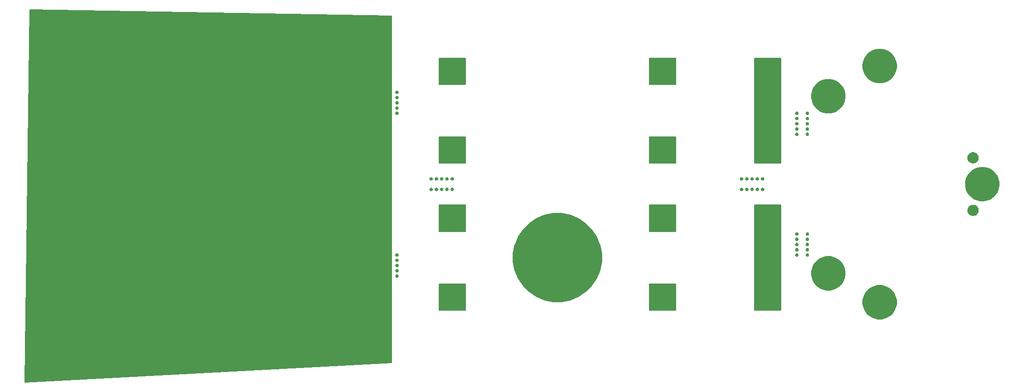
<source format=gbr>
G04 #@! TF.GenerationSoftware,KiCad,Pcbnew,(2018-01-19 revision 673f03e59)-master*
G04 #@! TF.CreationDate,2018-01-28T17:11:35+01:00*
G04 #@! TF.ProjectId,microman-mech,6D6963726F6D616E2D6D6563682E6B69,rev?*
G04 #@! TF.SameCoordinates,Original*
G04 #@! TF.FileFunction,Soldermask,Top*
G04 #@! TF.FilePolarity,Negative*
%FSLAX46Y46*%
G04 Gerber Fmt 4.6, Leading zero omitted, Abs format (unit mm)*
G04 Created by KiCad (PCBNEW (2018-01-19 revision 673f03e59)-master) date Sun Jan 28 17:11:35 2018*
%MOMM*%
%LPD*%
G01*
G04 APERTURE LIST*
%ADD10C,0.150000*%
%ADD11C,0.100000*%
G04 APERTURE END LIST*
D10*
G36*
X193500000Y-96000000D02*
X188500000Y-96000000D01*
X188500000Y-101000000D01*
X193500000Y-101000000D01*
X193500000Y-96000000D01*
G37*
X193500000Y-96000000D02*
X188500000Y-96000000D01*
X188500000Y-101000000D01*
X193500000Y-101000000D01*
X193500000Y-96000000D01*
G36*
X179500000Y-73000000D02*
X179500000Y-139000000D01*
X109750000Y-142750000D01*
X110750000Y-71750000D01*
X179500000Y-73000000D01*
G37*
X179500000Y-73000000D02*
X179500000Y-139000000D01*
X109750000Y-142750000D01*
X110750000Y-71750000D01*
X179500000Y-73000000D01*
G36*
X248500000Y-109000000D02*
X248500000Y-129000000D01*
X253500000Y-129000000D01*
X253500000Y-109000000D01*
X248500000Y-109000000D01*
G37*
X248500000Y-109000000D02*
X248500000Y-129000000D01*
X253500000Y-129000000D01*
X253500000Y-109000000D01*
X248500000Y-109000000D01*
G36*
X248500000Y-81000000D02*
X253500000Y-81000000D01*
X253500000Y-101000000D01*
X248500000Y-101000000D01*
X248500000Y-81000000D01*
G37*
X248500000Y-81000000D02*
X253500000Y-81000000D01*
X253500000Y-101000000D01*
X248500000Y-101000000D01*
X248500000Y-81000000D01*
G36*
X188500000Y-124000000D02*
X188500000Y-129000000D01*
X193500000Y-129000000D01*
X193500000Y-124000000D01*
X188500000Y-124000000D01*
G37*
X188500000Y-124000000D02*
X188500000Y-129000000D01*
X193500000Y-129000000D01*
X193500000Y-124000000D01*
X188500000Y-124000000D01*
G36*
X188500000Y-109000000D02*
X188500000Y-114000000D01*
X193500000Y-114000000D01*
X193500000Y-109000000D01*
X188500000Y-109000000D01*
G37*
X188500000Y-109000000D02*
X188500000Y-114000000D01*
X193500000Y-114000000D01*
X193500000Y-109000000D01*
X188500000Y-109000000D01*
G36*
X233500000Y-81000000D02*
X228500000Y-81000000D01*
X228500000Y-86000000D01*
X233500000Y-86000000D01*
X233500000Y-81000000D01*
G37*
X233500000Y-81000000D02*
X228500000Y-81000000D01*
X228500000Y-86000000D01*
X233500000Y-86000000D01*
X233500000Y-81000000D01*
G36*
X228500000Y-124000000D02*
X228500000Y-129000000D01*
X233500000Y-129000000D01*
X233500000Y-124000000D01*
X228500000Y-124000000D01*
G37*
X228500000Y-124000000D02*
X228500000Y-129000000D01*
X233500000Y-129000000D01*
X233500000Y-124000000D01*
X228500000Y-124000000D01*
G36*
X228500000Y-109000000D02*
X228500000Y-114000000D01*
X233500000Y-114000000D01*
X233500000Y-109000000D01*
X228500000Y-109000000D01*
G37*
X228500000Y-109000000D02*
X228500000Y-114000000D01*
X233500000Y-114000000D01*
X233500000Y-109000000D01*
X228500000Y-109000000D01*
G36*
X228500000Y-96000000D02*
X228500000Y-101000000D01*
X233500000Y-101000000D01*
X233500000Y-96000000D01*
X228500000Y-96000000D01*
G37*
X228500000Y-96000000D02*
X228500000Y-101000000D01*
X233500000Y-101000000D01*
X233500000Y-96000000D01*
X228500000Y-96000000D01*
G36*
X188500000Y-81000000D02*
X188500000Y-86000000D01*
X193500000Y-86000000D01*
X193500000Y-81000000D01*
X188500000Y-81000000D01*
G37*
X188500000Y-81000000D02*
X188500000Y-86000000D01*
X193500000Y-86000000D01*
X193500000Y-81000000D01*
X188500000Y-81000000D01*
D11*
G36*
X164313417Y-133466802D02*
X164313419Y-133466803D01*
X164313420Y-133466803D01*
X164508962Y-133547799D01*
X164684946Y-133665388D01*
X164834612Y-133815054D01*
X164952201Y-133991038D01*
X165033197Y-134186580D01*
X165074490Y-134394174D01*
X165074490Y-134605826D01*
X165033197Y-134813420D01*
X164952201Y-135008962D01*
X164834612Y-135184946D01*
X164684946Y-135334612D01*
X164508962Y-135452201D01*
X164313420Y-135533197D01*
X164313419Y-135533197D01*
X164313417Y-135533198D01*
X164105828Y-135574490D01*
X163894172Y-135574490D01*
X163686583Y-135533198D01*
X163686581Y-135533197D01*
X163686580Y-135533197D01*
X163491038Y-135452201D01*
X163315054Y-135334612D01*
X163165388Y-135184946D01*
X163047799Y-135008962D01*
X162966803Y-134813420D01*
X162925510Y-134605826D01*
X162925510Y-134394174D01*
X162966803Y-134186580D01*
X163047799Y-133991038D01*
X163165388Y-133815054D01*
X163315054Y-133665388D01*
X163491038Y-133547799D01*
X163686580Y-133466803D01*
X163686581Y-133466803D01*
X163686583Y-133466802D01*
X163894172Y-133425510D01*
X164105828Y-133425510D01*
X164313417Y-133466802D01*
X164313417Y-133466802D01*
G37*
G36*
X133313417Y-133466802D02*
X133313419Y-133466803D01*
X133313420Y-133466803D01*
X133508962Y-133547799D01*
X133684946Y-133665388D01*
X133834612Y-133815054D01*
X133952201Y-133991038D01*
X134033197Y-134186580D01*
X134074490Y-134394174D01*
X134074490Y-134605826D01*
X134033197Y-134813420D01*
X133952201Y-135008962D01*
X133834612Y-135184946D01*
X133684946Y-135334612D01*
X133508962Y-135452201D01*
X133313420Y-135533197D01*
X133313419Y-135533197D01*
X133313417Y-135533198D01*
X133105828Y-135574490D01*
X132894172Y-135574490D01*
X132686583Y-135533198D01*
X132686581Y-135533197D01*
X132686580Y-135533197D01*
X132491038Y-135452201D01*
X132315054Y-135334612D01*
X132165388Y-135184946D01*
X132047799Y-135008962D01*
X131966803Y-134813420D01*
X131925510Y-134605826D01*
X131925510Y-134394174D01*
X131966803Y-134186580D01*
X132047799Y-133991038D01*
X132165388Y-133815054D01*
X132315054Y-133665388D01*
X132491038Y-133547799D01*
X132686580Y-133466803D01*
X132686581Y-133466803D01*
X132686583Y-133466802D01*
X132894172Y-133425510D01*
X133105828Y-133425510D01*
X133313417Y-133466802D01*
X133313417Y-133466802D01*
G37*
G36*
X123413922Y-129366297D02*
X123413924Y-129366298D01*
X123413925Y-129366298D01*
X123609467Y-129447294D01*
X123785451Y-129564883D01*
X123935117Y-129714549D01*
X124052706Y-129890533D01*
X124130204Y-130077629D01*
X124133703Y-130086078D01*
X124174995Y-130293667D01*
X124174995Y-130505323D01*
X124146388Y-130649142D01*
X124133702Y-130712915D01*
X124052706Y-130908457D01*
X123935117Y-131084441D01*
X123785451Y-131234107D01*
X123609467Y-131351696D01*
X123413925Y-131432692D01*
X123413924Y-131432692D01*
X123413922Y-131432693D01*
X123206333Y-131473985D01*
X122994677Y-131473985D01*
X122787088Y-131432693D01*
X122787086Y-131432692D01*
X122787085Y-131432692D01*
X122591543Y-131351696D01*
X122415559Y-131234107D01*
X122265893Y-131084441D01*
X122148304Y-130908457D01*
X122067308Y-130712915D01*
X122054623Y-130649142D01*
X122026015Y-130505323D01*
X122026015Y-130293667D01*
X122067307Y-130086078D01*
X122070807Y-130077629D01*
X122148304Y-129890533D01*
X122265893Y-129714549D01*
X122415559Y-129564883D01*
X122591543Y-129447294D01*
X122787085Y-129366298D01*
X122787086Y-129366298D01*
X122787088Y-129366297D01*
X122994677Y-129325005D01*
X123206333Y-129325005D01*
X123413922Y-129366297D01*
X123413922Y-129366297D01*
G37*
G36*
X143212912Y-129366297D02*
X143212914Y-129366298D01*
X143212915Y-129366298D01*
X143408457Y-129447294D01*
X143584441Y-129564883D01*
X143734107Y-129714549D01*
X143851696Y-129890533D01*
X143929194Y-130077629D01*
X143932693Y-130086078D01*
X143973985Y-130293667D01*
X143973985Y-130505323D01*
X143945378Y-130649142D01*
X143932692Y-130712915D01*
X143851696Y-130908457D01*
X143734107Y-131084441D01*
X143584441Y-131234107D01*
X143408457Y-131351696D01*
X143212915Y-131432692D01*
X143212914Y-131432692D01*
X143212912Y-131432693D01*
X143005323Y-131473985D01*
X142793667Y-131473985D01*
X142586078Y-131432693D01*
X142586076Y-131432692D01*
X142586075Y-131432692D01*
X142390533Y-131351696D01*
X142214549Y-131234107D01*
X142064883Y-131084441D01*
X141947294Y-130908457D01*
X141866298Y-130712915D01*
X141853613Y-130649142D01*
X141825005Y-130505323D01*
X141825005Y-130293667D01*
X141866297Y-130086078D01*
X141869797Y-130077629D01*
X141947294Y-129890533D01*
X142064883Y-129714549D01*
X142214549Y-129564883D01*
X142390533Y-129447294D01*
X142586075Y-129366298D01*
X142586076Y-129366298D01*
X142586078Y-129366297D01*
X142793667Y-129325005D01*
X143005323Y-129325005D01*
X143212912Y-129366297D01*
X143212912Y-129366297D01*
G37*
G36*
X154413922Y-129366297D02*
X154413924Y-129366298D01*
X154413925Y-129366298D01*
X154609467Y-129447294D01*
X154785451Y-129564883D01*
X154935117Y-129714549D01*
X155052706Y-129890533D01*
X155130204Y-130077629D01*
X155133703Y-130086078D01*
X155174995Y-130293667D01*
X155174995Y-130505323D01*
X155146388Y-130649142D01*
X155133702Y-130712915D01*
X155052706Y-130908457D01*
X154935117Y-131084441D01*
X154785451Y-131234107D01*
X154609467Y-131351696D01*
X154413925Y-131432692D01*
X154413924Y-131432692D01*
X154413922Y-131432693D01*
X154206333Y-131473985D01*
X153994677Y-131473985D01*
X153787088Y-131432693D01*
X153787086Y-131432692D01*
X153787085Y-131432692D01*
X153591543Y-131351696D01*
X153415559Y-131234107D01*
X153265893Y-131084441D01*
X153148304Y-130908457D01*
X153067308Y-130712915D01*
X153054623Y-130649142D01*
X153026015Y-130505323D01*
X153026015Y-130293667D01*
X153067307Y-130086078D01*
X153070807Y-130077629D01*
X153148304Y-129890533D01*
X153265893Y-129714549D01*
X153415559Y-129564883D01*
X153591543Y-129447294D01*
X153787085Y-129366298D01*
X153787086Y-129366298D01*
X153787088Y-129366297D01*
X153994677Y-129325005D01*
X154206333Y-129325005D01*
X154413922Y-129366297D01*
X154413922Y-129366297D01*
G37*
G36*
X174212912Y-129366297D02*
X174212914Y-129366298D01*
X174212915Y-129366298D01*
X174408457Y-129447294D01*
X174584441Y-129564883D01*
X174734107Y-129714549D01*
X174851696Y-129890533D01*
X174929194Y-130077629D01*
X174932693Y-130086078D01*
X174973985Y-130293667D01*
X174973985Y-130505323D01*
X174945378Y-130649142D01*
X174932692Y-130712915D01*
X174851696Y-130908457D01*
X174734107Y-131084441D01*
X174584441Y-131234107D01*
X174408457Y-131351696D01*
X174212915Y-131432692D01*
X174212914Y-131432692D01*
X174212912Y-131432693D01*
X174005323Y-131473985D01*
X173793667Y-131473985D01*
X173586078Y-131432693D01*
X173586076Y-131432692D01*
X173586075Y-131432692D01*
X173390533Y-131351696D01*
X173214549Y-131234107D01*
X173064883Y-131084441D01*
X172947294Y-130908457D01*
X172866298Y-130712915D01*
X172853613Y-130649142D01*
X172825005Y-130505323D01*
X172825005Y-130293667D01*
X172866297Y-130086078D01*
X172869797Y-130077629D01*
X172947294Y-129890533D01*
X173064883Y-129714549D01*
X173214549Y-129564883D01*
X173390533Y-129447294D01*
X173586075Y-129366298D01*
X173586076Y-129366298D01*
X173586078Y-129366297D01*
X173793667Y-129325005D01*
X174005323Y-129325005D01*
X174212912Y-129366297D01*
X174212912Y-129366297D01*
G37*
G36*
X273205282Y-124350857D02*
X273205284Y-124350858D01*
X273205285Y-124350858D01*
X273801294Y-124597733D01*
X274337689Y-124956140D01*
X274793860Y-125412311D01*
X275127959Y-125912327D01*
X275152267Y-125948706D01*
X275399143Y-126544718D01*
X275525000Y-127177441D01*
X275525000Y-127822559D01*
X275399143Y-128455282D01*
X275399142Y-128455285D01*
X275152267Y-129051294D01*
X274793860Y-129587689D01*
X274337689Y-130043860D01*
X273801294Y-130402267D01*
X273205285Y-130649142D01*
X273205284Y-130649142D01*
X273205282Y-130649143D01*
X272572559Y-130775000D01*
X271927441Y-130775000D01*
X271294718Y-130649143D01*
X271294716Y-130649142D01*
X271294715Y-130649142D01*
X270698706Y-130402267D01*
X270162311Y-130043860D01*
X269706140Y-129587689D01*
X269347733Y-129051294D01*
X269100858Y-128455285D01*
X269100857Y-128455282D01*
X268975000Y-127822559D01*
X268975000Y-127177441D01*
X269100857Y-126544718D01*
X269347733Y-125948706D01*
X269372041Y-125912327D01*
X269706140Y-125412311D01*
X270162311Y-124956140D01*
X270698706Y-124597733D01*
X271294715Y-124350858D01*
X271294716Y-124350858D01*
X271294718Y-124350857D01*
X271927441Y-124225000D01*
X272572559Y-124225000D01*
X273205282Y-124350857D01*
X273205282Y-124350857D01*
G37*
G36*
X213472066Y-110850689D02*
X213472068Y-110850690D01*
X213472069Y-110850690D01*
X215014418Y-111489552D01*
X216402496Y-112417036D01*
X217582964Y-113597504D01*
X218510448Y-114985582D01*
X219124482Y-116467990D01*
X219149311Y-116527934D01*
X219475000Y-118165285D01*
X219475000Y-119834715D01*
X219150122Y-121467990D01*
X219149310Y-121472069D01*
X218510448Y-123014418D01*
X217582964Y-124402496D01*
X216402496Y-125582964D01*
X215014418Y-126510448D01*
X213472069Y-127149310D01*
X213472068Y-127149310D01*
X213472066Y-127149311D01*
X211834715Y-127475000D01*
X210165285Y-127475000D01*
X208527934Y-127149311D01*
X208527932Y-127149310D01*
X208527931Y-127149310D01*
X206985582Y-126510448D01*
X205597504Y-125582964D01*
X204417036Y-124402496D01*
X203489552Y-123014418D01*
X202850690Y-121472069D01*
X202849879Y-121467990D01*
X202525000Y-119834715D01*
X202525000Y-118165285D01*
X202850689Y-116527934D01*
X202875519Y-116467990D01*
X203489552Y-114985582D01*
X204417036Y-113597504D01*
X205597504Y-112417036D01*
X206985582Y-111489552D01*
X208527931Y-110850690D01*
X208527932Y-110850690D01*
X208527934Y-110850689D01*
X210165285Y-110525000D01*
X211834715Y-110525000D01*
X213472066Y-110850689D01*
X213472066Y-110850689D01*
G37*
G36*
X263455282Y-118850857D02*
X263455284Y-118850858D01*
X263455285Y-118850858D01*
X264051294Y-119097733D01*
X264587689Y-119456140D01*
X265043860Y-119912311D01*
X265402267Y-120448706D01*
X265647720Y-121041281D01*
X265649143Y-121044718D01*
X265775000Y-121677441D01*
X265775000Y-122322559D01*
X265649143Y-122955282D01*
X265649142Y-122955285D01*
X265402267Y-123551294D01*
X265043860Y-124087689D01*
X264587689Y-124543860D01*
X264051294Y-124902267D01*
X263455285Y-125149142D01*
X263455284Y-125149142D01*
X263455282Y-125149143D01*
X262822559Y-125275000D01*
X262177441Y-125275000D01*
X261544718Y-125149143D01*
X261544716Y-125149142D01*
X261544715Y-125149142D01*
X260948706Y-124902267D01*
X260412311Y-124543860D01*
X259956140Y-124087689D01*
X259597733Y-123551294D01*
X259350858Y-122955285D01*
X259350857Y-122955282D01*
X259225000Y-122322559D01*
X259225000Y-121677441D01*
X259350857Y-121044718D01*
X259352281Y-121041281D01*
X259597733Y-120448706D01*
X259956140Y-119912311D01*
X260412311Y-119456140D01*
X260948706Y-119097733D01*
X261544715Y-118850858D01*
X261544716Y-118850858D01*
X261544718Y-118850857D01*
X262177441Y-118725000D01*
X262822559Y-118725000D01*
X263455282Y-118850857D01*
X263455282Y-118850857D01*
G37*
G36*
X164955282Y-117600857D02*
X164955284Y-117600858D01*
X164955285Y-117600858D01*
X165551294Y-117847733D01*
X166087689Y-118206140D01*
X166543860Y-118662311D01*
X166902267Y-119198706D01*
X167146366Y-119788012D01*
X167149143Y-119794718D01*
X167275000Y-120427441D01*
X167275000Y-121072559D01*
X167154681Y-121677441D01*
X167149142Y-121705285D01*
X166902267Y-122301294D01*
X166543860Y-122837689D01*
X166087689Y-123293860D01*
X165551294Y-123652267D01*
X164955285Y-123899142D01*
X164955284Y-123899142D01*
X164955282Y-123899143D01*
X164322559Y-124025000D01*
X163677441Y-124025000D01*
X163044718Y-123899143D01*
X163044716Y-123899142D01*
X163044715Y-123899142D01*
X162448706Y-123652267D01*
X161912311Y-123293860D01*
X161456140Y-122837689D01*
X161097733Y-122301294D01*
X160850858Y-121705285D01*
X160845319Y-121677441D01*
X160725000Y-121072559D01*
X160725000Y-120427441D01*
X160850857Y-119794718D01*
X160853635Y-119788012D01*
X161097733Y-119198706D01*
X161456140Y-118662311D01*
X161912311Y-118206140D01*
X162448706Y-117847733D01*
X163044715Y-117600858D01*
X163044716Y-117600858D01*
X163044718Y-117600857D01*
X163677441Y-117475000D01*
X164322559Y-117475000D01*
X164955282Y-117600857D01*
X164955282Y-117600857D01*
G37*
G36*
X133955282Y-117350857D02*
X133955284Y-117350858D01*
X133955285Y-117350858D01*
X134551294Y-117597733D01*
X135087689Y-117956140D01*
X135543860Y-118412311D01*
X135902267Y-118948706D01*
X136132619Y-119504824D01*
X136149143Y-119544718D01*
X136275000Y-120177441D01*
X136275000Y-120822559D01*
X136149143Y-121455282D01*
X136149142Y-121455285D01*
X135902267Y-122051294D01*
X135543860Y-122587689D01*
X135087689Y-123043860D01*
X134551294Y-123402267D01*
X133955285Y-123649142D01*
X133955284Y-123649142D01*
X133955282Y-123649143D01*
X133322559Y-123775000D01*
X132677441Y-123775000D01*
X132044718Y-123649143D01*
X132044716Y-123649142D01*
X132044715Y-123649142D01*
X131448706Y-123402267D01*
X130912311Y-123043860D01*
X130456140Y-122587689D01*
X130097733Y-122051294D01*
X129850858Y-121455285D01*
X129850857Y-121455282D01*
X129725000Y-120822559D01*
X129725000Y-120177441D01*
X129850857Y-119544718D01*
X129867382Y-119504824D01*
X130097733Y-118948706D01*
X130456140Y-118412311D01*
X130912311Y-117956140D01*
X131448706Y-117597733D01*
X132044715Y-117350858D01*
X132044716Y-117350858D01*
X132044718Y-117350857D01*
X132677441Y-117225000D01*
X133322559Y-117225000D01*
X133955282Y-117350857D01*
X133955282Y-117350857D01*
G37*
G36*
X149563405Y-122181245D02*
X149594799Y-122187489D01*
X149653945Y-122211988D01*
X149707176Y-122247556D01*
X149752444Y-122292824D01*
X149788012Y-122346055D01*
X149812511Y-122405201D01*
X149825000Y-122467990D01*
X149825000Y-122532010D01*
X149812511Y-122594799D01*
X149788012Y-122653945D01*
X149752444Y-122707176D01*
X149707176Y-122752444D01*
X149653945Y-122788012D01*
X149594799Y-122812511D01*
X149563404Y-122818756D01*
X149532011Y-122825000D01*
X149467989Y-122825000D01*
X149436596Y-122818756D01*
X149405201Y-122812511D01*
X149346055Y-122788012D01*
X149292824Y-122752444D01*
X149247556Y-122707176D01*
X149211988Y-122653945D01*
X149187489Y-122594799D01*
X149175000Y-122532010D01*
X149175000Y-122467990D01*
X149187489Y-122405201D01*
X149211988Y-122346055D01*
X149247556Y-122292824D01*
X149292824Y-122247556D01*
X149346055Y-122211988D01*
X149405201Y-122187489D01*
X149436595Y-122181245D01*
X149467989Y-122175000D01*
X149532011Y-122175000D01*
X149563405Y-122181245D01*
X149563405Y-122181245D01*
G37*
G36*
X180563405Y-122181245D02*
X180594799Y-122187489D01*
X180653945Y-122211988D01*
X180707176Y-122247556D01*
X180752444Y-122292824D01*
X180788012Y-122346055D01*
X180812511Y-122405201D01*
X180825000Y-122467990D01*
X180825000Y-122532010D01*
X180812511Y-122594799D01*
X180788012Y-122653945D01*
X180752444Y-122707176D01*
X180707176Y-122752444D01*
X180653945Y-122788012D01*
X180594799Y-122812511D01*
X180563404Y-122818756D01*
X180532011Y-122825000D01*
X180467989Y-122825000D01*
X180436596Y-122818756D01*
X180405201Y-122812511D01*
X180346055Y-122788012D01*
X180292824Y-122752444D01*
X180247556Y-122707176D01*
X180211988Y-122653945D01*
X180187489Y-122594799D01*
X180175000Y-122532010D01*
X180175000Y-122467990D01*
X180187489Y-122405201D01*
X180211988Y-122346055D01*
X180247556Y-122292824D01*
X180292824Y-122247556D01*
X180346055Y-122211988D01*
X180405201Y-122187489D01*
X180436595Y-122181245D01*
X180467989Y-122175000D01*
X180532011Y-122175000D01*
X180563405Y-122181245D01*
X180563405Y-122181245D01*
G37*
G36*
X178563405Y-122181245D02*
X178594799Y-122187489D01*
X178653945Y-122211988D01*
X178707176Y-122247556D01*
X178752444Y-122292824D01*
X178788012Y-122346055D01*
X178812511Y-122405201D01*
X178825000Y-122467990D01*
X178825000Y-122532010D01*
X178812511Y-122594799D01*
X178788012Y-122653945D01*
X178752444Y-122707176D01*
X178707176Y-122752444D01*
X178653945Y-122788012D01*
X178594799Y-122812511D01*
X178563404Y-122818756D01*
X178532011Y-122825000D01*
X178467989Y-122825000D01*
X178436596Y-122818756D01*
X178405201Y-122812511D01*
X178346055Y-122788012D01*
X178292824Y-122752444D01*
X178247556Y-122707176D01*
X178211988Y-122653945D01*
X178187489Y-122594799D01*
X178175000Y-122532010D01*
X178175000Y-122467990D01*
X178187489Y-122405201D01*
X178211988Y-122346055D01*
X178247556Y-122292824D01*
X178292824Y-122247556D01*
X178346055Y-122211988D01*
X178405201Y-122187489D01*
X178436595Y-122181245D01*
X178467989Y-122175000D01*
X178532011Y-122175000D01*
X178563405Y-122181245D01*
X178563405Y-122181245D01*
G37*
G36*
X147563405Y-122181245D02*
X147594799Y-122187489D01*
X147653945Y-122211988D01*
X147707176Y-122247556D01*
X147752444Y-122292824D01*
X147788012Y-122346055D01*
X147812511Y-122405201D01*
X147825000Y-122467990D01*
X147825000Y-122532010D01*
X147812511Y-122594799D01*
X147788012Y-122653945D01*
X147752444Y-122707176D01*
X147707176Y-122752444D01*
X147653945Y-122788012D01*
X147594799Y-122812511D01*
X147563404Y-122818756D01*
X147532011Y-122825000D01*
X147467989Y-122825000D01*
X147436596Y-122818756D01*
X147405201Y-122812511D01*
X147346055Y-122788012D01*
X147292824Y-122752444D01*
X147247556Y-122707176D01*
X147211988Y-122653945D01*
X147187489Y-122594799D01*
X147175000Y-122532010D01*
X147175000Y-122467990D01*
X147187489Y-122405201D01*
X147211988Y-122346055D01*
X147247556Y-122292824D01*
X147292824Y-122247556D01*
X147346055Y-122211988D01*
X147405201Y-122187489D01*
X147436595Y-122181245D01*
X147467989Y-122175000D01*
X147532011Y-122175000D01*
X147563405Y-122181245D01*
X147563405Y-122181245D01*
G37*
G36*
X180563404Y-121181244D02*
X180594799Y-121187489D01*
X180653945Y-121211988D01*
X180707176Y-121247556D01*
X180752444Y-121292824D01*
X180788012Y-121346055D01*
X180812511Y-121405201D01*
X180825000Y-121467990D01*
X180825000Y-121532010D01*
X180812511Y-121594799D01*
X180788012Y-121653945D01*
X180752444Y-121707176D01*
X180707176Y-121752444D01*
X180653945Y-121788012D01*
X180594799Y-121812511D01*
X180563404Y-121818756D01*
X180532011Y-121825000D01*
X180467989Y-121825000D01*
X180436596Y-121818756D01*
X180405201Y-121812511D01*
X180346055Y-121788012D01*
X180292824Y-121752444D01*
X180247556Y-121707176D01*
X180211988Y-121653945D01*
X180187489Y-121594799D01*
X180175000Y-121532010D01*
X180175000Y-121467990D01*
X180187489Y-121405201D01*
X180211988Y-121346055D01*
X180247556Y-121292824D01*
X180292824Y-121247556D01*
X180346055Y-121211988D01*
X180405201Y-121187489D01*
X180436596Y-121181244D01*
X180467989Y-121175000D01*
X180532011Y-121175000D01*
X180563404Y-121181244D01*
X180563404Y-121181244D01*
G37*
G36*
X147563404Y-121181244D02*
X147594799Y-121187489D01*
X147653945Y-121211988D01*
X147707176Y-121247556D01*
X147752444Y-121292824D01*
X147788012Y-121346055D01*
X147812511Y-121405201D01*
X147825000Y-121467990D01*
X147825000Y-121532010D01*
X147812511Y-121594799D01*
X147788012Y-121653945D01*
X147752444Y-121707176D01*
X147707176Y-121752444D01*
X147653945Y-121788012D01*
X147594799Y-121812511D01*
X147563404Y-121818756D01*
X147532011Y-121825000D01*
X147467989Y-121825000D01*
X147436596Y-121818756D01*
X147405201Y-121812511D01*
X147346055Y-121788012D01*
X147292824Y-121752444D01*
X147247556Y-121707176D01*
X147211988Y-121653945D01*
X147187489Y-121594799D01*
X147175000Y-121532010D01*
X147175000Y-121467990D01*
X147187489Y-121405201D01*
X147211988Y-121346055D01*
X147247556Y-121292824D01*
X147292824Y-121247556D01*
X147346055Y-121211988D01*
X147405201Y-121187489D01*
X147436596Y-121181244D01*
X147467989Y-121175000D01*
X147532011Y-121175000D01*
X147563404Y-121181244D01*
X147563404Y-121181244D01*
G37*
G36*
X149563404Y-121181244D02*
X149594799Y-121187489D01*
X149653945Y-121211988D01*
X149707176Y-121247556D01*
X149752444Y-121292824D01*
X149788012Y-121346055D01*
X149812511Y-121405201D01*
X149825000Y-121467990D01*
X149825000Y-121532010D01*
X149812511Y-121594799D01*
X149788012Y-121653945D01*
X149752444Y-121707176D01*
X149707176Y-121752444D01*
X149653945Y-121788012D01*
X149594799Y-121812511D01*
X149563404Y-121818756D01*
X149532011Y-121825000D01*
X149467989Y-121825000D01*
X149436596Y-121818756D01*
X149405201Y-121812511D01*
X149346055Y-121788012D01*
X149292824Y-121752444D01*
X149247556Y-121707176D01*
X149211988Y-121653945D01*
X149187489Y-121594799D01*
X149175000Y-121532010D01*
X149175000Y-121467990D01*
X149187489Y-121405201D01*
X149211988Y-121346055D01*
X149247556Y-121292824D01*
X149292824Y-121247556D01*
X149346055Y-121211988D01*
X149405201Y-121187489D01*
X149436596Y-121181244D01*
X149467989Y-121175000D01*
X149532011Y-121175000D01*
X149563404Y-121181244D01*
X149563404Y-121181244D01*
G37*
G36*
X178563404Y-121181244D02*
X178594799Y-121187489D01*
X178653945Y-121211988D01*
X178707176Y-121247556D01*
X178752444Y-121292824D01*
X178788012Y-121346055D01*
X178812511Y-121405201D01*
X178825000Y-121467990D01*
X178825000Y-121532010D01*
X178812511Y-121594799D01*
X178788012Y-121653945D01*
X178752444Y-121707176D01*
X178707176Y-121752444D01*
X178653945Y-121788012D01*
X178594799Y-121812511D01*
X178563404Y-121818756D01*
X178532011Y-121825000D01*
X178467989Y-121825000D01*
X178436596Y-121818756D01*
X178405201Y-121812511D01*
X178346055Y-121788012D01*
X178292824Y-121752444D01*
X178247556Y-121707176D01*
X178211988Y-121653945D01*
X178187489Y-121594799D01*
X178175000Y-121532010D01*
X178175000Y-121467990D01*
X178187489Y-121405201D01*
X178211988Y-121346055D01*
X178247556Y-121292824D01*
X178292824Y-121247556D01*
X178346055Y-121211988D01*
X178405201Y-121187489D01*
X178436596Y-121181244D01*
X178467989Y-121175000D01*
X178532011Y-121175000D01*
X178563404Y-121181244D01*
X178563404Y-121181244D01*
G37*
G36*
X177313417Y-119466802D02*
X177313419Y-119466803D01*
X177313420Y-119466803D01*
X177508962Y-119547799D01*
X177684946Y-119665388D01*
X177834612Y-119815054D01*
X177952201Y-119991038D01*
X178033199Y-120186585D01*
X178051559Y-120278886D01*
X178057249Y-120297646D01*
X178066490Y-120314934D01*
X178078927Y-120330088D01*
X178094080Y-120342524D01*
X178111369Y-120351765D01*
X178130128Y-120357456D01*
X178149637Y-120359377D01*
X178169146Y-120357455D01*
X178187906Y-120351765D01*
X178205194Y-120342524D01*
X178220348Y-120330087D01*
X178232775Y-120314945D01*
X178247556Y-120292824D01*
X178292824Y-120247556D01*
X178346055Y-120211988D01*
X178405201Y-120187489D01*
X178436595Y-120181245D01*
X178467989Y-120175000D01*
X178532011Y-120175000D01*
X178563405Y-120181245D01*
X178594799Y-120187489D01*
X178653945Y-120211988D01*
X178707176Y-120247556D01*
X178752444Y-120292824D01*
X178788012Y-120346055D01*
X178812511Y-120405201D01*
X178825000Y-120467990D01*
X178825000Y-120532010D01*
X178812511Y-120594799D01*
X178788012Y-120653945D01*
X178752444Y-120707176D01*
X178707176Y-120752444D01*
X178653945Y-120788012D01*
X178594799Y-120812511D01*
X178563405Y-120818755D01*
X178532011Y-120825000D01*
X178467989Y-120825000D01*
X178436595Y-120818755D01*
X178405201Y-120812511D01*
X178346055Y-120788012D01*
X178292824Y-120752444D01*
X178247556Y-120707176D01*
X178232775Y-120685055D01*
X178220348Y-120669913D01*
X178205195Y-120657477D01*
X178187906Y-120648235D01*
X178169147Y-120642545D01*
X178149638Y-120640623D01*
X178130129Y-120642544D01*
X178111370Y-120648235D01*
X178094081Y-120657475D01*
X178078927Y-120669912D01*
X178066491Y-120685065D01*
X178057249Y-120702354D01*
X178051559Y-120721114D01*
X178033199Y-120813415D01*
X177952201Y-121008962D01*
X177834612Y-121184946D01*
X177684946Y-121334612D01*
X177508962Y-121452201D01*
X177313420Y-121533197D01*
X177313419Y-121533197D01*
X177313417Y-121533198D01*
X177105828Y-121574490D01*
X176894172Y-121574490D01*
X176686583Y-121533198D01*
X176686581Y-121533197D01*
X176686580Y-121533197D01*
X176491038Y-121452201D01*
X176315054Y-121334612D01*
X176165388Y-121184946D01*
X176047799Y-121008962D01*
X175966803Y-120813420D01*
X175961749Y-120788011D01*
X175925510Y-120605828D01*
X175925510Y-120394172D01*
X175966802Y-120186583D01*
X175970589Y-120177441D01*
X176047799Y-119991038D01*
X176165388Y-119815054D01*
X176315054Y-119665388D01*
X176491038Y-119547799D01*
X176686580Y-119466803D01*
X176686581Y-119466803D01*
X176686583Y-119466802D01*
X176894172Y-119425510D01*
X177105828Y-119425510D01*
X177313417Y-119466802D01*
X177313417Y-119466802D01*
G37*
G36*
X146313417Y-119466802D02*
X146313419Y-119466803D01*
X146313420Y-119466803D01*
X146508962Y-119547799D01*
X146684946Y-119665388D01*
X146834612Y-119815054D01*
X146952201Y-119991038D01*
X147033199Y-120186585D01*
X147051559Y-120278886D01*
X147057249Y-120297646D01*
X147066490Y-120314934D01*
X147078927Y-120330088D01*
X147094080Y-120342524D01*
X147111369Y-120351765D01*
X147130128Y-120357456D01*
X147149637Y-120359377D01*
X147169146Y-120357455D01*
X147187906Y-120351765D01*
X147205194Y-120342524D01*
X147220348Y-120330087D01*
X147232775Y-120314945D01*
X147247556Y-120292824D01*
X147292824Y-120247556D01*
X147346055Y-120211988D01*
X147405201Y-120187489D01*
X147436595Y-120181245D01*
X147467989Y-120175000D01*
X147532011Y-120175000D01*
X147563405Y-120181245D01*
X147594799Y-120187489D01*
X147653945Y-120211988D01*
X147707176Y-120247556D01*
X147752444Y-120292824D01*
X147788012Y-120346055D01*
X147812511Y-120405201D01*
X147825000Y-120467990D01*
X147825000Y-120532010D01*
X147812511Y-120594799D01*
X147788012Y-120653945D01*
X147752444Y-120707176D01*
X147707176Y-120752444D01*
X147653945Y-120788012D01*
X147594799Y-120812511D01*
X147563405Y-120818755D01*
X147532011Y-120825000D01*
X147467989Y-120825000D01*
X147436595Y-120818755D01*
X147405201Y-120812511D01*
X147346055Y-120788012D01*
X147292824Y-120752444D01*
X147247556Y-120707176D01*
X147232775Y-120685055D01*
X147220348Y-120669913D01*
X147205195Y-120657477D01*
X147187906Y-120648235D01*
X147169147Y-120642545D01*
X147149638Y-120640623D01*
X147130129Y-120642544D01*
X147111370Y-120648235D01*
X147094081Y-120657475D01*
X147078927Y-120669912D01*
X147066491Y-120685065D01*
X147057249Y-120702354D01*
X147051559Y-120721114D01*
X147033199Y-120813415D01*
X146952201Y-121008962D01*
X146834612Y-121184946D01*
X146684946Y-121334612D01*
X146508962Y-121452201D01*
X146313420Y-121533197D01*
X146313419Y-121533197D01*
X146313417Y-121533198D01*
X146105828Y-121574490D01*
X145894172Y-121574490D01*
X145686583Y-121533198D01*
X145686581Y-121533197D01*
X145686580Y-121533197D01*
X145491038Y-121452201D01*
X145315054Y-121334612D01*
X145165388Y-121184946D01*
X145047799Y-121008962D01*
X144966803Y-120813420D01*
X144961749Y-120788011D01*
X144925510Y-120605828D01*
X144925510Y-120394172D01*
X144966802Y-120186583D01*
X144970589Y-120177441D01*
X145047799Y-119991038D01*
X145165388Y-119815054D01*
X145315054Y-119665388D01*
X145491038Y-119547799D01*
X145686580Y-119466803D01*
X145686581Y-119466803D01*
X145686583Y-119466802D01*
X145894172Y-119425510D01*
X146105828Y-119425510D01*
X146313417Y-119466802D01*
X146313417Y-119466802D01*
G37*
G36*
X119313417Y-119466802D02*
X119313419Y-119466803D01*
X119313420Y-119466803D01*
X119508962Y-119547799D01*
X119684946Y-119665388D01*
X119834612Y-119815054D01*
X119952201Y-119991038D01*
X120029412Y-120177441D01*
X120033198Y-120186583D01*
X120074490Y-120394172D01*
X120074490Y-120605828D01*
X120038252Y-120788011D01*
X120033197Y-120813420D01*
X119952201Y-121008962D01*
X119834612Y-121184946D01*
X119684946Y-121334612D01*
X119508962Y-121452201D01*
X119313420Y-121533197D01*
X119313419Y-121533197D01*
X119313417Y-121533198D01*
X119105828Y-121574490D01*
X118894172Y-121574490D01*
X118686583Y-121533198D01*
X118686581Y-121533197D01*
X118686580Y-121533197D01*
X118491038Y-121452201D01*
X118315054Y-121334612D01*
X118165388Y-121184946D01*
X118047799Y-121008962D01*
X117966803Y-120813420D01*
X117961749Y-120788011D01*
X117925510Y-120605828D01*
X117925510Y-120394172D01*
X117966802Y-120186583D01*
X117970589Y-120177441D01*
X118047799Y-119991038D01*
X118165388Y-119815054D01*
X118315054Y-119665388D01*
X118491038Y-119547799D01*
X118686580Y-119466803D01*
X118686581Y-119466803D01*
X118686583Y-119466802D01*
X118894172Y-119425510D01*
X119105828Y-119425510D01*
X119313417Y-119466802D01*
X119313417Y-119466802D01*
G37*
G36*
X151313417Y-119466802D02*
X151313419Y-119466803D01*
X151313420Y-119466803D01*
X151508962Y-119547799D01*
X151684946Y-119665388D01*
X151834612Y-119815054D01*
X151952201Y-119991038D01*
X152029412Y-120177441D01*
X152033198Y-120186583D01*
X152074490Y-120394172D01*
X152074490Y-120605828D01*
X152038252Y-120788011D01*
X152033197Y-120813420D01*
X151952201Y-121008962D01*
X151834612Y-121184946D01*
X151684946Y-121334612D01*
X151508962Y-121452201D01*
X151313420Y-121533197D01*
X151313419Y-121533197D01*
X151313417Y-121533198D01*
X151105828Y-121574490D01*
X150894172Y-121574490D01*
X150686583Y-121533198D01*
X150686581Y-121533197D01*
X150686580Y-121533197D01*
X150491038Y-121452201D01*
X150315054Y-121334612D01*
X150165388Y-121184946D01*
X150047799Y-121008962D01*
X149966801Y-120813415D01*
X149948441Y-120721114D01*
X149942751Y-120702354D01*
X149933510Y-120685066D01*
X149921073Y-120669912D01*
X149905920Y-120657476D01*
X149888631Y-120648235D01*
X149869872Y-120642544D01*
X149850363Y-120640623D01*
X149830854Y-120642545D01*
X149812094Y-120648235D01*
X149794806Y-120657476D01*
X149779652Y-120669913D01*
X149767225Y-120685055D01*
X149752444Y-120707176D01*
X149707176Y-120752444D01*
X149653945Y-120788012D01*
X149594799Y-120812511D01*
X149563405Y-120818755D01*
X149532011Y-120825000D01*
X149467989Y-120825000D01*
X149436595Y-120818755D01*
X149405201Y-120812511D01*
X149346055Y-120788012D01*
X149292824Y-120752444D01*
X149247556Y-120707176D01*
X149211988Y-120653945D01*
X149187489Y-120594799D01*
X149175000Y-120532010D01*
X149175000Y-120467990D01*
X149187489Y-120405201D01*
X149211988Y-120346055D01*
X149247556Y-120292824D01*
X149292824Y-120247556D01*
X149346055Y-120211988D01*
X149405201Y-120187489D01*
X149436595Y-120181245D01*
X149467989Y-120175000D01*
X149532011Y-120175000D01*
X149563405Y-120181245D01*
X149594799Y-120187489D01*
X149653945Y-120211988D01*
X149707176Y-120247556D01*
X149752444Y-120292824D01*
X149767225Y-120314945D01*
X149779652Y-120330087D01*
X149794805Y-120342523D01*
X149812094Y-120351765D01*
X149830853Y-120357455D01*
X149850362Y-120359377D01*
X149869871Y-120357456D01*
X149888630Y-120351765D01*
X149905919Y-120342525D01*
X149921073Y-120330088D01*
X149933509Y-120314935D01*
X149942751Y-120297646D01*
X149948441Y-120278886D01*
X149966801Y-120186585D01*
X150047799Y-119991038D01*
X150165388Y-119815054D01*
X150315054Y-119665388D01*
X150491038Y-119547799D01*
X150686580Y-119466803D01*
X150686581Y-119466803D01*
X150686583Y-119466802D01*
X150894172Y-119425510D01*
X151105828Y-119425510D01*
X151313417Y-119466802D01*
X151313417Y-119466802D01*
G37*
G36*
X180563405Y-120181245D02*
X180594799Y-120187489D01*
X180653945Y-120211988D01*
X180707176Y-120247556D01*
X180752444Y-120292824D01*
X180788012Y-120346055D01*
X180812511Y-120405201D01*
X180825000Y-120467990D01*
X180825000Y-120532010D01*
X180812511Y-120594799D01*
X180788012Y-120653945D01*
X180752444Y-120707176D01*
X180707176Y-120752444D01*
X180653945Y-120788012D01*
X180594799Y-120812511D01*
X180563405Y-120818755D01*
X180532011Y-120825000D01*
X180467989Y-120825000D01*
X180436595Y-120818755D01*
X180405201Y-120812511D01*
X180346055Y-120788012D01*
X180292824Y-120752444D01*
X180247556Y-120707176D01*
X180211988Y-120653945D01*
X180187489Y-120594799D01*
X180175000Y-120532010D01*
X180175000Y-120467990D01*
X180187489Y-120405201D01*
X180211988Y-120346055D01*
X180247556Y-120292824D01*
X180292824Y-120247556D01*
X180346055Y-120211988D01*
X180405201Y-120187489D01*
X180436595Y-120181245D01*
X180467989Y-120175000D01*
X180532011Y-120175000D01*
X180563405Y-120181245D01*
X180563405Y-120181245D01*
G37*
G36*
X178563405Y-119181245D02*
X178594799Y-119187489D01*
X178653945Y-119211988D01*
X178707176Y-119247556D01*
X178752444Y-119292824D01*
X178788012Y-119346055D01*
X178812511Y-119405201D01*
X178817035Y-119427944D01*
X178822644Y-119456142D01*
X178825000Y-119467990D01*
X178825000Y-119532010D01*
X178812511Y-119594799D01*
X178788012Y-119653945D01*
X178752444Y-119707176D01*
X178707176Y-119752444D01*
X178653945Y-119788012D01*
X178594799Y-119812511D01*
X178563405Y-119818755D01*
X178532011Y-119825000D01*
X178467989Y-119825000D01*
X178436595Y-119818755D01*
X178405201Y-119812511D01*
X178346055Y-119788012D01*
X178292824Y-119752444D01*
X178247556Y-119707176D01*
X178211988Y-119653945D01*
X178187489Y-119594799D01*
X178175000Y-119532010D01*
X178175000Y-119467990D01*
X178177357Y-119456142D01*
X178182965Y-119427944D01*
X178187489Y-119405201D01*
X178211988Y-119346055D01*
X178247556Y-119292824D01*
X178292824Y-119247556D01*
X178346055Y-119211988D01*
X178405201Y-119187489D01*
X178436595Y-119181245D01*
X178467989Y-119175000D01*
X178532011Y-119175000D01*
X178563405Y-119181245D01*
X178563405Y-119181245D01*
G37*
G36*
X149563405Y-119181245D02*
X149594799Y-119187489D01*
X149653945Y-119211988D01*
X149707176Y-119247556D01*
X149752444Y-119292824D01*
X149788012Y-119346055D01*
X149812511Y-119405201D01*
X149817035Y-119427944D01*
X149822644Y-119456142D01*
X149825000Y-119467990D01*
X149825000Y-119532010D01*
X149812511Y-119594799D01*
X149788012Y-119653945D01*
X149752444Y-119707176D01*
X149707176Y-119752444D01*
X149653945Y-119788012D01*
X149594799Y-119812511D01*
X149563405Y-119818755D01*
X149532011Y-119825000D01*
X149467989Y-119825000D01*
X149436595Y-119818755D01*
X149405201Y-119812511D01*
X149346055Y-119788012D01*
X149292824Y-119752444D01*
X149247556Y-119707176D01*
X149211988Y-119653945D01*
X149187489Y-119594799D01*
X149175000Y-119532010D01*
X149175000Y-119467990D01*
X149177357Y-119456142D01*
X149182965Y-119427944D01*
X149187489Y-119405201D01*
X149211988Y-119346055D01*
X149247556Y-119292824D01*
X149292824Y-119247556D01*
X149346055Y-119211988D01*
X149405201Y-119187489D01*
X149436595Y-119181245D01*
X149467989Y-119175000D01*
X149532011Y-119175000D01*
X149563405Y-119181245D01*
X149563405Y-119181245D01*
G37*
G36*
X147563405Y-119181245D02*
X147594799Y-119187489D01*
X147653945Y-119211988D01*
X147707176Y-119247556D01*
X147752444Y-119292824D01*
X147788012Y-119346055D01*
X147812511Y-119405201D01*
X147817035Y-119427944D01*
X147822644Y-119456142D01*
X147825000Y-119467990D01*
X147825000Y-119532010D01*
X147812511Y-119594799D01*
X147788012Y-119653945D01*
X147752444Y-119707176D01*
X147707176Y-119752444D01*
X147653945Y-119788012D01*
X147594799Y-119812511D01*
X147563405Y-119818755D01*
X147532011Y-119825000D01*
X147467989Y-119825000D01*
X147436595Y-119818755D01*
X147405201Y-119812511D01*
X147346055Y-119788012D01*
X147292824Y-119752444D01*
X147247556Y-119707176D01*
X147211988Y-119653945D01*
X147187489Y-119594799D01*
X147175000Y-119532010D01*
X147175000Y-119467990D01*
X147177357Y-119456142D01*
X147182965Y-119427944D01*
X147187489Y-119405201D01*
X147211988Y-119346055D01*
X147247556Y-119292824D01*
X147292824Y-119247556D01*
X147346055Y-119211988D01*
X147405201Y-119187489D01*
X147436595Y-119181245D01*
X147467989Y-119175000D01*
X147532011Y-119175000D01*
X147563405Y-119181245D01*
X147563405Y-119181245D01*
G37*
G36*
X180563405Y-119181245D02*
X180594799Y-119187489D01*
X180653945Y-119211988D01*
X180707176Y-119247556D01*
X180752444Y-119292824D01*
X180788012Y-119346055D01*
X180812511Y-119405201D01*
X180817035Y-119427944D01*
X180822644Y-119456142D01*
X180825000Y-119467990D01*
X180825000Y-119532010D01*
X180812511Y-119594799D01*
X180788012Y-119653945D01*
X180752444Y-119707176D01*
X180707176Y-119752444D01*
X180653945Y-119788012D01*
X180594799Y-119812511D01*
X180563405Y-119818755D01*
X180532011Y-119825000D01*
X180467989Y-119825000D01*
X180436595Y-119818755D01*
X180405201Y-119812511D01*
X180346055Y-119788012D01*
X180292824Y-119752444D01*
X180247556Y-119707176D01*
X180211988Y-119653945D01*
X180187489Y-119594799D01*
X180175000Y-119532010D01*
X180175000Y-119467990D01*
X180177357Y-119456142D01*
X180182965Y-119427944D01*
X180187489Y-119405201D01*
X180211988Y-119346055D01*
X180247556Y-119292824D01*
X180292824Y-119247556D01*
X180346055Y-119211988D01*
X180405201Y-119187489D01*
X180436595Y-119181245D01*
X180467989Y-119175000D01*
X180532011Y-119175000D01*
X180563405Y-119181245D01*
X180563405Y-119181245D01*
G37*
G36*
X149563405Y-118181245D02*
X149594799Y-118187489D01*
X149653945Y-118211988D01*
X149707176Y-118247556D01*
X149752444Y-118292824D01*
X149788012Y-118346055D01*
X149812511Y-118405201D01*
X149825000Y-118467990D01*
X149825000Y-118532010D01*
X149812511Y-118594799D01*
X149788012Y-118653945D01*
X149752444Y-118707176D01*
X149707176Y-118752444D01*
X149653945Y-118788012D01*
X149594799Y-118812511D01*
X149563405Y-118818755D01*
X149532011Y-118825000D01*
X149467989Y-118825000D01*
X149436595Y-118818755D01*
X149405201Y-118812511D01*
X149346055Y-118788012D01*
X149292824Y-118752444D01*
X149247556Y-118707176D01*
X149211988Y-118653945D01*
X149187489Y-118594799D01*
X149175000Y-118532010D01*
X149175000Y-118467990D01*
X149187489Y-118405201D01*
X149211988Y-118346055D01*
X149247556Y-118292824D01*
X149292824Y-118247556D01*
X149346055Y-118211988D01*
X149405201Y-118187489D01*
X149436595Y-118181245D01*
X149467989Y-118175000D01*
X149532011Y-118175000D01*
X149563405Y-118181245D01*
X149563405Y-118181245D01*
G37*
G36*
X147563405Y-118181245D02*
X147594799Y-118187489D01*
X147653945Y-118211988D01*
X147707176Y-118247556D01*
X147752444Y-118292824D01*
X147788012Y-118346055D01*
X147812511Y-118405201D01*
X147825000Y-118467990D01*
X147825000Y-118532010D01*
X147812511Y-118594799D01*
X147788012Y-118653945D01*
X147752444Y-118707176D01*
X147707176Y-118752444D01*
X147653945Y-118788012D01*
X147594799Y-118812511D01*
X147563405Y-118818755D01*
X147532011Y-118825000D01*
X147467989Y-118825000D01*
X147436595Y-118818755D01*
X147405201Y-118812511D01*
X147346055Y-118788012D01*
X147292824Y-118752444D01*
X147247556Y-118707176D01*
X147211988Y-118653945D01*
X147187489Y-118594799D01*
X147175000Y-118532010D01*
X147175000Y-118467990D01*
X147187489Y-118405201D01*
X147211988Y-118346055D01*
X147247556Y-118292824D01*
X147292824Y-118247556D01*
X147346055Y-118211988D01*
X147405201Y-118187489D01*
X147436595Y-118181245D01*
X147467989Y-118175000D01*
X147532011Y-118175000D01*
X147563405Y-118181245D01*
X147563405Y-118181245D01*
G37*
G36*
X256563405Y-118181245D02*
X256594799Y-118187489D01*
X256653945Y-118211988D01*
X256707176Y-118247556D01*
X256752444Y-118292824D01*
X256788012Y-118346055D01*
X256812511Y-118405201D01*
X256825000Y-118467990D01*
X256825000Y-118532010D01*
X256812511Y-118594799D01*
X256788012Y-118653945D01*
X256752444Y-118707176D01*
X256707176Y-118752444D01*
X256653945Y-118788012D01*
X256594799Y-118812511D01*
X256563405Y-118818755D01*
X256532011Y-118825000D01*
X256467989Y-118825000D01*
X256436595Y-118818755D01*
X256405201Y-118812511D01*
X256346055Y-118788012D01*
X256292824Y-118752444D01*
X256247556Y-118707176D01*
X256211988Y-118653945D01*
X256187489Y-118594799D01*
X256175000Y-118532010D01*
X256175000Y-118467990D01*
X256187489Y-118405201D01*
X256211988Y-118346055D01*
X256247556Y-118292824D01*
X256292824Y-118247556D01*
X256346055Y-118211988D01*
X256405201Y-118187489D01*
X256436595Y-118181245D01*
X256467989Y-118175000D01*
X256532011Y-118175000D01*
X256563405Y-118181245D01*
X256563405Y-118181245D01*
G37*
G36*
X258563405Y-118181245D02*
X258594799Y-118187489D01*
X258653945Y-118211988D01*
X258707176Y-118247556D01*
X258752444Y-118292824D01*
X258788012Y-118346055D01*
X258812511Y-118405201D01*
X258825000Y-118467990D01*
X258825000Y-118532010D01*
X258812511Y-118594799D01*
X258788012Y-118653945D01*
X258752444Y-118707176D01*
X258707176Y-118752444D01*
X258653945Y-118788012D01*
X258594799Y-118812511D01*
X258563405Y-118818755D01*
X258532011Y-118825000D01*
X258467989Y-118825000D01*
X258436595Y-118818755D01*
X258405201Y-118812511D01*
X258346055Y-118788012D01*
X258292824Y-118752444D01*
X258247556Y-118707176D01*
X258211988Y-118653945D01*
X258187489Y-118594799D01*
X258175000Y-118532010D01*
X258175000Y-118467990D01*
X258187489Y-118405201D01*
X258211988Y-118346055D01*
X258247556Y-118292824D01*
X258292824Y-118247556D01*
X258346055Y-118211988D01*
X258405201Y-118187489D01*
X258436595Y-118181245D01*
X258467989Y-118175000D01*
X258532011Y-118175000D01*
X258563405Y-118181245D01*
X258563405Y-118181245D01*
G37*
G36*
X180563405Y-118181245D02*
X180594799Y-118187489D01*
X180653945Y-118211988D01*
X180707176Y-118247556D01*
X180752444Y-118292824D01*
X180788012Y-118346055D01*
X180812511Y-118405201D01*
X180825000Y-118467990D01*
X180825000Y-118532010D01*
X180812511Y-118594799D01*
X180788012Y-118653945D01*
X180752444Y-118707176D01*
X180707176Y-118752444D01*
X180653945Y-118788012D01*
X180594799Y-118812511D01*
X180563405Y-118818755D01*
X180532011Y-118825000D01*
X180467989Y-118825000D01*
X180436595Y-118818755D01*
X180405201Y-118812511D01*
X180346055Y-118788012D01*
X180292824Y-118752444D01*
X180247556Y-118707176D01*
X180211988Y-118653945D01*
X180187489Y-118594799D01*
X180175000Y-118532010D01*
X180175000Y-118467990D01*
X180187489Y-118405201D01*
X180211988Y-118346055D01*
X180247556Y-118292824D01*
X180292824Y-118247556D01*
X180346055Y-118211988D01*
X180405201Y-118187489D01*
X180436595Y-118181245D01*
X180467989Y-118175000D01*
X180532011Y-118175000D01*
X180563405Y-118181245D01*
X180563405Y-118181245D01*
G37*
G36*
X178563405Y-118181245D02*
X178594799Y-118187489D01*
X178653945Y-118211988D01*
X178707176Y-118247556D01*
X178752444Y-118292824D01*
X178788012Y-118346055D01*
X178812511Y-118405201D01*
X178825000Y-118467990D01*
X178825000Y-118532010D01*
X178812511Y-118594799D01*
X178788012Y-118653945D01*
X178752444Y-118707176D01*
X178707176Y-118752444D01*
X178653945Y-118788012D01*
X178594799Y-118812511D01*
X178563405Y-118818755D01*
X178532011Y-118825000D01*
X178467989Y-118825000D01*
X178436595Y-118818755D01*
X178405201Y-118812511D01*
X178346055Y-118788012D01*
X178292824Y-118752444D01*
X178247556Y-118707176D01*
X178211988Y-118653945D01*
X178187489Y-118594799D01*
X178175000Y-118532010D01*
X178175000Y-118467990D01*
X178187489Y-118405201D01*
X178211988Y-118346055D01*
X178247556Y-118292824D01*
X178292824Y-118247556D01*
X178346055Y-118211988D01*
X178405201Y-118187489D01*
X178436595Y-118181245D01*
X178467989Y-118175000D01*
X178532011Y-118175000D01*
X178563405Y-118181245D01*
X178563405Y-118181245D01*
G37*
G36*
X258563405Y-117181245D02*
X258594799Y-117187489D01*
X258653945Y-117211988D01*
X258707176Y-117247556D01*
X258752444Y-117292824D01*
X258788012Y-117346055D01*
X258812511Y-117405201D01*
X258825000Y-117467990D01*
X258825000Y-117532010D01*
X258812511Y-117594799D01*
X258788012Y-117653945D01*
X258752444Y-117707176D01*
X258707176Y-117752444D01*
X258653945Y-117788012D01*
X258594799Y-117812511D01*
X258563405Y-117818755D01*
X258532011Y-117825000D01*
X258467989Y-117825000D01*
X258436595Y-117818755D01*
X258405201Y-117812511D01*
X258346055Y-117788012D01*
X258292824Y-117752444D01*
X258247556Y-117707176D01*
X258211988Y-117653945D01*
X258187489Y-117594799D01*
X258175000Y-117532010D01*
X258175000Y-117467990D01*
X258187489Y-117405201D01*
X258211988Y-117346055D01*
X258247556Y-117292824D01*
X258292824Y-117247556D01*
X258346055Y-117211988D01*
X258405201Y-117187489D01*
X258436595Y-117181245D01*
X258467989Y-117175000D01*
X258532011Y-117175000D01*
X258563405Y-117181245D01*
X258563405Y-117181245D01*
G37*
G36*
X256563405Y-117181245D02*
X256594799Y-117187489D01*
X256653945Y-117211988D01*
X256707176Y-117247556D01*
X256752444Y-117292824D01*
X256788012Y-117346055D01*
X256812511Y-117405201D01*
X256825000Y-117467990D01*
X256825000Y-117532010D01*
X256812511Y-117594799D01*
X256788012Y-117653945D01*
X256752444Y-117707176D01*
X256707176Y-117752444D01*
X256653945Y-117788012D01*
X256594799Y-117812511D01*
X256563405Y-117818755D01*
X256532011Y-117825000D01*
X256467989Y-117825000D01*
X256436595Y-117818755D01*
X256405201Y-117812511D01*
X256346055Y-117788012D01*
X256292824Y-117752444D01*
X256247556Y-117707176D01*
X256211988Y-117653945D01*
X256187489Y-117594799D01*
X256175000Y-117532010D01*
X256175000Y-117467990D01*
X256187489Y-117405201D01*
X256211988Y-117346055D01*
X256247556Y-117292824D01*
X256292824Y-117247556D01*
X256346055Y-117211988D01*
X256405201Y-117187489D01*
X256436595Y-117181245D01*
X256467989Y-117175000D01*
X256532011Y-117175000D01*
X256563405Y-117181245D01*
X256563405Y-117181245D01*
G37*
G36*
X256563405Y-116181245D02*
X256594799Y-116187489D01*
X256653945Y-116211988D01*
X256707176Y-116247556D01*
X256752444Y-116292824D01*
X256788012Y-116346055D01*
X256812511Y-116405201D01*
X256825000Y-116467990D01*
X256825000Y-116532010D01*
X256812511Y-116594799D01*
X256788012Y-116653945D01*
X256752444Y-116707176D01*
X256707176Y-116752444D01*
X256653945Y-116788012D01*
X256594799Y-116812511D01*
X256563405Y-116818755D01*
X256532011Y-116825000D01*
X256467989Y-116825000D01*
X256436595Y-116818755D01*
X256405201Y-116812511D01*
X256346055Y-116788012D01*
X256292824Y-116752444D01*
X256247556Y-116707176D01*
X256211988Y-116653945D01*
X256187489Y-116594799D01*
X256175000Y-116532010D01*
X256175000Y-116467990D01*
X256187489Y-116405201D01*
X256211988Y-116346055D01*
X256247556Y-116292824D01*
X256292824Y-116247556D01*
X256346055Y-116211988D01*
X256405201Y-116187489D01*
X256436595Y-116181245D01*
X256467989Y-116175000D01*
X256532011Y-116175000D01*
X256563405Y-116181245D01*
X256563405Y-116181245D01*
G37*
G36*
X258563405Y-116181245D02*
X258594799Y-116187489D01*
X258653945Y-116211988D01*
X258707176Y-116247556D01*
X258752444Y-116292824D01*
X258788012Y-116346055D01*
X258812511Y-116405201D01*
X258825000Y-116467990D01*
X258825000Y-116532010D01*
X258812511Y-116594799D01*
X258788012Y-116653945D01*
X258752444Y-116707176D01*
X258707176Y-116752444D01*
X258653945Y-116788012D01*
X258594799Y-116812511D01*
X258563405Y-116818755D01*
X258532011Y-116825000D01*
X258467989Y-116825000D01*
X258436595Y-116818755D01*
X258405201Y-116812511D01*
X258346055Y-116788012D01*
X258292824Y-116752444D01*
X258247556Y-116707176D01*
X258211988Y-116653945D01*
X258187489Y-116594799D01*
X258175000Y-116532010D01*
X258175000Y-116467990D01*
X258187489Y-116405201D01*
X258211988Y-116346055D01*
X258247556Y-116292824D01*
X258292824Y-116247556D01*
X258346055Y-116211988D01*
X258405201Y-116187489D01*
X258436595Y-116181245D01*
X258467989Y-116175000D01*
X258532011Y-116175000D01*
X258563405Y-116181245D01*
X258563405Y-116181245D01*
G37*
G36*
X258563405Y-115181245D02*
X258594799Y-115187489D01*
X258653945Y-115211988D01*
X258707176Y-115247556D01*
X258752444Y-115292824D01*
X258788012Y-115346055D01*
X258812511Y-115405201D01*
X258825000Y-115467990D01*
X258825000Y-115532010D01*
X258812511Y-115594799D01*
X258788012Y-115653945D01*
X258752444Y-115707176D01*
X258707176Y-115752444D01*
X258653945Y-115788012D01*
X258594799Y-115812511D01*
X258563405Y-115818755D01*
X258532011Y-115825000D01*
X258467989Y-115825000D01*
X258436595Y-115818755D01*
X258405201Y-115812511D01*
X258346055Y-115788012D01*
X258292824Y-115752444D01*
X258247556Y-115707176D01*
X258211988Y-115653945D01*
X258187489Y-115594799D01*
X258175000Y-115532010D01*
X258175000Y-115467990D01*
X258187489Y-115405201D01*
X258211988Y-115346055D01*
X258247556Y-115292824D01*
X258292824Y-115247556D01*
X258346055Y-115211988D01*
X258405201Y-115187489D01*
X258436595Y-115181245D01*
X258467989Y-115175000D01*
X258532011Y-115175000D01*
X258563405Y-115181245D01*
X258563405Y-115181245D01*
G37*
G36*
X256563405Y-115181245D02*
X256594799Y-115187489D01*
X256653945Y-115211988D01*
X256707176Y-115247556D01*
X256752444Y-115292824D01*
X256788012Y-115346055D01*
X256812511Y-115405201D01*
X256825000Y-115467990D01*
X256825000Y-115532010D01*
X256812511Y-115594799D01*
X256788012Y-115653945D01*
X256752444Y-115707176D01*
X256707176Y-115752444D01*
X256653945Y-115788012D01*
X256594799Y-115812511D01*
X256563405Y-115818755D01*
X256532011Y-115825000D01*
X256467989Y-115825000D01*
X256436595Y-115818755D01*
X256405201Y-115812511D01*
X256346055Y-115788012D01*
X256292824Y-115752444D01*
X256247556Y-115707176D01*
X256211988Y-115653945D01*
X256187489Y-115594799D01*
X256175000Y-115532010D01*
X256175000Y-115467990D01*
X256187489Y-115405201D01*
X256211988Y-115346055D01*
X256247556Y-115292824D01*
X256292824Y-115247556D01*
X256346055Y-115211988D01*
X256405201Y-115187489D01*
X256436595Y-115181245D01*
X256467989Y-115175000D01*
X256532011Y-115175000D01*
X256563405Y-115181245D01*
X256563405Y-115181245D01*
G37*
G36*
X256563405Y-114181245D02*
X256594799Y-114187489D01*
X256653945Y-114211988D01*
X256707176Y-114247556D01*
X256752444Y-114292824D01*
X256788012Y-114346055D01*
X256812511Y-114405201D01*
X256825000Y-114467990D01*
X256825000Y-114532010D01*
X256812511Y-114594799D01*
X256788012Y-114653945D01*
X256752444Y-114707176D01*
X256707176Y-114752444D01*
X256653945Y-114788012D01*
X256594799Y-114812511D01*
X256563405Y-114818755D01*
X256532011Y-114825000D01*
X256467989Y-114825000D01*
X256436595Y-114818755D01*
X256405201Y-114812511D01*
X256346055Y-114788012D01*
X256292824Y-114752444D01*
X256247556Y-114707176D01*
X256211988Y-114653945D01*
X256187489Y-114594799D01*
X256175000Y-114532010D01*
X256175000Y-114467990D01*
X256187489Y-114405201D01*
X256211988Y-114346055D01*
X256247556Y-114292824D01*
X256292824Y-114247556D01*
X256346055Y-114211988D01*
X256405201Y-114187489D01*
X256436595Y-114181245D01*
X256467989Y-114175000D01*
X256532011Y-114175000D01*
X256563405Y-114181245D01*
X256563405Y-114181245D01*
G37*
G36*
X258563405Y-114181245D02*
X258594799Y-114187489D01*
X258653945Y-114211988D01*
X258707176Y-114247556D01*
X258752444Y-114292824D01*
X258788012Y-114346055D01*
X258812511Y-114405201D01*
X258825000Y-114467990D01*
X258825000Y-114532010D01*
X258812511Y-114594799D01*
X258788012Y-114653945D01*
X258752444Y-114707176D01*
X258707176Y-114752444D01*
X258653945Y-114788012D01*
X258594799Y-114812511D01*
X258563405Y-114818755D01*
X258532011Y-114825000D01*
X258467989Y-114825000D01*
X258436595Y-114818755D01*
X258405201Y-114812511D01*
X258346055Y-114788012D01*
X258292824Y-114752444D01*
X258247556Y-114707176D01*
X258211988Y-114653945D01*
X258187489Y-114594799D01*
X258175000Y-114532010D01*
X258175000Y-114467990D01*
X258187489Y-114405201D01*
X258211988Y-114346055D01*
X258247556Y-114292824D01*
X258292824Y-114247556D01*
X258346055Y-114211988D01*
X258405201Y-114187489D01*
X258436595Y-114181245D01*
X258467989Y-114175000D01*
X258532011Y-114175000D01*
X258563405Y-114181245D01*
X258563405Y-114181245D01*
G37*
G36*
X174212912Y-109567307D02*
X174212914Y-109567308D01*
X174212915Y-109567308D01*
X174408457Y-109648304D01*
X174584442Y-109765894D01*
X174734106Y-109915558D01*
X174851696Y-110091543D01*
X174932693Y-110287088D01*
X174973985Y-110494677D01*
X174973985Y-110706333D01*
X174945271Y-110850690D01*
X174932692Y-110913925D01*
X174851696Y-111109467D01*
X174734107Y-111285451D01*
X174584441Y-111435117D01*
X174408457Y-111552706D01*
X174212915Y-111633702D01*
X174212914Y-111633702D01*
X174212912Y-111633703D01*
X174005323Y-111674995D01*
X173793667Y-111674995D01*
X173586078Y-111633703D01*
X173586076Y-111633702D01*
X173586075Y-111633702D01*
X173390533Y-111552706D01*
X173214549Y-111435117D01*
X173064883Y-111285451D01*
X172947294Y-111109467D01*
X172866298Y-110913925D01*
X172853720Y-110850690D01*
X172825005Y-110706333D01*
X172825005Y-110494677D01*
X172866297Y-110287088D01*
X172947294Y-110091543D01*
X173064884Y-109915558D01*
X173214548Y-109765894D01*
X173390533Y-109648304D01*
X173586075Y-109567308D01*
X173586076Y-109567308D01*
X173586078Y-109567307D01*
X173793667Y-109526015D01*
X174005323Y-109526015D01*
X174212912Y-109567307D01*
X174212912Y-109567307D01*
G37*
G36*
X143212912Y-109567307D02*
X143212914Y-109567308D01*
X143212915Y-109567308D01*
X143408457Y-109648304D01*
X143584442Y-109765894D01*
X143734106Y-109915558D01*
X143851696Y-110091543D01*
X143932693Y-110287088D01*
X143973985Y-110494677D01*
X143973985Y-110706333D01*
X143945271Y-110850690D01*
X143932692Y-110913925D01*
X143851696Y-111109467D01*
X143734107Y-111285451D01*
X143584441Y-111435117D01*
X143408457Y-111552706D01*
X143212915Y-111633702D01*
X143212914Y-111633702D01*
X143212912Y-111633703D01*
X143005323Y-111674995D01*
X142793667Y-111674995D01*
X142586078Y-111633703D01*
X142586076Y-111633702D01*
X142586075Y-111633702D01*
X142390533Y-111552706D01*
X142214549Y-111435117D01*
X142064883Y-111285451D01*
X141947294Y-111109467D01*
X141866298Y-110913925D01*
X141853720Y-110850690D01*
X141825005Y-110706333D01*
X141825005Y-110494677D01*
X141866297Y-110287088D01*
X141947294Y-110091543D01*
X142064884Y-109915558D01*
X142214548Y-109765894D01*
X142390533Y-109648304D01*
X142586075Y-109567308D01*
X142586076Y-109567308D01*
X142586078Y-109567307D01*
X142793667Y-109526015D01*
X143005323Y-109526015D01*
X143212912Y-109567307D01*
X143212912Y-109567307D01*
G37*
G36*
X123413922Y-109567307D02*
X123413924Y-109567308D01*
X123413925Y-109567308D01*
X123609467Y-109648304D01*
X123785452Y-109765894D01*
X123935116Y-109915558D01*
X124052706Y-110091543D01*
X124133703Y-110287088D01*
X124174995Y-110494677D01*
X124174995Y-110706333D01*
X124146281Y-110850690D01*
X124133702Y-110913925D01*
X124052706Y-111109467D01*
X123935117Y-111285451D01*
X123785451Y-111435117D01*
X123609467Y-111552706D01*
X123413925Y-111633702D01*
X123413924Y-111633702D01*
X123413922Y-111633703D01*
X123206333Y-111674995D01*
X122994677Y-111674995D01*
X122787088Y-111633703D01*
X122787086Y-111633702D01*
X122787085Y-111633702D01*
X122591543Y-111552706D01*
X122415559Y-111435117D01*
X122265893Y-111285451D01*
X122148304Y-111109467D01*
X122067308Y-110913925D01*
X122054730Y-110850690D01*
X122026015Y-110706333D01*
X122026015Y-110494677D01*
X122067307Y-110287088D01*
X122148304Y-110091543D01*
X122265894Y-109915558D01*
X122415558Y-109765894D01*
X122591543Y-109648304D01*
X122787085Y-109567308D01*
X122787086Y-109567308D01*
X122787088Y-109567307D01*
X122994677Y-109526015D01*
X123206333Y-109526015D01*
X123413922Y-109567307D01*
X123413922Y-109567307D01*
G37*
G36*
X154413922Y-109567307D02*
X154413924Y-109567308D01*
X154413925Y-109567308D01*
X154609467Y-109648304D01*
X154785452Y-109765894D01*
X154935116Y-109915558D01*
X155052706Y-110091543D01*
X155133703Y-110287088D01*
X155174995Y-110494677D01*
X155174995Y-110706333D01*
X155146281Y-110850690D01*
X155133702Y-110913925D01*
X155052706Y-111109467D01*
X154935117Y-111285451D01*
X154785451Y-111435117D01*
X154609467Y-111552706D01*
X154413925Y-111633702D01*
X154413924Y-111633702D01*
X154413922Y-111633703D01*
X154206333Y-111674995D01*
X153994677Y-111674995D01*
X153787088Y-111633703D01*
X153787086Y-111633702D01*
X153787085Y-111633702D01*
X153591543Y-111552706D01*
X153415559Y-111435117D01*
X153265893Y-111285451D01*
X153148304Y-111109467D01*
X153067308Y-110913925D01*
X153054730Y-110850690D01*
X153026015Y-110706333D01*
X153026015Y-110494677D01*
X153067307Y-110287088D01*
X153148304Y-110091543D01*
X153265894Y-109915558D01*
X153415558Y-109765894D01*
X153591543Y-109648304D01*
X153787085Y-109567308D01*
X153787086Y-109567308D01*
X153787088Y-109567307D01*
X153994677Y-109526015D01*
X154206333Y-109526015D01*
X154413922Y-109567307D01*
X154413922Y-109567307D01*
G37*
G36*
X290313417Y-108966802D02*
X290313419Y-108966803D01*
X290313420Y-108966803D01*
X290508962Y-109047799D01*
X290684946Y-109165388D01*
X290834612Y-109315054D01*
X290952201Y-109491038D01*
X291017343Y-109648304D01*
X291033198Y-109686583D01*
X291074490Y-109894172D01*
X291074490Y-110105828D01*
X291038436Y-110287085D01*
X291033197Y-110313420D01*
X290952201Y-110508962D01*
X290834612Y-110684946D01*
X290684946Y-110834612D01*
X290508962Y-110952201D01*
X290313420Y-111033197D01*
X290313419Y-111033197D01*
X290313417Y-111033198D01*
X290105828Y-111074490D01*
X289894172Y-111074490D01*
X289686583Y-111033198D01*
X289686581Y-111033197D01*
X289686580Y-111033197D01*
X289491038Y-110952201D01*
X289315054Y-110834612D01*
X289165388Y-110684946D01*
X289047799Y-110508962D01*
X288966803Y-110313420D01*
X288961565Y-110287085D01*
X288925510Y-110105828D01*
X288925510Y-109894172D01*
X288966802Y-109686583D01*
X288982658Y-109648304D01*
X289047799Y-109491038D01*
X289165388Y-109315054D01*
X289315054Y-109165388D01*
X289491038Y-109047799D01*
X289686580Y-108966803D01*
X289686581Y-108966803D01*
X289686583Y-108966802D01*
X289894172Y-108925510D01*
X290105828Y-108925510D01*
X290313417Y-108966802D01*
X290313417Y-108966802D01*
G37*
G36*
X133063405Y-105431245D02*
X133094799Y-105437489D01*
X133153945Y-105461988D01*
X133207176Y-105497556D01*
X133252444Y-105542824D01*
X133288012Y-105596055D01*
X133312511Y-105655201D01*
X133312511Y-105655202D01*
X133325000Y-105717989D01*
X133325000Y-105782011D01*
X133318756Y-105813404D01*
X133312511Y-105844799D01*
X133288012Y-105903945D01*
X133252444Y-105957176D01*
X133207176Y-106002444D01*
X133185055Y-106017225D01*
X133169913Y-106029652D01*
X133157477Y-106044805D01*
X133148235Y-106062094D01*
X133142545Y-106080853D01*
X133140623Y-106100362D01*
X133142544Y-106119871D01*
X133148235Y-106138630D01*
X133157475Y-106155919D01*
X133169912Y-106171073D01*
X133185065Y-106183509D01*
X133202354Y-106192751D01*
X133221114Y-106198441D01*
X133313415Y-106216801D01*
X133508962Y-106297799D01*
X133684946Y-106415388D01*
X133834612Y-106565054D01*
X133947492Y-106733990D01*
X133952201Y-106741038D01*
X134033198Y-106936583D01*
X134074490Y-107144172D01*
X134074490Y-107355828D01*
X134037089Y-107543858D01*
X134033197Y-107563420D01*
X133952201Y-107758962D01*
X133834612Y-107934946D01*
X133684946Y-108084612D01*
X133508962Y-108202201D01*
X133313420Y-108283197D01*
X133313419Y-108283197D01*
X133313417Y-108283198D01*
X133105828Y-108324490D01*
X132894172Y-108324490D01*
X132686583Y-108283198D01*
X132686581Y-108283197D01*
X132686580Y-108283197D01*
X132491038Y-108202201D01*
X132315054Y-108084612D01*
X132165388Y-107934946D01*
X132047799Y-107758962D01*
X131966803Y-107563420D01*
X131962912Y-107543858D01*
X131925510Y-107355828D01*
X131925510Y-107144172D01*
X131966802Y-106936583D01*
X132047799Y-106741038D01*
X132052508Y-106733990D01*
X132165388Y-106565054D01*
X132315054Y-106415388D01*
X132491038Y-106297799D01*
X132686585Y-106216801D01*
X132778886Y-106198441D01*
X132797646Y-106192751D01*
X132814934Y-106183510D01*
X132830088Y-106171073D01*
X132842524Y-106155920D01*
X132851765Y-106138631D01*
X132857456Y-106119872D01*
X132859377Y-106100363D01*
X132857455Y-106080854D01*
X132851765Y-106062094D01*
X132842524Y-106044806D01*
X132830087Y-106029652D01*
X132814945Y-106017225D01*
X132792824Y-106002444D01*
X132747556Y-105957176D01*
X132711988Y-105903945D01*
X132687489Y-105844799D01*
X132681244Y-105813404D01*
X132675000Y-105782011D01*
X132675000Y-105717989D01*
X132687489Y-105655202D01*
X132687489Y-105655201D01*
X132711988Y-105596055D01*
X132747556Y-105542824D01*
X132792824Y-105497556D01*
X132846055Y-105461988D01*
X132905201Y-105437489D01*
X132936595Y-105431245D01*
X132967989Y-105425000D01*
X133032011Y-105425000D01*
X133063405Y-105431245D01*
X133063405Y-105431245D01*
G37*
G36*
X164063405Y-105431245D02*
X164094799Y-105437489D01*
X164153945Y-105461988D01*
X164207176Y-105497556D01*
X164252444Y-105542824D01*
X164288012Y-105596055D01*
X164312511Y-105655201D01*
X164312511Y-105655202D01*
X164325000Y-105717989D01*
X164325000Y-105782011D01*
X164318756Y-105813404D01*
X164312511Y-105844799D01*
X164288012Y-105903945D01*
X164252444Y-105957176D01*
X164207176Y-106002444D01*
X164185055Y-106017225D01*
X164169913Y-106029652D01*
X164157477Y-106044805D01*
X164148235Y-106062094D01*
X164142545Y-106080853D01*
X164140623Y-106100362D01*
X164142544Y-106119871D01*
X164148235Y-106138630D01*
X164157475Y-106155919D01*
X164169912Y-106171073D01*
X164185065Y-106183509D01*
X164202354Y-106192751D01*
X164221114Y-106198441D01*
X164313415Y-106216801D01*
X164508962Y-106297799D01*
X164684946Y-106415388D01*
X164834612Y-106565054D01*
X164947492Y-106733990D01*
X164952201Y-106741038D01*
X165033198Y-106936583D01*
X165074490Y-107144172D01*
X165074490Y-107355828D01*
X165037089Y-107543858D01*
X165033197Y-107563420D01*
X164952201Y-107758962D01*
X164834612Y-107934946D01*
X164684946Y-108084612D01*
X164508962Y-108202201D01*
X164313420Y-108283197D01*
X164313419Y-108283197D01*
X164313417Y-108283198D01*
X164105828Y-108324490D01*
X163894172Y-108324490D01*
X163686583Y-108283198D01*
X163686581Y-108283197D01*
X163686580Y-108283197D01*
X163491038Y-108202201D01*
X163315054Y-108084612D01*
X163165388Y-107934946D01*
X163047799Y-107758962D01*
X162966803Y-107563420D01*
X162962912Y-107543858D01*
X162925510Y-107355828D01*
X162925510Y-107144172D01*
X162966802Y-106936583D01*
X163047799Y-106741038D01*
X163052508Y-106733990D01*
X163165388Y-106565054D01*
X163315054Y-106415388D01*
X163491038Y-106297799D01*
X163686585Y-106216801D01*
X163778886Y-106198441D01*
X163797646Y-106192751D01*
X163814934Y-106183510D01*
X163830088Y-106171073D01*
X163842524Y-106155920D01*
X163851765Y-106138631D01*
X163857456Y-106119872D01*
X163859377Y-106100363D01*
X163857455Y-106080854D01*
X163851765Y-106062094D01*
X163842524Y-106044806D01*
X163830087Y-106029652D01*
X163814945Y-106017225D01*
X163792824Y-106002444D01*
X163747556Y-105957176D01*
X163711988Y-105903945D01*
X163687489Y-105844799D01*
X163681244Y-105813404D01*
X163675000Y-105782011D01*
X163675000Y-105717989D01*
X163687489Y-105655202D01*
X163687489Y-105655201D01*
X163711988Y-105596055D01*
X163747556Y-105542824D01*
X163792824Y-105497556D01*
X163846055Y-105461988D01*
X163905201Y-105437489D01*
X163936595Y-105431245D01*
X163967989Y-105425000D01*
X164032011Y-105425000D01*
X164063405Y-105431245D01*
X164063405Y-105431245D01*
G37*
G36*
X292705282Y-101850857D02*
X292705284Y-101850858D01*
X292705285Y-101850858D01*
X293301294Y-102097733D01*
X293837689Y-102456140D01*
X294293860Y-102912311D01*
X294652267Y-103448706D01*
X294794807Y-103792827D01*
X294899143Y-104044718D01*
X295025000Y-104677441D01*
X295025000Y-105322559D01*
X294899143Y-105955282D01*
X294899142Y-105955285D01*
X294652267Y-106551294D01*
X294293860Y-107087689D01*
X293837689Y-107543860D01*
X293301294Y-107902267D01*
X292705285Y-108149142D01*
X292705284Y-108149142D01*
X292705282Y-108149143D01*
X292072559Y-108275000D01*
X291427441Y-108275000D01*
X290794718Y-108149143D01*
X290794716Y-108149142D01*
X290794715Y-108149142D01*
X290198706Y-107902267D01*
X289662311Y-107543860D01*
X289206140Y-107087689D01*
X288847733Y-106551294D01*
X288600858Y-105955285D01*
X288600857Y-105955282D01*
X288475000Y-105322559D01*
X288475000Y-104677441D01*
X288600857Y-104044718D01*
X288705194Y-103792827D01*
X288847733Y-103448706D01*
X289206140Y-102912311D01*
X289662311Y-102456140D01*
X290198706Y-102097733D01*
X290794715Y-101850858D01*
X290794716Y-101850858D01*
X290794718Y-101850857D01*
X291427441Y-101725000D01*
X292072559Y-101725000D01*
X292705282Y-101850857D01*
X292705282Y-101850857D01*
G37*
G36*
X248063405Y-105681245D02*
X248094799Y-105687489D01*
X248153945Y-105711988D01*
X248207176Y-105747556D01*
X248252444Y-105792824D01*
X248288012Y-105846055D01*
X248312511Y-105905201D01*
X248312511Y-105905202D01*
X248325000Y-105967989D01*
X248325000Y-106032011D01*
X248323806Y-106038012D01*
X248312511Y-106094799D01*
X248288012Y-106153945D01*
X248252444Y-106207176D01*
X248207176Y-106252444D01*
X248153945Y-106288012D01*
X248094799Y-106312511D01*
X248063404Y-106318756D01*
X248032011Y-106325000D01*
X247967989Y-106325000D01*
X247936596Y-106318756D01*
X247905201Y-106312511D01*
X247846055Y-106288012D01*
X247792824Y-106252444D01*
X247747556Y-106207176D01*
X247711988Y-106153945D01*
X247687489Y-106094799D01*
X247676194Y-106038012D01*
X247675000Y-106032011D01*
X247675000Y-105967989D01*
X247687489Y-105905202D01*
X247687489Y-105905201D01*
X247711988Y-105846055D01*
X247747556Y-105792824D01*
X247792824Y-105747556D01*
X247846055Y-105711988D01*
X247905201Y-105687489D01*
X247936595Y-105681245D01*
X247967989Y-105675000D01*
X248032011Y-105675000D01*
X248063405Y-105681245D01*
X248063405Y-105681245D01*
G37*
G36*
X247063405Y-105681245D02*
X247094799Y-105687489D01*
X247153945Y-105711988D01*
X247207176Y-105747556D01*
X247252444Y-105792824D01*
X247288012Y-105846055D01*
X247312511Y-105905201D01*
X247312511Y-105905202D01*
X247325000Y-105967989D01*
X247325000Y-106032011D01*
X247323806Y-106038012D01*
X247312511Y-106094799D01*
X247288012Y-106153945D01*
X247252444Y-106207176D01*
X247207176Y-106252444D01*
X247153945Y-106288012D01*
X247094799Y-106312511D01*
X247063404Y-106318756D01*
X247032011Y-106325000D01*
X246967989Y-106325000D01*
X246936596Y-106318756D01*
X246905201Y-106312511D01*
X246846055Y-106288012D01*
X246792824Y-106252444D01*
X246747556Y-106207176D01*
X246711988Y-106153945D01*
X246687489Y-106094799D01*
X246676194Y-106038012D01*
X246675000Y-106032011D01*
X246675000Y-105967989D01*
X246687489Y-105905202D01*
X246687489Y-105905201D01*
X246711988Y-105846055D01*
X246747556Y-105792824D01*
X246792824Y-105747556D01*
X246846055Y-105711988D01*
X246905201Y-105687489D01*
X246936595Y-105681245D01*
X246967989Y-105675000D01*
X247032011Y-105675000D01*
X247063405Y-105681245D01*
X247063405Y-105681245D01*
G37*
G36*
X246063405Y-105681245D02*
X246094799Y-105687489D01*
X246153945Y-105711988D01*
X246207176Y-105747556D01*
X246252444Y-105792824D01*
X246288012Y-105846055D01*
X246312511Y-105905201D01*
X246312511Y-105905202D01*
X246325000Y-105967989D01*
X246325000Y-106032011D01*
X246323806Y-106038012D01*
X246312511Y-106094799D01*
X246288012Y-106153945D01*
X246252444Y-106207176D01*
X246207176Y-106252444D01*
X246153945Y-106288012D01*
X246094799Y-106312511D01*
X246063404Y-106318756D01*
X246032011Y-106325000D01*
X245967989Y-106325000D01*
X245936596Y-106318756D01*
X245905201Y-106312511D01*
X245846055Y-106288012D01*
X245792824Y-106252444D01*
X245747556Y-106207176D01*
X245711988Y-106153945D01*
X245687489Y-106094799D01*
X245676194Y-106038012D01*
X245675000Y-106032011D01*
X245675000Y-105967989D01*
X245687489Y-105905202D01*
X245687489Y-105905201D01*
X245711988Y-105846055D01*
X245747556Y-105792824D01*
X245792824Y-105747556D01*
X245846055Y-105711988D01*
X245905201Y-105687489D01*
X245936595Y-105681245D01*
X245967989Y-105675000D01*
X246032011Y-105675000D01*
X246063405Y-105681245D01*
X246063405Y-105681245D01*
G37*
G36*
X187063405Y-105681245D02*
X187094799Y-105687489D01*
X187153945Y-105711988D01*
X187207176Y-105747556D01*
X187252444Y-105792824D01*
X187288012Y-105846055D01*
X187312511Y-105905201D01*
X187312511Y-105905202D01*
X187325000Y-105967989D01*
X187325000Y-106032011D01*
X187323806Y-106038012D01*
X187312511Y-106094799D01*
X187288012Y-106153945D01*
X187252444Y-106207176D01*
X187207176Y-106252444D01*
X187153945Y-106288012D01*
X187094799Y-106312511D01*
X187063404Y-106318756D01*
X187032011Y-106325000D01*
X186967989Y-106325000D01*
X186936596Y-106318756D01*
X186905201Y-106312511D01*
X186846055Y-106288012D01*
X186792824Y-106252444D01*
X186747556Y-106207176D01*
X186711988Y-106153945D01*
X186687489Y-106094799D01*
X186676194Y-106038012D01*
X186675000Y-106032011D01*
X186675000Y-105967989D01*
X186687489Y-105905202D01*
X186687489Y-105905201D01*
X186711988Y-105846055D01*
X186747556Y-105792824D01*
X186792824Y-105747556D01*
X186846055Y-105711988D01*
X186905201Y-105687489D01*
X186936595Y-105681245D01*
X186967989Y-105675000D01*
X187032011Y-105675000D01*
X187063405Y-105681245D01*
X187063405Y-105681245D01*
G37*
G36*
X250063405Y-105681245D02*
X250094799Y-105687489D01*
X250153945Y-105711988D01*
X250207176Y-105747556D01*
X250252444Y-105792824D01*
X250288012Y-105846055D01*
X250312511Y-105905201D01*
X250312511Y-105905202D01*
X250325000Y-105967989D01*
X250325000Y-106032011D01*
X250323806Y-106038012D01*
X250312511Y-106094799D01*
X250288012Y-106153945D01*
X250252444Y-106207176D01*
X250207176Y-106252444D01*
X250153945Y-106288012D01*
X250094799Y-106312511D01*
X250063404Y-106318756D01*
X250032011Y-106325000D01*
X249967989Y-106325000D01*
X249936596Y-106318756D01*
X249905201Y-106312511D01*
X249846055Y-106288012D01*
X249792824Y-106252444D01*
X249747556Y-106207176D01*
X249711988Y-106153945D01*
X249687489Y-106094799D01*
X249676194Y-106038012D01*
X249675000Y-106032011D01*
X249675000Y-105967989D01*
X249687489Y-105905202D01*
X249687489Y-105905201D01*
X249711988Y-105846055D01*
X249747556Y-105792824D01*
X249792824Y-105747556D01*
X249846055Y-105711988D01*
X249905201Y-105687489D01*
X249936595Y-105681245D01*
X249967989Y-105675000D01*
X250032011Y-105675000D01*
X250063405Y-105681245D01*
X250063405Y-105681245D01*
G37*
G36*
X191063405Y-105681245D02*
X191094799Y-105687489D01*
X191153945Y-105711988D01*
X191207176Y-105747556D01*
X191252444Y-105792824D01*
X191288012Y-105846055D01*
X191312511Y-105905201D01*
X191312511Y-105905202D01*
X191325000Y-105967989D01*
X191325000Y-106032011D01*
X191323806Y-106038012D01*
X191312511Y-106094799D01*
X191288012Y-106153945D01*
X191252444Y-106207176D01*
X191207176Y-106252444D01*
X191153945Y-106288012D01*
X191094799Y-106312511D01*
X191063404Y-106318756D01*
X191032011Y-106325000D01*
X190967989Y-106325000D01*
X190936596Y-106318756D01*
X190905201Y-106312511D01*
X190846055Y-106288012D01*
X190792824Y-106252444D01*
X190747556Y-106207176D01*
X190711988Y-106153945D01*
X190687489Y-106094799D01*
X190676194Y-106038012D01*
X190675000Y-106032011D01*
X190675000Y-105967989D01*
X190687489Y-105905202D01*
X190687489Y-105905201D01*
X190711988Y-105846055D01*
X190747556Y-105792824D01*
X190792824Y-105747556D01*
X190846055Y-105711988D01*
X190905201Y-105687489D01*
X190936595Y-105681245D01*
X190967989Y-105675000D01*
X191032011Y-105675000D01*
X191063405Y-105681245D01*
X191063405Y-105681245D01*
G37*
G36*
X190063405Y-105681245D02*
X190094799Y-105687489D01*
X190153945Y-105711988D01*
X190207176Y-105747556D01*
X190252444Y-105792824D01*
X190288012Y-105846055D01*
X190312511Y-105905201D01*
X190312511Y-105905202D01*
X190325000Y-105967989D01*
X190325000Y-106032011D01*
X190323806Y-106038012D01*
X190312511Y-106094799D01*
X190288012Y-106153945D01*
X190252444Y-106207176D01*
X190207176Y-106252444D01*
X190153945Y-106288012D01*
X190094799Y-106312511D01*
X190063404Y-106318756D01*
X190032011Y-106325000D01*
X189967989Y-106325000D01*
X189936596Y-106318756D01*
X189905201Y-106312511D01*
X189846055Y-106288012D01*
X189792824Y-106252444D01*
X189747556Y-106207176D01*
X189711988Y-106153945D01*
X189687489Y-106094799D01*
X189676194Y-106038012D01*
X189675000Y-106032011D01*
X189675000Y-105967989D01*
X189687489Y-105905202D01*
X189687489Y-105905201D01*
X189711988Y-105846055D01*
X189747556Y-105792824D01*
X189792824Y-105747556D01*
X189846055Y-105711988D01*
X189905201Y-105687489D01*
X189936595Y-105681245D01*
X189967989Y-105675000D01*
X190032011Y-105675000D01*
X190063405Y-105681245D01*
X190063405Y-105681245D01*
G37*
G36*
X189063405Y-105681245D02*
X189094799Y-105687489D01*
X189153945Y-105711988D01*
X189207176Y-105747556D01*
X189252444Y-105792824D01*
X189288012Y-105846055D01*
X189312511Y-105905201D01*
X189312511Y-105905202D01*
X189325000Y-105967989D01*
X189325000Y-106032011D01*
X189323806Y-106038012D01*
X189312511Y-106094799D01*
X189288012Y-106153945D01*
X189252444Y-106207176D01*
X189207176Y-106252444D01*
X189153945Y-106288012D01*
X189094799Y-106312511D01*
X189063404Y-106318756D01*
X189032011Y-106325000D01*
X188967989Y-106325000D01*
X188936596Y-106318756D01*
X188905201Y-106312511D01*
X188846055Y-106288012D01*
X188792824Y-106252444D01*
X188747556Y-106207176D01*
X188711988Y-106153945D01*
X188687489Y-106094799D01*
X188676194Y-106038012D01*
X188675000Y-106032011D01*
X188675000Y-105967989D01*
X188687489Y-105905202D01*
X188687489Y-105905201D01*
X188711988Y-105846055D01*
X188747556Y-105792824D01*
X188792824Y-105747556D01*
X188846055Y-105711988D01*
X188905201Y-105687489D01*
X188936595Y-105681245D01*
X188967989Y-105675000D01*
X189032011Y-105675000D01*
X189063405Y-105681245D01*
X189063405Y-105681245D01*
G37*
G36*
X188063405Y-105681245D02*
X188094799Y-105687489D01*
X188153945Y-105711988D01*
X188207176Y-105747556D01*
X188252444Y-105792824D01*
X188288012Y-105846055D01*
X188312511Y-105905201D01*
X188312511Y-105905202D01*
X188325000Y-105967989D01*
X188325000Y-106032011D01*
X188323806Y-106038012D01*
X188312511Y-106094799D01*
X188288012Y-106153945D01*
X188252444Y-106207176D01*
X188207176Y-106252444D01*
X188153945Y-106288012D01*
X188094799Y-106312511D01*
X188063404Y-106318756D01*
X188032011Y-106325000D01*
X187967989Y-106325000D01*
X187936596Y-106318756D01*
X187905201Y-106312511D01*
X187846055Y-106288012D01*
X187792824Y-106252444D01*
X187747556Y-106207176D01*
X187711988Y-106153945D01*
X187687489Y-106094799D01*
X187676194Y-106038012D01*
X187675000Y-106032011D01*
X187675000Y-105967989D01*
X187687489Y-105905202D01*
X187687489Y-105905201D01*
X187711988Y-105846055D01*
X187747556Y-105792824D01*
X187792824Y-105747556D01*
X187846055Y-105711988D01*
X187905201Y-105687489D01*
X187936595Y-105681245D01*
X187967989Y-105675000D01*
X188032011Y-105675000D01*
X188063405Y-105681245D01*
X188063405Y-105681245D01*
G37*
G36*
X249063405Y-105681245D02*
X249094799Y-105687489D01*
X249153945Y-105711988D01*
X249207176Y-105747556D01*
X249252444Y-105792824D01*
X249288012Y-105846055D01*
X249312511Y-105905201D01*
X249312511Y-105905202D01*
X249325000Y-105967989D01*
X249325000Y-106032011D01*
X249323806Y-106038012D01*
X249312511Y-106094799D01*
X249288012Y-106153945D01*
X249252444Y-106207176D01*
X249207176Y-106252444D01*
X249153945Y-106288012D01*
X249094799Y-106312511D01*
X249063404Y-106318756D01*
X249032011Y-106325000D01*
X248967989Y-106325000D01*
X248936596Y-106318756D01*
X248905201Y-106312511D01*
X248846055Y-106288012D01*
X248792824Y-106252444D01*
X248747556Y-106207176D01*
X248711988Y-106153945D01*
X248687489Y-106094799D01*
X248676194Y-106038012D01*
X248675000Y-106032011D01*
X248675000Y-105967989D01*
X248687489Y-105905202D01*
X248687489Y-105905201D01*
X248711988Y-105846055D01*
X248747556Y-105792824D01*
X248792824Y-105747556D01*
X248846055Y-105711988D01*
X248905201Y-105687489D01*
X248936595Y-105681245D01*
X248967989Y-105675000D01*
X249032011Y-105675000D01*
X249063405Y-105681245D01*
X249063405Y-105681245D01*
G37*
G36*
X131063405Y-105431245D02*
X131094799Y-105437489D01*
X131153945Y-105461988D01*
X131207176Y-105497556D01*
X131252444Y-105542824D01*
X131288012Y-105596055D01*
X131312511Y-105655201D01*
X131312511Y-105655202D01*
X131325000Y-105717989D01*
X131325000Y-105782011D01*
X131318756Y-105813404D01*
X131312511Y-105844799D01*
X131288012Y-105903945D01*
X131252444Y-105957176D01*
X131207176Y-106002444D01*
X131153945Y-106038012D01*
X131094799Y-106062511D01*
X131063404Y-106068756D01*
X131032011Y-106075000D01*
X130967989Y-106075000D01*
X130936596Y-106068756D01*
X130905201Y-106062511D01*
X130846055Y-106038012D01*
X130792824Y-106002444D01*
X130747556Y-105957176D01*
X130711988Y-105903945D01*
X130687489Y-105844799D01*
X130681244Y-105813404D01*
X130675000Y-105782011D01*
X130675000Y-105717989D01*
X130687489Y-105655202D01*
X130687489Y-105655201D01*
X130711988Y-105596055D01*
X130747556Y-105542824D01*
X130792824Y-105497556D01*
X130846055Y-105461988D01*
X130905201Y-105437489D01*
X130936595Y-105431245D01*
X130967989Y-105425000D01*
X131032011Y-105425000D01*
X131063405Y-105431245D01*
X131063405Y-105431245D01*
G37*
G36*
X132063405Y-105431245D02*
X132094799Y-105437489D01*
X132153945Y-105461988D01*
X132207176Y-105497556D01*
X132252444Y-105542824D01*
X132288012Y-105596055D01*
X132312511Y-105655201D01*
X132312511Y-105655202D01*
X132325000Y-105717989D01*
X132325000Y-105782011D01*
X132318756Y-105813404D01*
X132312511Y-105844799D01*
X132288012Y-105903945D01*
X132252444Y-105957176D01*
X132207176Y-106002444D01*
X132153945Y-106038012D01*
X132094799Y-106062511D01*
X132063404Y-106068756D01*
X132032011Y-106075000D01*
X131967989Y-106075000D01*
X131936596Y-106068756D01*
X131905201Y-106062511D01*
X131846055Y-106038012D01*
X131792824Y-106002444D01*
X131747556Y-105957176D01*
X131711988Y-105903945D01*
X131687489Y-105844799D01*
X131681244Y-105813404D01*
X131675000Y-105782011D01*
X131675000Y-105717989D01*
X131687489Y-105655202D01*
X131687489Y-105655201D01*
X131711988Y-105596055D01*
X131747556Y-105542824D01*
X131792824Y-105497556D01*
X131846055Y-105461988D01*
X131905201Y-105437489D01*
X131936595Y-105431245D01*
X131967989Y-105425000D01*
X132032011Y-105425000D01*
X132063405Y-105431245D01*
X132063405Y-105431245D01*
G37*
G36*
X134063405Y-105431245D02*
X134094799Y-105437489D01*
X134153945Y-105461988D01*
X134207176Y-105497556D01*
X134252444Y-105542824D01*
X134288012Y-105596055D01*
X134312511Y-105655201D01*
X134312511Y-105655202D01*
X134325000Y-105717989D01*
X134325000Y-105782011D01*
X134318756Y-105813404D01*
X134312511Y-105844799D01*
X134288012Y-105903945D01*
X134252444Y-105957176D01*
X134207176Y-106002444D01*
X134153945Y-106038012D01*
X134094799Y-106062511D01*
X134063404Y-106068756D01*
X134032011Y-106075000D01*
X133967989Y-106075000D01*
X133936596Y-106068756D01*
X133905201Y-106062511D01*
X133846055Y-106038012D01*
X133792824Y-106002444D01*
X133747556Y-105957176D01*
X133711988Y-105903945D01*
X133687489Y-105844799D01*
X133681244Y-105813404D01*
X133675000Y-105782011D01*
X133675000Y-105717989D01*
X133687489Y-105655202D01*
X133687489Y-105655201D01*
X133711988Y-105596055D01*
X133747556Y-105542824D01*
X133792824Y-105497556D01*
X133846055Y-105461988D01*
X133905201Y-105437489D01*
X133936595Y-105431245D01*
X133967989Y-105425000D01*
X134032011Y-105425000D01*
X134063405Y-105431245D01*
X134063405Y-105431245D01*
G37*
G36*
X135063405Y-105431245D02*
X135094799Y-105437489D01*
X135153945Y-105461988D01*
X135207176Y-105497556D01*
X135252444Y-105542824D01*
X135288012Y-105596055D01*
X135312511Y-105655201D01*
X135312511Y-105655202D01*
X135325000Y-105717989D01*
X135325000Y-105782011D01*
X135318756Y-105813404D01*
X135312511Y-105844799D01*
X135288012Y-105903945D01*
X135252444Y-105957176D01*
X135207176Y-106002444D01*
X135153945Y-106038012D01*
X135094799Y-106062511D01*
X135063404Y-106068756D01*
X135032011Y-106075000D01*
X134967989Y-106075000D01*
X134936596Y-106068756D01*
X134905201Y-106062511D01*
X134846055Y-106038012D01*
X134792824Y-106002444D01*
X134747556Y-105957176D01*
X134711988Y-105903945D01*
X134687489Y-105844799D01*
X134681244Y-105813404D01*
X134675000Y-105782011D01*
X134675000Y-105717989D01*
X134687489Y-105655202D01*
X134687489Y-105655201D01*
X134711988Y-105596055D01*
X134747556Y-105542824D01*
X134792824Y-105497556D01*
X134846055Y-105461988D01*
X134905201Y-105437489D01*
X134936595Y-105431245D01*
X134967989Y-105425000D01*
X135032011Y-105425000D01*
X135063405Y-105431245D01*
X135063405Y-105431245D01*
G37*
G36*
X163063405Y-105431245D02*
X163094799Y-105437489D01*
X163153945Y-105461988D01*
X163207176Y-105497556D01*
X163252444Y-105542824D01*
X163288012Y-105596055D01*
X163312511Y-105655201D01*
X163312511Y-105655202D01*
X163325000Y-105717989D01*
X163325000Y-105782011D01*
X163318756Y-105813404D01*
X163312511Y-105844799D01*
X163288012Y-105903945D01*
X163252444Y-105957176D01*
X163207176Y-106002444D01*
X163153945Y-106038012D01*
X163094799Y-106062511D01*
X163063404Y-106068756D01*
X163032011Y-106075000D01*
X162967989Y-106075000D01*
X162936596Y-106068756D01*
X162905201Y-106062511D01*
X162846055Y-106038012D01*
X162792824Y-106002444D01*
X162747556Y-105957176D01*
X162711988Y-105903945D01*
X162687489Y-105844799D01*
X162681244Y-105813404D01*
X162675000Y-105782011D01*
X162675000Y-105717989D01*
X162687489Y-105655202D01*
X162687489Y-105655201D01*
X162711988Y-105596055D01*
X162747556Y-105542824D01*
X162792824Y-105497556D01*
X162846055Y-105461988D01*
X162905201Y-105437489D01*
X162936595Y-105431245D01*
X162967989Y-105425000D01*
X163032011Y-105425000D01*
X163063405Y-105431245D01*
X163063405Y-105431245D01*
G37*
G36*
X162063405Y-105431245D02*
X162094799Y-105437489D01*
X162153945Y-105461988D01*
X162207176Y-105497556D01*
X162252444Y-105542824D01*
X162288012Y-105596055D01*
X162312511Y-105655201D01*
X162312511Y-105655202D01*
X162325000Y-105717989D01*
X162325000Y-105782011D01*
X162318756Y-105813404D01*
X162312511Y-105844799D01*
X162288012Y-105903945D01*
X162252444Y-105957176D01*
X162207176Y-106002444D01*
X162153945Y-106038012D01*
X162094799Y-106062511D01*
X162063404Y-106068756D01*
X162032011Y-106075000D01*
X161967989Y-106075000D01*
X161936596Y-106068756D01*
X161905201Y-106062511D01*
X161846055Y-106038012D01*
X161792824Y-106002444D01*
X161747556Y-105957176D01*
X161711988Y-105903945D01*
X161687489Y-105844799D01*
X161681244Y-105813404D01*
X161675000Y-105782011D01*
X161675000Y-105717989D01*
X161687489Y-105655202D01*
X161687489Y-105655201D01*
X161711988Y-105596055D01*
X161747556Y-105542824D01*
X161792824Y-105497556D01*
X161846055Y-105461988D01*
X161905201Y-105437489D01*
X161936595Y-105431245D01*
X161967989Y-105425000D01*
X162032011Y-105425000D01*
X162063405Y-105431245D01*
X162063405Y-105431245D01*
G37*
G36*
X166063405Y-105431245D02*
X166094799Y-105437489D01*
X166153945Y-105461988D01*
X166207176Y-105497556D01*
X166252444Y-105542824D01*
X166288012Y-105596055D01*
X166312511Y-105655201D01*
X166312511Y-105655202D01*
X166325000Y-105717989D01*
X166325000Y-105782011D01*
X166318756Y-105813404D01*
X166312511Y-105844799D01*
X166288012Y-105903945D01*
X166252444Y-105957176D01*
X166207176Y-106002444D01*
X166153945Y-106038012D01*
X166094799Y-106062511D01*
X166063404Y-106068756D01*
X166032011Y-106075000D01*
X165967989Y-106075000D01*
X165936596Y-106068756D01*
X165905201Y-106062511D01*
X165846055Y-106038012D01*
X165792824Y-106002444D01*
X165747556Y-105957176D01*
X165711988Y-105903945D01*
X165687489Y-105844799D01*
X165681244Y-105813404D01*
X165675000Y-105782011D01*
X165675000Y-105717989D01*
X165687489Y-105655202D01*
X165687489Y-105655201D01*
X165711988Y-105596055D01*
X165747556Y-105542824D01*
X165792824Y-105497556D01*
X165846055Y-105461988D01*
X165905201Y-105437489D01*
X165936595Y-105431245D01*
X165967989Y-105425000D01*
X166032011Y-105425000D01*
X166063405Y-105431245D01*
X166063405Y-105431245D01*
G37*
G36*
X165063405Y-105431245D02*
X165094799Y-105437489D01*
X165153945Y-105461988D01*
X165207176Y-105497556D01*
X165252444Y-105542824D01*
X165288012Y-105596055D01*
X165312511Y-105655201D01*
X165312511Y-105655202D01*
X165325000Y-105717989D01*
X165325000Y-105782011D01*
X165318756Y-105813404D01*
X165312511Y-105844799D01*
X165288012Y-105903945D01*
X165252444Y-105957176D01*
X165207176Y-106002444D01*
X165153945Y-106038012D01*
X165094799Y-106062511D01*
X165063404Y-106068756D01*
X165032011Y-106075000D01*
X164967989Y-106075000D01*
X164936596Y-106068756D01*
X164905201Y-106062511D01*
X164846055Y-106038012D01*
X164792824Y-106002444D01*
X164747556Y-105957176D01*
X164711988Y-105903945D01*
X164687489Y-105844799D01*
X164681244Y-105813404D01*
X164675000Y-105782011D01*
X164675000Y-105717989D01*
X164687489Y-105655202D01*
X164687489Y-105655201D01*
X164711988Y-105596055D01*
X164747556Y-105542824D01*
X164792824Y-105497556D01*
X164846055Y-105461988D01*
X164905201Y-105437489D01*
X164936595Y-105431245D01*
X164967989Y-105425000D01*
X165032011Y-105425000D01*
X165063405Y-105431245D01*
X165063405Y-105431245D01*
G37*
G36*
X135063405Y-103681245D02*
X135094799Y-103687489D01*
X135153945Y-103711988D01*
X135207176Y-103747556D01*
X135252444Y-103792824D01*
X135288012Y-103846055D01*
X135312511Y-103905201D01*
X135325000Y-103967990D01*
X135325000Y-104032010D01*
X135312511Y-104094799D01*
X135288012Y-104153945D01*
X135252444Y-104207176D01*
X135207176Y-104252444D01*
X135153945Y-104288012D01*
X135094799Y-104312511D01*
X135063405Y-104318755D01*
X135032011Y-104325000D01*
X134967989Y-104325000D01*
X134936596Y-104318756D01*
X134905201Y-104312511D01*
X134846055Y-104288012D01*
X134792824Y-104252444D01*
X134747556Y-104207176D01*
X134711988Y-104153945D01*
X134687489Y-104094799D01*
X134675000Y-104032010D01*
X134675000Y-103967990D01*
X134687489Y-103905201D01*
X134711988Y-103846055D01*
X134747556Y-103792824D01*
X134792824Y-103747556D01*
X134846055Y-103711988D01*
X134905201Y-103687489D01*
X134936595Y-103681245D01*
X134967989Y-103675000D01*
X135032011Y-103675000D01*
X135063405Y-103681245D01*
X135063405Y-103681245D01*
G37*
G36*
X189063405Y-103681245D02*
X189094799Y-103687489D01*
X189153945Y-103711988D01*
X189207176Y-103747556D01*
X189252444Y-103792824D01*
X189288012Y-103846055D01*
X189312511Y-103905201D01*
X189325000Y-103967990D01*
X189325000Y-104032010D01*
X189312511Y-104094799D01*
X189288012Y-104153945D01*
X189252444Y-104207176D01*
X189207176Y-104252444D01*
X189153945Y-104288012D01*
X189094799Y-104312511D01*
X189063405Y-104318755D01*
X189032011Y-104325000D01*
X188967989Y-104325000D01*
X188936596Y-104318756D01*
X188905201Y-104312511D01*
X188846055Y-104288012D01*
X188792824Y-104252444D01*
X188747556Y-104207176D01*
X188711988Y-104153945D01*
X188687489Y-104094799D01*
X188675000Y-104032010D01*
X188675000Y-103967990D01*
X188687489Y-103905201D01*
X188711988Y-103846055D01*
X188747556Y-103792824D01*
X188792824Y-103747556D01*
X188846055Y-103711988D01*
X188905201Y-103687489D01*
X188936595Y-103681245D01*
X188967989Y-103675000D01*
X189032011Y-103675000D01*
X189063405Y-103681245D01*
X189063405Y-103681245D01*
G37*
G36*
X188063405Y-103681245D02*
X188094799Y-103687489D01*
X188153945Y-103711988D01*
X188207176Y-103747556D01*
X188252444Y-103792824D01*
X188288012Y-103846055D01*
X188312511Y-103905201D01*
X188325000Y-103967990D01*
X188325000Y-104032010D01*
X188312511Y-104094799D01*
X188288012Y-104153945D01*
X188252444Y-104207176D01*
X188207176Y-104252444D01*
X188153945Y-104288012D01*
X188094799Y-104312511D01*
X188063405Y-104318755D01*
X188032011Y-104325000D01*
X187967989Y-104325000D01*
X187936596Y-104318756D01*
X187905201Y-104312511D01*
X187846055Y-104288012D01*
X187792824Y-104252444D01*
X187747556Y-104207176D01*
X187711988Y-104153945D01*
X187687489Y-104094799D01*
X187675000Y-104032010D01*
X187675000Y-103967990D01*
X187687489Y-103905201D01*
X187711988Y-103846055D01*
X187747556Y-103792824D01*
X187792824Y-103747556D01*
X187846055Y-103711988D01*
X187905201Y-103687489D01*
X187936595Y-103681245D01*
X187967989Y-103675000D01*
X188032011Y-103675000D01*
X188063405Y-103681245D01*
X188063405Y-103681245D01*
G37*
G36*
X187063405Y-103681245D02*
X187094799Y-103687489D01*
X187153945Y-103711988D01*
X187207176Y-103747556D01*
X187252444Y-103792824D01*
X187288012Y-103846055D01*
X187312511Y-103905201D01*
X187325000Y-103967990D01*
X187325000Y-104032010D01*
X187312511Y-104094799D01*
X187288012Y-104153945D01*
X187252444Y-104207176D01*
X187207176Y-104252444D01*
X187153945Y-104288012D01*
X187094799Y-104312511D01*
X187063405Y-104318755D01*
X187032011Y-104325000D01*
X186967989Y-104325000D01*
X186936596Y-104318756D01*
X186905201Y-104312511D01*
X186846055Y-104288012D01*
X186792824Y-104252444D01*
X186747556Y-104207176D01*
X186711988Y-104153945D01*
X186687489Y-104094799D01*
X186675000Y-104032010D01*
X186675000Y-103967990D01*
X186687489Y-103905201D01*
X186711988Y-103846055D01*
X186747556Y-103792824D01*
X186792824Y-103747556D01*
X186846055Y-103711988D01*
X186905201Y-103687489D01*
X186936595Y-103681245D01*
X186967989Y-103675000D01*
X187032011Y-103675000D01*
X187063405Y-103681245D01*
X187063405Y-103681245D01*
G37*
G36*
X166063405Y-103681245D02*
X166094799Y-103687489D01*
X166153945Y-103711988D01*
X166207176Y-103747556D01*
X166252444Y-103792824D01*
X166288012Y-103846055D01*
X166312511Y-103905201D01*
X166325000Y-103967990D01*
X166325000Y-104032010D01*
X166312511Y-104094799D01*
X166288012Y-104153945D01*
X166252444Y-104207176D01*
X166207176Y-104252444D01*
X166153945Y-104288012D01*
X166094799Y-104312511D01*
X166063405Y-104318755D01*
X166032011Y-104325000D01*
X165967989Y-104325000D01*
X165936596Y-104318756D01*
X165905201Y-104312511D01*
X165846055Y-104288012D01*
X165792824Y-104252444D01*
X165747556Y-104207176D01*
X165711988Y-104153945D01*
X165687489Y-104094799D01*
X165675000Y-104032010D01*
X165675000Y-103967990D01*
X165687489Y-103905201D01*
X165711988Y-103846055D01*
X165747556Y-103792824D01*
X165792824Y-103747556D01*
X165846055Y-103711988D01*
X165905201Y-103687489D01*
X165936595Y-103681245D01*
X165967989Y-103675000D01*
X166032011Y-103675000D01*
X166063405Y-103681245D01*
X166063405Y-103681245D01*
G37*
G36*
X165063405Y-103681245D02*
X165094799Y-103687489D01*
X165153945Y-103711988D01*
X165207176Y-103747556D01*
X165252444Y-103792824D01*
X165288012Y-103846055D01*
X165312511Y-103905201D01*
X165325000Y-103967990D01*
X165325000Y-104032010D01*
X165312511Y-104094799D01*
X165288012Y-104153945D01*
X165252444Y-104207176D01*
X165207176Y-104252444D01*
X165153945Y-104288012D01*
X165094799Y-104312511D01*
X165063405Y-104318755D01*
X165032011Y-104325000D01*
X164967989Y-104325000D01*
X164936596Y-104318756D01*
X164905201Y-104312511D01*
X164846055Y-104288012D01*
X164792824Y-104252444D01*
X164747556Y-104207176D01*
X164711988Y-104153945D01*
X164687489Y-104094799D01*
X164675000Y-104032010D01*
X164675000Y-103967990D01*
X164687489Y-103905201D01*
X164711988Y-103846055D01*
X164747556Y-103792824D01*
X164792824Y-103747556D01*
X164846055Y-103711988D01*
X164905201Y-103687489D01*
X164936595Y-103681245D01*
X164967989Y-103675000D01*
X165032011Y-103675000D01*
X165063405Y-103681245D01*
X165063405Y-103681245D01*
G37*
G36*
X164313417Y-101466802D02*
X164313419Y-101466803D01*
X164313420Y-101466803D01*
X164508962Y-101547799D01*
X164684946Y-101665388D01*
X164834612Y-101815054D01*
X164952201Y-101991038D01*
X165033198Y-102186583D01*
X165074490Y-102394172D01*
X165074490Y-102605828D01*
X165040317Y-102777629D01*
X165033197Y-102813420D01*
X164952201Y-103008962D01*
X164834612Y-103184946D01*
X164684946Y-103334612D01*
X164508962Y-103452201D01*
X164313415Y-103533199D01*
X164221114Y-103551559D01*
X164202354Y-103557249D01*
X164185066Y-103566490D01*
X164169912Y-103578927D01*
X164157476Y-103594080D01*
X164148235Y-103611369D01*
X164142544Y-103630128D01*
X164140623Y-103649637D01*
X164142545Y-103669146D01*
X164148235Y-103687906D01*
X164157476Y-103705194D01*
X164169913Y-103720348D01*
X164185055Y-103732775D01*
X164207176Y-103747556D01*
X164252444Y-103792824D01*
X164288012Y-103846055D01*
X164312511Y-103905201D01*
X164325000Y-103967990D01*
X164325000Y-104032010D01*
X164312511Y-104094799D01*
X164288012Y-104153945D01*
X164252444Y-104207176D01*
X164207176Y-104252444D01*
X164153945Y-104288012D01*
X164094799Y-104312511D01*
X164063405Y-104318755D01*
X164032011Y-104325000D01*
X163967989Y-104325000D01*
X163936596Y-104318756D01*
X163905201Y-104312511D01*
X163846055Y-104288012D01*
X163792824Y-104252444D01*
X163747556Y-104207176D01*
X163711988Y-104153945D01*
X163687489Y-104094799D01*
X163675000Y-104032010D01*
X163675000Y-103967990D01*
X163687489Y-103905201D01*
X163711988Y-103846055D01*
X163747556Y-103792824D01*
X163792824Y-103747556D01*
X163814945Y-103732775D01*
X163830087Y-103720348D01*
X163842523Y-103705195D01*
X163851765Y-103687906D01*
X163857455Y-103669147D01*
X163859377Y-103649638D01*
X163857456Y-103630129D01*
X163851765Y-103611370D01*
X163842525Y-103594081D01*
X163830088Y-103578927D01*
X163814935Y-103566491D01*
X163797646Y-103557249D01*
X163778886Y-103551559D01*
X163686585Y-103533199D01*
X163491038Y-103452201D01*
X163315054Y-103334612D01*
X163165388Y-103184946D01*
X163047799Y-103008962D01*
X162966803Y-102813420D01*
X162959684Y-102777629D01*
X162925510Y-102605828D01*
X162925510Y-102394172D01*
X162966802Y-102186583D01*
X163047799Y-101991038D01*
X163165388Y-101815054D01*
X163315054Y-101665388D01*
X163491038Y-101547799D01*
X163686580Y-101466803D01*
X163686581Y-101466803D01*
X163686583Y-101466802D01*
X163894172Y-101425510D01*
X164105828Y-101425510D01*
X164313417Y-101466802D01*
X164313417Y-101466802D01*
G37*
G36*
X163063405Y-103681245D02*
X163094799Y-103687489D01*
X163153945Y-103711988D01*
X163207176Y-103747556D01*
X163252444Y-103792824D01*
X163288012Y-103846055D01*
X163312511Y-103905201D01*
X163325000Y-103967990D01*
X163325000Y-104032010D01*
X163312511Y-104094799D01*
X163288012Y-104153945D01*
X163252444Y-104207176D01*
X163207176Y-104252444D01*
X163153945Y-104288012D01*
X163094799Y-104312511D01*
X163063405Y-104318755D01*
X163032011Y-104325000D01*
X162967989Y-104325000D01*
X162936596Y-104318756D01*
X162905201Y-104312511D01*
X162846055Y-104288012D01*
X162792824Y-104252444D01*
X162747556Y-104207176D01*
X162711988Y-104153945D01*
X162687489Y-104094799D01*
X162675000Y-104032010D01*
X162675000Y-103967990D01*
X162687489Y-103905201D01*
X162711988Y-103846055D01*
X162747556Y-103792824D01*
X162792824Y-103747556D01*
X162846055Y-103711988D01*
X162905201Y-103687489D01*
X162936595Y-103681245D01*
X162967989Y-103675000D01*
X163032011Y-103675000D01*
X163063405Y-103681245D01*
X163063405Y-103681245D01*
G37*
G36*
X162063405Y-103681245D02*
X162094799Y-103687489D01*
X162153945Y-103711988D01*
X162207176Y-103747556D01*
X162252444Y-103792824D01*
X162288012Y-103846055D01*
X162312511Y-103905201D01*
X162325000Y-103967990D01*
X162325000Y-104032010D01*
X162312511Y-104094799D01*
X162288012Y-104153945D01*
X162252444Y-104207176D01*
X162207176Y-104252444D01*
X162153945Y-104288012D01*
X162094799Y-104312511D01*
X162063405Y-104318755D01*
X162032011Y-104325000D01*
X161967989Y-104325000D01*
X161936596Y-104318756D01*
X161905201Y-104312511D01*
X161846055Y-104288012D01*
X161792824Y-104252444D01*
X161747556Y-104207176D01*
X161711988Y-104153945D01*
X161687489Y-104094799D01*
X161675000Y-104032010D01*
X161675000Y-103967990D01*
X161687489Y-103905201D01*
X161711988Y-103846055D01*
X161747556Y-103792824D01*
X161792824Y-103747556D01*
X161846055Y-103711988D01*
X161905201Y-103687489D01*
X161936595Y-103681245D01*
X161967989Y-103675000D01*
X162032011Y-103675000D01*
X162063405Y-103681245D01*
X162063405Y-103681245D01*
G37*
G36*
X190063405Y-103681245D02*
X190094799Y-103687489D01*
X190153945Y-103711988D01*
X190207176Y-103747556D01*
X190252444Y-103792824D01*
X190288012Y-103846055D01*
X190312511Y-103905201D01*
X190325000Y-103967990D01*
X190325000Y-104032010D01*
X190312511Y-104094799D01*
X190288012Y-104153945D01*
X190252444Y-104207176D01*
X190207176Y-104252444D01*
X190153945Y-104288012D01*
X190094799Y-104312511D01*
X190063405Y-104318755D01*
X190032011Y-104325000D01*
X189967989Y-104325000D01*
X189936596Y-104318756D01*
X189905201Y-104312511D01*
X189846055Y-104288012D01*
X189792824Y-104252444D01*
X189747556Y-104207176D01*
X189711988Y-104153945D01*
X189687489Y-104094799D01*
X189675000Y-104032010D01*
X189675000Y-103967990D01*
X189687489Y-103905201D01*
X189711988Y-103846055D01*
X189747556Y-103792824D01*
X189792824Y-103747556D01*
X189846055Y-103711988D01*
X189905201Y-103687489D01*
X189936595Y-103681245D01*
X189967989Y-103675000D01*
X190032011Y-103675000D01*
X190063405Y-103681245D01*
X190063405Y-103681245D01*
G37*
G36*
X133313417Y-101466802D02*
X133313419Y-101466803D01*
X133313420Y-101466803D01*
X133508962Y-101547799D01*
X133684946Y-101665388D01*
X133834612Y-101815054D01*
X133952201Y-101991038D01*
X134033198Y-102186583D01*
X134074490Y-102394172D01*
X134074490Y-102605828D01*
X134040317Y-102777629D01*
X134033197Y-102813420D01*
X133952201Y-103008962D01*
X133834612Y-103184946D01*
X133684946Y-103334612D01*
X133508962Y-103452201D01*
X133313415Y-103533199D01*
X133221114Y-103551559D01*
X133202354Y-103557249D01*
X133185066Y-103566490D01*
X133169912Y-103578927D01*
X133157476Y-103594080D01*
X133148235Y-103611369D01*
X133142544Y-103630128D01*
X133140623Y-103649637D01*
X133142545Y-103669146D01*
X133148235Y-103687906D01*
X133157476Y-103705194D01*
X133169913Y-103720348D01*
X133185055Y-103732775D01*
X133207176Y-103747556D01*
X133252444Y-103792824D01*
X133288012Y-103846055D01*
X133312511Y-103905201D01*
X133325000Y-103967990D01*
X133325000Y-104032010D01*
X133312511Y-104094799D01*
X133288012Y-104153945D01*
X133252444Y-104207176D01*
X133207176Y-104252444D01*
X133153945Y-104288012D01*
X133094799Y-104312511D01*
X133063405Y-104318755D01*
X133032011Y-104325000D01*
X132967989Y-104325000D01*
X132936596Y-104318756D01*
X132905201Y-104312511D01*
X132846055Y-104288012D01*
X132792824Y-104252444D01*
X132747556Y-104207176D01*
X132711988Y-104153945D01*
X132687489Y-104094799D01*
X132675000Y-104032010D01*
X132675000Y-103967990D01*
X132687489Y-103905201D01*
X132711988Y-103846055D01*
X132747556Y-103792824D01*
X132792824Y-103747556D01*
X132814945Y-103732775D01*
X132830087Y-103720348D01*
X132842523Y-103705195D01*
X132851765Y-103687906D01*
X132857455Y-103669147D01*
X132859377Y-103649638D01*
X132857456Y-103630129D01*
X132851765Y-103611370D01*
X132842525Y-103594081D01*
X132830088Y-103578927D01*
X132814935Y-103566491D01*
X132797646Y-103557249D01*
X132778886Y-103551559D01*
X132686585Y-103533199D01*
X132491038Y-103452201D01*
X132315054Y-103334612D01*
X132165388Y-103184946D01*
X132047799Y-103008962D01*
X131966803Y-102813420D01*
X131959684Y-102777629D01*
X131925510Y-102605828D01*
X131925510Y-102394172D01*
X131966802Y-102186583D01*
X132047799Y-101991038D01*
X132165388Y-101815054D01*
X132315054Y-101665388D01*
X132491038Y-101547799D01*
X132686580Y-101466803D01*
X132686581Y-101466803D01*
X132686583Y-101466802D01*
X132894172Y-101425510D01*
X133105828Y-101425510D01*
X133313417Y-101466802D01*
X133313417Y-101466802D01*
G37*
G36*
X132063405Y-103681245D02*
X132094799Y-103687489D01*
X132153945Y-103711988D01*
X132207176Y-103747556D01*
X132252444Y-103792824D01*
X132288012Y-103846055D01*
X132312511Y-103905201D01*
X132325000Y-103967990D01*
X132325000Y-104032010D01*
X132312511Y-104094799D01*
X132288012Y-104153945D01*
X132252444Y-104207176D01*
X132207176Y-104252444D01*
X132153945Y-104288012D01*
X132094799Y-104312511D01*
X132063405Y-104318755D01*
X132032011Y-104325000D01*
X131967989Y-104325000D01*
X131936596Y-104318756D01*
X131905201Y-104312511D01*
X131846055Y-104288012D01*
X131792824Y-104252444D01*
X131747556Y-104207176D01*
X131711988Y-104153945D01*
X131687489Y-104094799D01*
X131675000Y-104032010D01*
X131675000Y-103967990D01*
X131687489Y-103905201D01*
X131711988Y-103846055D01*
X131747556Y-103792824D01*
X131792824Y-103747556D01*
X131846055Y-103711988D01*
X131905201Y-103687489D01*
X131936595Y-103681245D01*
X131967989Y-103675000D01*
X132032011Y-103675000D01*
X132063405Y-103681245D01*
X132063405Y-103681245D01*
G37*
G36*
X131063405Y-103681245D02*
X131094799Y-103687489D01*
X131153945Y-103711988D01*
X131207176Y-103747556D01*
X131252444Y-103792824D01*
X131288012Y-103846055D01*
X131312511Y-103905201D01*
X131325000Y-103967990D01*
X131325000Y-104032010D01*
X131312511Y-104094799D01*
X131288012Y-104153945D01*
X131252444Y-104207176D01*
X131207176Y-104252444D01*
X131153945Y-104288012D01*
X131094799Y-104312511D01*
X131063405Y-104318755D01*
X131032011Y-104325000D01*
X130967989Y-104325000D01*
X130936596Y-104318756D01*
X130905201Y-104312511D01*
X130846055Y-104288012D01*
X130792824Y-104252444D01*
X130747556Y-104207176D01*
X130711988Y-104153945D01*
X130687489Y-104094799D01*
X130675000Y-104032010D01*
X130675000Y-103967990D01*
X130687489Y-103905201D01*
X130711988Y-103846055D01*
X130747556Y-103792824D01*
X130792824Y-103747556D01*
X130846055Y-103711988D01*
X130905201Y-103687489D01*
X130936595Y-103681245D01*
X130967989Y-103675000D01*
X131032011Y-103675000D01*
X131063405Y-103681245D01*
X131063405Y-103681245D01*
G37*
G36*
X246063405Y-103681245D02*
X246094799Y-103687489D01*
X246153945Y-103711988D01*
X246207176Y-103747556D01*
X246252444Y-103792824D01*
X246288012Y-103846055D01*
X246312511Y-103905201D01*
X246325000Y-103967990D01*
X246325000Y-104032010D01*
X246312511Y-104094799D01*
X246288012Y-104153945D01*
X246252444Y-104207176D01*
X246207176Y-104252444D01*
X246153945Y-104288012D01*
X246094799Y-104312511D01*
X246063405Y-104318755D01*
X246032011Y-104325000D01*
X245967989Y-104325000D01*
X245936596Y-104318756D01*
X245905201Y-104312511D01*
X245846055Y-104288012D01*
X245792824Y-104252444D01*
X245747556Y-104207176D01*
X245711988Y-104153945D01*
X245687489Y-104094799D01*
X245675000Y-104032010D01*
X245675000Y-103967990D01*
X245687489Y-103905201D01*
X245711988Y-103846055D01*
X245747556Y-103792824D01*
X245792824Y-103747556D01*
X245846055Y-103711988D01*
X245905201Y-103687489D01*
X245936595Y-103681245D01*
X245967989Y-103675000D01*
X246032011Y-103675000D01*
X246063405Y-103681245D01*
X246063405Y-103681245D01*
G37*
G36*
X247063405Y-103681245D02*
X247094799Y-103687489D01*
X247153945Y-103711988D01*
X247207176Y-103747556D01*
X247252444Y-103792824D01*
X247288012Y-103846055D01*
X247312511Y-103905201D01*
X247325000Y-103967990D01*
X247325000Y-104032010D01*
X247312511Y-104094799D01*
X247288012Y-104153945D01*
X247252444Y-104207176D01*
X247207176Y-104252444D01*
X247153945Y-104288012D01*
X247094799Y-104312511D01*
X247063405Y-104318755D01*
X247032011Y-104325000D01*
X246967989Y-104325000D01*
X246936596Y-104318756D01*
X246905201Y-104312511D01*
X246846055Y-104288012D01*
X246792824Y-104252444D01*
X246747556Y-104207176D01*
X246711988Y-104153945D01*
X246687489Y-104094799D01*
X246675000Y-104032010D01*
X246675000Y-103967990D01*
X246687489Y-103905201D01*
X246711988Y-103846055D01*
X246747556Y-103792824D01*
X246792824Y-103747556D01*
X246846055Y-103711988D01*
X246905201Y-103687489D01*
X246936595Y-103681245D01*
X246967989Y-103675000D01*
X247032011Y-103675000D01*
X247063405Y-103681245D01*
X247063405Y-103681245D01*
G37*
G36*
X248063405Y-103681245D02*
X248094799Y-103687489D01*
X248153945Y-103711988D01*
X248207176Y-103747556D01*
X248252444Y-103792824D01*
X248288012Y-103846055D01*
X248312511Y-103905201D01*
X248325000Y-103967990D01*
X248325000Y-104032010D01*
X248312511Y-104094799D01*
X248288012Y-104153945D01*
X248252444Y-104207176D01*
X248207176Y-104252444D01*
X248153945Y-104288012D01*
X248094799Y-104312511D01*
X248063405Y-104318755D01*
X248032011Y-104325000D01*
X247967989Y-104325000D01*
X247936596Y-104318756D01*
X247905201Y-104312511D01*
X247846055Y-104288012D01*
X247792824Y-104252444D01*
X247747556Y-104207176D01*
X247711988Y-104153945D01*
X247687489Y-104094799D01*
X247675000Y-104032010D01*
X247675000Y-103967990D01*
X247687489Y-103905201D01*
X247711988Y-103846055D01*
X247747556Y-103792824D01*
X247792824Y-103747556D01*
X247846055Y-103711988D01*
X247905201Y-103687489D01*
X247936595Y-103681245D01*
X247967989Y-103675000D01*
X248032011Y-103675000D01*
X248063405Y-103681245D01*
X248063405Y-103681245D01*
G37*
G36*
X249063405Y-103681245D02*
X249094799Y-103687489D01*
X249153945Y-103711988D01*
X249207176Y-103747556D01*
X249252444Y-103792824D01*
X249288012Y-103846055D01*
X249312511Y-103905201D01*
X249325000Y-103967990D01*
X249325000Y-104032010D01*
X249312511Y-104094799D01*
X249288012Y-104153945D01*
X249252444Y-104207176D01*
X249207176Y-104252444D01*
X249153945Y-104288012D01*
X249094799Y-104312511D01*
X249063405Y-104318755D01*
X249032011Y-104325000D01*
X248967989Y-104325000D01*
X248936596Y-104318756D01*
X248905201Y-104312511D01*
X248846055Y-104288012D01*
X248792824Y-104252444D01*
X248747556Y-104207176D01*
X248711988Y-104153945D01*
X248687489Y-104094799D01*
X248675000Y-104032010D01*
X248675000Y-103967990D01*
X248687489Y-103905201D01*
X248711988Y-103846055D01*
X248747556Y-103792824D01*
X248792824Y-103747556D01*
X248846055Y-103711988D01*
X248905201Y-103687489D01*
X248936595Y-103681245D01*
X248967989Y-103675000D01*
X249032011Y-103675000D01*
X249063405Y-103681245D01*
X249063405Y-103681245D01*
G37*
G36*
X250063405Y-103681245D02*
X250094799Y-103687489D01*
X250153945Y-103711988D01*
X250207176Y-103747556D01*
X250252444Y-103792824D01*
X250288012Y-103846055D01*
X250312511Y-103905201D01*
X250325000Y-103967990D01*
X250325000Y-104032010D01*
X250312511Y-104094799D01*
X250288012Y-104153945D01*
X250252444Y-104207176D01*
X250207176Y-104252444D01*
X250153945Y-104288012D01*
X250094799Y-104312511D01*
X250063405Y-104318755D01*
X250032011Y-104325000D01*
X249967989Y-104325000D01*
X249936596Y-104318756D01*
X249905201Y-104312511D01*
X249846055Y-104288012D01*
X249792824Y-104252444D01*
X249747556Y-104207176D01*
X249711988Y-104153945D01*
X249687489Y-104094799D01*
X249675000Y-104032010D01*
X249675000Y-103967990D01*
X249687489Y-103905201D01*
X249711988Y-103846055D01*
X249747556Y-103792824D01*
X249792824Y-103747556D01*
X249846055Y-103711988D01*
X249905201Y-103687489D01*
X249936595Y-103681245D01*
X249967989Y-103675000D01*
X250032011Y-103675000D01*
X250063405Y-103681245D01*
X250063405Y-103681245D01*
G37*
G36*
X191063405Y-103681245D02*
X191094799Y-103687489D01*
X191153945Y-103711988D01*
X191207176Y-103747556D01*
X191252444Y-103792824D01*
X191288012Y-103846055D01*
X191312511Y-103905201D01*
X191325000Y-103967990D01*
X191325000Y-104032010D01*
X191312511Y-104094799D01*
X191288012Y-104153945D01*
X191252444Y-104207176D01*
X191207176Y-104252444D01*
X191153945Y-104288012D01*
X191094799Y-104312511D01*
X191063405Y-104318755D01*
X191032011Y-104325000D01*
X190967989Y-104325000D01*
X190936596Y-104318756D01*
X190905201Y-104312511D01*
X190846055Y-104288012D01*
X190792824Y-104252444D01*
X190747556Y-104207176D01*
X190711988Y-104153945D01*
X190687489Y-104094799D01*
X190675000Y-104032010D01*
X190675000Y-103967990D01*
X190687489Y-103905201D01*
X190711988Y-103846055D01*
X190747556Y-103792824D01*
X190792824Y-103747556D01*
X190846055Y-103711988D01*
X190905201Y-103687489D01*
X190936595Y-103681245D01*
X190967989Y-103675000D01*
X191032011Y-103675000D01*
X191063405Y-103681245D01*
X191063405Y-103681245D01*
G37*
G36*
X134063405Y-103681245D02*
X134094799Y-103687489D01*
X134153945Y-103711988D01*
X134207176Y-103747556D01*
X134252444Y-103792824D01*
X134288012Y-103846055D01*
X134312511Y-103905201D01*
X134325000Y-103967990D01*
X134325000Y-104032010D01*
X134312511Y-104094799D01*
X134288012Y-104153945D01*
X134252444Y-104207176D01*
X134207176Y-104252444D01*
X134153945Y-104288012D01*
X134094799Y-104312511D01*
X134063405Y-104318755D01*
X134032011Y-104325000D01*
X133967989Y-104325000D01*
X133936596Y-104318756D01*
X133905201Y-104312511D01*
X133846055Y-104288012D01*
X133792824Y-104252444D01*
X133747556Y-104207176D01*
X133711988Y-104153945D01*
X133687489Y-104094799D01*
X133675000Y-104032010D01*
X133675000Y-103967990D01*
X133687489Y-103905201D01*
X133711988Y-103846055D01*
X133747556Y-103792824D01*
X133792824Y-103747556D01*
X133846055Y-103711988D01*
X133905201Y-103687489D01*
X133936595Y-103681245D01*
X133967989Y-103675000D01*
X134032011Y-103675000D01*
X134063405Y-103681245D01*
X134063405Y-103681245D01*
G37*
G36*
X290313417Y-98966802D02*
X290313419Y-98966803D01*
X290313420Y-98966803D01*
X290508962Y-99047799D01*
X290684947Y-99165389D01*
X290834611Y-99315053D01*
X290952201Y-99491038D01*
X291033198Y-99686583D01*
X291074490Y-99894172D01*
X291074490Y-100105828D01*
X291048974Y-100234107D01*
X291033197Y-100313420D01*
X290952201Y-100508962D01*
X290834612Y-100684946D01*
X290684946Y-100834612D01*
X290508962Y-100952201D01*
X290313420Y-101033197D01*
X290313419Y-101033197D01*
X290313417Y-101033198D01*
X290105828Y-101074490D01*
X289894172Y-101074490D01*
X289686583Y-101033198D01*
X289686581Y-101033197D01*
X289686580Y-101033197D01*
X289491038Y-100952201D01*
X289315054Y-100834612D01*
X289165388Y-100684946D01*
X289047799Y-100508962D01*
X288966803Y-100313420D01*
X288951027Y-100234107D01*
X288925510Y-100105828D01*
X288925510Y-99894172D01*
X288966802Y-99686583D01*
X289047799Y-99491038D01*
X289165389Y-99315053D01*
X289315053Y-99165389D01*
X289491038Y-99047799D01*
X289686580Y-98966803D01*
X289686581Y-98966803D01*
X289686583Y-98966802D01*
X289894172Y-98925510D01*
X290105828Y-98925510D01*
X290313417Y-98966802D01*
X290313417Y-98966802D01*
G37*
G36*
X154413922Y-98366297D02*
X154413924Y-98366298D01*
X154413925Y-98366298D01*
X154609467Y-98447294D01*
X154785451Y-98564883D01*
X154935117Y-98714549D01*
X155052706Y-98890533D01*
X155117848Y-99047799D01*
X155133703Y-99086078D01*
X155174995Y-99293667D01*
X155174995Y-99505323D01*
X155138941Y-99686580D01*
X155133702Y-99712915D01*
X155052706Y-99908457D01*
X154935117Y-100084441D01*
X154785451Y-100234107D01*
X154609467Y-100351696D01*
X154413925Y-100432692D01*
X154413924Y-100432692D01*
X154413922Y-100432693D01*
X154206333Y-100473985D01*
X153994677Y-100473985D01*
X153787088Y-100432693D01*
X153787086Y-100432692D01*
X153787085Y-100432692D01*
X153591543Y-100351696D01*
X153415559Y-100234107D01*
X153265893Y-100084441D01*
X153148304Y-99908457D01*
X153067308Y-99712915D01*
X153062070Y-99686580D01*
X153026015Y-99505323D01*
X153026015Y-99293667D01*
X153067307Y-99086078D01*
X153083163Y-99047799D01*
X153148304Y-98890533D01*
X153265893Y-98714549D01*
X153415559Y-98564883D01*
X153591543Y-98447294D01*
X153787085Y-98366298D01*
X153787086Y-98366298D01*
X153787088Y-98366297D01*
X153994677Y-98325005D01*
X154206333Y-98325005D01*
X154413922Y-98366297D01*
X154413922Y-98366297D01*
G37*
G36*
X123413922Y-98366297D02*
X123413924Y-98366298D01*
X123413925Y-98366298D01*
X123609467Y-98447294D01*
X123785451Y-98564883D01*
X123935117Y-98714549D01*
X124052706Y-98890533D01*
X124117848Y-99047799D01*
X124133703Y-99086078D01*
X124174995Y-99293667D01*
X124174995Y-99505323D01*
X124138941Y-99686580D01*
X124133702Y-99712915D01*
X124052706Y-99908457D01*
X123935117Y-100084441D01*
X123785451Y-100234107D01*
X123609467Y-100351696D01*
X123413925Y-100432692D01*
X123413924Y-100432692D01*
X123413922Y-100432693D01*
X123206333Y-100473985D01*
X122994677Y-100473985D01*
X122787088Y-100432693D01*
X122787086Y-100432692D01*
X122787085Y-100432692D01*
X122591543Y-100351696D01*
X122415559Y-100234107D01*
X122265893Y-100084441D01*
X122148304Y-99908457D01*
X122067308Y-99712915D01*
X122062070Y-99686580D01*
X122026015Y-99505323D01*
X122026015Y-99293667D01*
X122067307Y-99086078D01*
X122083163Y-99047799D01*
X122148304Y-98890533D01*
X122265893Y-98714549D01*
X122415559Y-98564883D01*
X122591543Y-98447294D01*
X122787085Y-98366298D01*
X122787086Y-98366298D01*
X122787088Y-98366297D01*
X122994677Y-98325005D01*
X123206333Y-98325005D01*
X123413922Y-98366297D01*
X123413922Y-98366297D01*
G37*
G36*
X143212912Y-98366297D02*
X143212914Y-98366298D01*
X143212915Y-98366298D01*
X143408457Y-98447294D01*
X143584441Y-98564883D01*
X143734107Y-98714549D01*
X143851696Y-98890533D01*
X143916838Y-99047799D01*
X143932693Y-99086078D01*
X143973985Y-99293667D01*
X143973985Y-99505323D01*
X143937931Y-99686580D01*
X143932692Y-99712915D01*
X143851696Y-99908457D01*
X143734107Y-100084441D01*
X143584441Y-100234107D01*
X143408457Y-100351696D01*
X143212915Y-100432692D01*
X143212914Y-100432692D01*
X143212912Y-100432693D01*
X143005323Y-100473985D01*
X142793667Y-100473985D01*
X142586078Y-100432693D01*
X142586076Y-100432692D01*
X142586075Y-100432692D01*
X142390533Y-100351696D01*
X142214549Y-100234107D01*
X142064883Y-100084441D01*
X141947294Y-99908457D01*
X141866298Y-99712915D01*
X141861060Y-99686580D01*
X141825005Y-99505323D01*
X141825005Y-99293667D01*
X141866297Y-99086078D01*
X141882153Y-99047799D01*
X141947294Y-98890533D01*
X142064883Y-98714549D01*
X142214549Y-98564883D01*
X142390533Y-98447294D01*
X142586075Y-98366298D01*
X142586076Y-98366298D01*
X142586078Y-98366297D01*
X142793667Y-98325005D01*
X143005323Y-98325005D01*
X143212912Y-98366297D01*
X143212912Y-98366297D01*
G37*
G36*
X174212912Y-98366297D02*
X174212914Y-98366298D01*
X174212915Y-98366298D01*
X174408457Y-98447294D01*
X174584441Y-98564883D01*
X174734107Y-98714549D01*
X174851696Y-98890533D01*
X174916838Y-99047799D01*
X174932693Y-99086078D01*
X174973985Y-99293667D01*
X174973985Y-99505323D01*
X174937931Y-99686580D01*
X174932692Y-99712915D01*
X174851696Y-99908457D01*
X174734107Y-100084441D01*
X174584441Y-100234107D01*
X174408457Y-100351696D01*
X174212915Y-100432692D01*
X174212914Y-100432692D01*
X174212912Y-100432693D01*
X174005323Y-100473985D01*
X173793667Y-100473985D01*
X173586078Y-100432693D01*
X173586076Y-100432692D01*
X173586075Y-100432692D01*
X173390533Y-100351696D01*
X173214549Y-100234107D01*
X173064883Y-100084441D01*
X172947294Y-99908457D01*
X172866298Y-99712915D01*
X172861060Y-99686580D01*
X172825005Y-99505323D01*
X172825005Y-99293667D01*
X172866297Y-99086078D01*
X172882153Y-99047799D01*
X172947294Y-98890533D01*
X173064883Y-98714549D01*
X173214549Y-98564883D01*
X173390533Y-98447294D01*
X173586075Y-98366298D01*
X173586076Y-98366298D01*
X173586078Y-98366297D01*
X173793667Y-98325005D01*
X174005323Y-98325005D01*
X174212912Y-98366297D01*
X174212912Y-98366297D01*
G37*
G36*
X258563404Y-95181244D02*
X258594799Y-95187489D01*
X258653945Y-95211988D01*
X258707176Y-95247556D01*
X258752444Y-95292824D01*
X258788012Y-95346055D01*
X258812511Y-95405201D01*
X258825000Y-95467990D01*
X258825000Y-95532010D01*
X258812511Y-95594799D01*
X258788012Y-95653945D01*
X258752444Y-95707176D01*
X258707176Y-95752444D01*
X258653945Y-95788012D01*
X258594799Y-95812511D01*
X258563404Y-95818756D01*
X258532011Y-95825000D01*
X258467989Y-95825000D01*
X258436596Y-95818756D01*
X258405201Y-95812511D01*
X258346055Y-95788012D01*
X258292824Y-95752444D01*
X258247556Y-95707176D01*
X258211988Y-95653945D01*
X258187489Y-95594799D01*
X258175000Y-95532010D01*
X258175000Y-95467990D01*
X258187489Y-95405201D01*
X258211988Y-95346055D01*
X258247556Y-95292824D01*
X258292824Y-95247556D01*
X258346055Y-95211988D01*
X258405201Y-95187489D01*
X258436596Y-95181244D01*
X258467989Y-95175000D01*
X258532011Y-95175000D01*
X258563404Y-95181244D01*
X258563404Y-95181244D01*
G37*
G36*
X256563404Y-95181244D02*
X256594799Y-95187489D01*
X256653945Y-95211988D01*
X256707176Y-95247556D01*
X256752444Y-95292824D01*
X256788012Y-95346055D01*
X256812511Y-95405201D01*
X256825000Y-95467990D01*
X256825000Y-95532010D01*
X256812511Y-95594799D01*
X256788012Y-95653945D01*
X256752444Y-95707176D01*
X256707176Y-95752444D01*
X256653945Y-95788012D01*
X256594799Y-95812511D01*
X256563404Y-95818756D01*
X256532011Y-95825000D01*
X256467989Y-95825000D01*
X256436596Y-95818756D01*
X256405201Y-95812511D01*
X256346055Y-95788012D01*
X256292824Y-95752444D01*
X256247556Y-95707176D01*
X256211988Y-95653945D01*
X256187489Y-95594799D01*
X256175000Y-95532010D01*
X256175000Y-95467990D01*
X256187489Y-95405201D01*
X256211988Y-95346055D01*
X256247556Y-95292824D01*
X256292824Y-95247556D01*
X256346055Y-95211988D01*
X256405201Y-95187489D01*
X256436596Y-95181244D01*
X256467989Y-95175000D01*
X256532011Y-95175000D01*
X256563404Y-95181244D01*
X256563404Y-95181244D01*
G37*
G36*
X258563405Y-94181245D02*
X258594799Y-94187489D01*
X258653945Y-94211988D01*
X258707176Y-94247556D01*
X258752444Y-94292824D01*
X258788012Y-94346055D01*
X258812511Y-94405201D01*
X258825000Y-94467990D01*
X258825000Y-94532010D01*
X258812511Y-94594799D01*
X258788012Y-94653945D01*
X258752444Y-94707176D01*
X258707176Y-94752444D01*
X258653945Y-94788012D01*
X258594799Y-94812511D01*
X258563404Y-94818756D01*
X258532011Y-94825000D01*
X258467989Y-94825000D01*
X258436596Y-94818756D01*
X258405201Y-94812511D01*
X258346055Y-94788012D01*
X258292824Y-94752444D01*
X258247556Y-94707176D01*
X258211988Y-94653945D01*
X258187489Y-94594799D01*
X258175000Y-94532010D01*
X258175000Y-94467990D01*
X258187489Y-94405201D01*
X258211988Y-94346055D01*
X258247556Y-94292824D01*
X258292824Y-94247556D01*
X258346055Y-94211988D01*
X258405201Y-94187489D01*
X258436595Y-94181245D01*
X258467989Y-94175000D01*
X258532011Y-94175000D01*
X258563405Y-94181245D01*
X258563405Y-94181245D01*
G37*
G36*
X256563405Y-94181245D02*
X256594799Y-94187489D01*
X256653945Y-94211988D01*
X256707176Y-94247556D01*
X256752444Y-94292824D01*
X256788012Y-94346055D01*
X256812511Y-94405201D01*
X256825000Y-94467990D01*
X256825000Y-94532010D01*
X256812511Y-94594799D01*
X256788012Y-94653945D01*
X256752444Y-94707176D01*
X256707176Y-94752444D01*
X256653945Y-94788012D01*
X256594799Y-94812511D01*
X256563404Y-94818756D01*
X256532011Y-94825000D01*
X256467989Y-94825000D01*
X256436596Y-94818756D01*
X256405201Y-94812511D01*
X256346055Y-94788012D01*
X256292824Y-94752444D01*
X256247556Y-94707176D01*
X256211988Y-94653945D01*
X256187489Y-94594799D01*
X256175000Y-94532010D01*
X256175000Y-94467990D01*
X256187489Y-94405201D01*
X256211988Y-94346055D01*
X256247556Y-94292824D01*
X256292824Y-94247556D01*
X256346055Y-94211988D01*
X256405201Y-94187489D01*
X256436595Y-94181245D01*
X256467989Y-94175000D01*
X256532011Y-94175000D01*
X256563405Y-94181245D01*
X256563405Y-94181245D01*
G37*
G36*
X256563404Y-93181244D02*
X256594799Y-93187489D01*
X256653945Y-93211988D01*
X256707176Y-93247556D01*
X256752444Y-93292824D01*
X256788012Y-93346055D01*
X256812511Y-93405201D01*
X256825000Y-93467990D01*
X256825000Y-93532010D01*
X256812511Y-93594799D01*
X256788012Y-93653945D01*
X256752444Y-93707176D01*
X256707176Y-93752444D01*
X256653945Y-93788012D01*
X256594799Y-93812511D01*
X256563404Y-93818756D01*
X256532011Y-93825000D01*
X256467989Y-93825000D01*
X256436596Y-93818756D01*
X256405201Y-93812511D01*
X256346055Y-93788012D01*
X256292824Y-93752444D01*
X256247556Y-93707176D01*
X256211988Y-93653945D01*
X256187489Y-93594799D01*
X256175000Y-93532010D01*
X256175000Y-93467990D01*
X256187489Y-93405201D01*
X256211988Y-93346055D01*
X256247556Y-93292824D01*
X256292824Y-93247556D01*
X256346055Y-93211988D01*
X256405201Y-93187489D01*
X256436596Y-93181244D01*
X256467989Y-93175000D01*
X256532011Y-93175000D01*
X256563404Y-93181244D01*
X256563404Y-93181244D01*
G37*
G36*
X258563404Y-93181244D02*
X258594799Y-93187489D01*
X258653945Y-93211988D01*
X258707176Y-93247556D01*
X258752444Y-93292824D01*
X258788012Y-93346055D01*
X258812511Y-93405201D01*
X258825000Y-93467990D01*
X258825000Y-93532010D01*
X258812511Y-93594799D01*
X258788012Y-93653945D01*
X258752444Y-93707176D01*
X258707176Y-93752444D01*
X258653945Y-93788012D01*
X258594799Y-93812511D01*
X258563404Y-93818756D01*
X258532011Y-93825000D01*
X258467989Y-93825000D01*
X258436596Y-93818756D01*
X258405201Y-93812511D01*
X258346055Y-93788012D01*
X258292824Y-93752444D01*
X258247556Y-93707176D01*
X258211988Y-93653945D01*
X258187489Y-93594799D01*
X258175000Y-93532010D01*
X258175000Y-93467990D01*
X258187489Y-93405201D01*
X258211988Y-93346055D01*
X258247556Y-93292824D01*
X258292824Y-93247556D01*
X258346055Y-93211988D01*
X258405201Y-93187489D01*
X258436596Y-93181244D01*
X258467989Y-93175000D01*
X258532011Y-93175000D01*
X258563404Y-93181244D01*
X258563404Y-93181244D01*
G37*
G36*
X256563405Y-92181245D02*
X256594799Y-92187489D01*
X256653945Y-92211988D01*
X256707176Y-92247556D01*
X256752444Y-92292824D01*
X256788012Y-92346055D01*
X256812511Y-92405201D01*
X256825000Y-92467990D01*
X256825000Y-92532010D01*
X256812511Y-92594799D01*
X256788012Y-92653945D01*
X256752444Y-92707176D01*
X256707176Y-92752444D01*
X256653945Y-92788012D01*
X256594799Y-92812511D01*
X256563404Y-92818756D01*
X256532011Y-92825000D01*
X256467989Y-92825000D01*
X256436596Y-92818756D01*
X256405201Y-92812511D01*
X256346055Y-92788012D01*
X256292824Y-92752444D01*
X256247556Y-92707176D01*
X256211988Y-92653945D01*
X256187489Y-92594799D01*
X256175000Y-92532010D01*
X256175000Y-92467990D01*
X256187489Y-92405201D01*
X256211988Y-92346055D01*
X256247556Y-92292824D01*
X256292824Y-92247556D01*
X256346055Y-92211988D01*
X256405201Y-92187489D01*
X256436596Y-92181244D01*
X256467989Y-92175000D01*
X256532011Y-92175000D01*
X256563405Y-92181245D01*
X256563405Y-92181245D01*
G37*
G36*
X258563405Y-92181245D02*
X258594799Y-92187489D01*
X258653945Y-92211988D01*
X258707176Y-92247556D01*
X258752444Y-92292824D01*
X258788012Y-92346055D01*
X258812511Y-92405201D01*
X258825000Y-92467990D01*
X258825000Y-92532010D01*
X258812511Y-92594799D01*
X258788012Y-92653945D01*
X258752444Y-92707176D01*
X258707176Y-92752444D01*
X258653945Y-92788012D01*
X258594799Y-92812511D01*
X258563404Y-92818756D01*
X258532011Y-92825000D01*
X258467989Y-92825000D01*
X258436596Y-92818756D01*
X258405201Y-92812511D01*
X258346055Y-92788012D01*
X258292824Y-92752444D01*
X258247556Y-92707176D01*
X258211988Y-92653945D01*
X258187489Y-92594799D01*
X258175000Y-92532010D01*
X258175000Y-92467990D01*
X258187489Y-92405201D01*
X258211988Y-92346055D01*
X258247556Y-92292824D01*
X258292824Y-92247556D01*
X258346055Y-92211988D01*
X258405201Y-92187489D01*
X258436596Y-92181244D01*
X258467989Y-92175000D01*
X258532011Y-92175000D01*
X258563405Y-92181245D01*
X258563405Y-92181245D01*
G37*
G36*
X164955282Y-86350857D02*
X164955284Y-86350858D01*
X164955285Y-86350858D01*
X165551294Y-86597733D01*
X166087689Y-86956140D01*
X166543860Y-87412311D01*
X166902267Y-87948706D01*
X167147720Y-88541281D01*
X167149143Y-88544718D01*
X167275000Y-89177441D01*
X167275000Y-89822559D01*
X167149143Y-90455282D01*
X167149142Y-90455285D01*
X166902267Y-91051294D01*
X166543860Y-91587689D01*
X166087689Y-92043860D01*
X165551294Y-92402267D01*
X164955285Y-92649142D01*
X164955284Y-92649142D01*
X164955282Y-92649143D01*
X164322559Y-92775000D01*
X163677441Y-92775000D01*
X163044718Y-92649143D01*
X163044716Y-92649142D01*
X163044715Y-92649142D01*
X162448706Y-92402267D01*
X161912311Y-92043860D01*
X161456140Y-91587689D01*
X161097733Y-91051294D01*
X160850858Y-90455285D01*
X160850857Y-90455282D01*
X160725000Y-89822559D01*
X160725000Y-89177441D01*
X160850857Y-88544718D01*
X160852281Y-88541281D01*
X161097733Y-87948706D01*
X161456140Y-87412311D01*
X161912311Y-86956140D01*
X162448706Y-86597733D01*
X163044715Y-86350858D01*
X163044716Y-86350858D01*
X163044718Y-86350857D01*
X163677441Y-86225000D01*
X164322559Y-86225000D01*
X164955282Y-86350857D01*
X164955282Y-86350857D01*
G37*
G36*
X133955282Y-86350857D02*
X133955284Y-86350858D01*
X133955285Y-86350858D01*
X134551294Y-86597733D01*
X135087689Y-86956140D01*
X135543860Y-87412311D01*
X135902267Y-87948706D01*
X136147720Y-88541281D01*
X136149143Y-88544718D01*
X136275000Y-89177441D01*
X136275000Y-89822559D01*
X136149143Y-90455282D01*
X136149142Y-90455285D01*
X135902267Y-91051294D01*
X135543860Y-91587689D01*
X135087689Y-92043860D01*
X134551294Y-92402267D01*
X133955285Y-92649142D01*
X133955284Y-92649142D01*
X133955282Y-92649143D01*
X133322559Y-92775000D01*
X132677441Y-92775000D01*
X132044718Y-92649143D01*
X132044716Y-92649142D01*
X132044715Y-92649142D01*
X131448706Y-92402267D01*
X130912311Y-92043860D01*
X130456140Y-91587689D01*
X130097733Y-91051294D01*
X129850858Y-90455285D01*
X129850857Y-90455282D01*
X129725000Y-89822559D01*
X129725000Y-89177441D01*
X129850857Y-88544718D01*
X129852281Y-88541281D01*
X130097733Y-87948706D01*
X130456140Y-87412311D01*
X130912311Y-86956140D01*
X131448706Y-86597733D01*
X132044715Y-86350858D01*
X132044716Y-86350858D01*
X132044718Y-86350857D01*
X132677441Y-86225000D01*
X133322559Y-86225000D01*
X133955282Y-86350857D01*
X133955282Y-86350857D01*
G37*
G36*
X178563405Y-91181245D02*
X178594799Y-91187489D01*
X178653945Y-91211988D01*
X178707176Y-91247556D01*
X178752444Y-91292824D01*
X178788012Y-91346055D01*
X178812511Y-91405201D01*
X178825000Y-91467990D01*
X178825000Y-91532010D01*
X178812511Y-91594799D01*
X178788012Y-91653945D01*
X178752444Y-91707176D01*
X178707176Y-91752444D01*
X178653945Y-91788012D01*
X178594799Y-91812511D01*
X178563404Y-91818756D01*
X178532011Y-91825000D01*
X178467989Y-91825000D01*
X178436596Y-91818756D01*
X178405201Y-91812511D01*
X178346055Y-91788012D01*
X178292824Y-91752444D01*
X178247556Y-91707176D01*
X178211988Y-91653945D01*
X178187489Y-91594799D01*
X178175000Y-91532010D01*
X178175000Y-91467990D01*
X178187489Y-91405201D01*
X178211988Y-91346055D01*
X178247556Y-91292824D01*
X178292824Y-91247556D01*
X178346055Y-91211988D01*
X178405201Y-91187489D01*
X178436595Y-91181245D01*
X178467989Y-91175000D01*
X178532011Y-91175000D01*
X178563405Y-91181245D01*
X178563405Y-91181245D01*
G37*
G36*
X147563405Y-91181245D02*
X147594799Y-91187489D01*
X147653945Y-91211988D01*
X147707176Y-91247556D01*
X147752444Y-91292824D01*
X147788012Y-91346055D01*
X147812511Y-91405201D01*
X147825000Y-91467990D01*
X147825000Y-91532010D01*
X147812511Y-91594799D01*
X147788012Y-91653945D01*
X147752444Y-91707176D01*
X147707176Y-91752444D01*
X147653945Y-91788012D01*
X147594799Y-91812511D01*
X147563404Y-91818756D01*
X147532011Y-91825000D01*
X147467989Y-91825000D01*
X147436596Y-91818756D01*
X147405201Y-91812511D01*
X147346055Y-91788012D01*
X147292824Y-91752444D01*
X147247556Y-91707176D01*
X147211988Y-91653945D01*
X147187489Y-91594799D01*
X147175000Y-91532010D01*
X147175000Y-91467990D01*
X147187489Y-91405201D01*
X147211988Y-91346055D01*
X147247556Y-91292824D01*
X147292824Y-91247556D01*
X147346055Y-91211988D01*
X147405201Y-91187489D01*
X147436595Y-91181245D01*
X147467989Y-91175000D01*
X147532011Y-91175000D01*
X147563405Y-91181245D01*
X147563405Y-91181245D01*
G37*
G36*
X258563405Y-91181245D02*
X258594799Y-91187489D01*
X258653945Y-91211988D01*
X258707176Y-91247556D01*
X258752444Y-91292824D01*
X258788012Y-91346055D01*
X258812511Y-91405201D01*
X258825000Y-91467990D01*
X258825000Y-91532010D01*
X258812511Y-91594799D01*
X258788012Y-91653945D01*
X258752444Y-91707176D01*
X258707176Y-91752444D01*
X258653945Y-91788012D01*
X258594799Y-91812511D01*
X258563404Y-91818756D01*
X258532011Y-91825000D01*
X258467989Y-91825000D01*
X258436596Y-91818756D01*
X258405201Y-91812511D01*
X258346055Y-91788012D01*
X258292824Y-91752444D01*
X258247556Y-91707176D01*
X258211988Y-91653945D01*
X258187489Y-91594799D01*
X258175000Y-91532010D01*
X258175000Y-91467990D01*
X258187489Y-91405201D01*
X258211988Y-91346055D01*
X258247556Y-91292824D01*
X258292824Y-91247556D01*
X258346055Y-91211988D01*
X258405201Y-91187489D01*
X258436595Y-91181245D01*
X258467989Y-91175000D01*
X258532011Y-91175000D01*
X258563405Y-91181245D01*
X258563405Y-91181245D01*
G37*
G36*
X149563405Y-91181245D02*
X149594799Y-91187489D01*
X149653945Y-91211988D01*
X149707176Y-91247556D01*
X149752444Y-91292824D01*
X149788012Y-91346055D01*
X149812511Y-91405201D01*
X149825000Y-91467990D01*
X149825000Y-91532010D01*
X149812511Y-91594799D01*
X149788012Y-91653945D01*
X149752444Y-91707176D01*
X149707176Y-91752444D01*
X149653945Y-91788012D01*
X149594799Y-91812511D01*
X149563404Y-91818756D01*
X149532011Y-91825000D01*
X149467989Y-91825000D01*
X149436596Y-91818756D01*
X149405201Y-91812511D01*
X149346055Y-91788012D01*
X149292824Y-91752444D01*
X149247556Y-91707176D01*
X149211988Y-91653945D01*
X149187489Y-91594799D01*
X149175000Y-91532010D01*
X149175000Y-91467990D01*
X149187489Y-91405201D01*
X149211988Y-91346055D01*
X149247556Y-91292824D01*
X149292824Y-91247556D01*
X149346055Y-91211988D01*
X149405201Y-91187489D01*
X149436595Y-91181245D01*
X149467989Y-91175000D01*
X149532011Y-91175000D01*
X149563405Y-91181245D01*
X149563405Y-91181245D01*
G37*
G36*
X256563405Y-91181245D02*
X256594799Y-91187489D01*
X256653945Y-91211988D01*
X256707176Y-91247556D01*
X256752444Y-91292824D01*
X256788012Y-91346055D01*
X256812511Y-91405201D01*
X256825000Y-91467990D01*
X256825000Y-91532010D01*
X256812511Y-91594799D01*
X256788012Y-91653945D01*
X256752444Y-91707176D01*
X256707176Y-91752444D01*
X256653945Y-91788012D01*
X256594799Y-91812511D01*
X256563404Y-91818756D01*
X256532011Y-91825000D01*
X256467989Y-91825000D01*
X256436596Y-91818756D01*
X256405201Y-91812511D01*
X256346055Y-91788012D01*
X256292824Y-91752444D01*
X256247556Y-91707176D01*
X256211988Y-91653945D01*
X256187489Y-91594799D01*
X256175000Y-91532010D01*
X256175000Y-91467990D01*
X256187489Y-91405201D01*
X256211988Y-91346055D01*
X256247556Y-91292824D01*
X256292824Y-91247556D01*
X256346055Y-91211988D01*
X256405201Y-91187489D01*
X256436595Y-91181245D01*
X256467989Y-91175000D01*
X256532011Y-91175000D01*
X256563405Y-91181245D01*
X256563405Y-91181245D01*
G37*
G36*
X180563405Y-91181245D02*
X180594799Y-91187489D01*
X180653945Y-91211988D01*
X180707176Y-91247556D01*
X180752444Y-91292824D01*
X180788012Y-91346055D01*
X180812511Y-91405201D01*
X180825000Y-91467990D01*
X180825000Y-91532010D01*
X180812511Y-91594799D01*
X180788012Y-91653945D01*
X180752444Y-91707176D01*
X180707176Y-91752444D01*
X180653945Y-91788012D01*
X180594799Y-91812511D01*
X180563404Y-91818756D01*
X180532011Y-91825000D01*
X180467989Y-91825000D01*
X180436596Y-91818756D01*
X180405201Y-91812511D01*
X180346055Y-91788012D01*
X180292824Y-91752444D01*
X180247556Y-91707176D01*
X180211988Y-91653945D01*
X180187489Y-91594799D01*
X180175000Y-91532010D01*
X180175000Y-91467990D01*
X180187489Y-91405201D01*
X180211988Y-91346055D01*
X180247556Y-91292824D01*
X180292824Y-91247556D01*
X180346055Y-91211988D01*
X180405201Y-91187489D01*
X180436595Y-91181245D01*
X180467989Y-91175000D01*
X180532011Y-91175000D01*
X180563405Y-91181245D01*
X180563405Y-91181245D01*
G37*
G36*
X263455282Y-85100857D02*
X263455284Y-85100858D01*
X263455285Y-85100858D01*
X264051294Y-85347733D01*
X264587689Y-85706140D01*
X265043860Y-86162311D01*
X265402267Y-86698706D01*
X265648359Y-87292824D01*
X265649143Y-87294718D01*
X265775000Y-87927441D01*
X265775000Y-88572559D01*
X265655166Y-89175000D01*
X265649142Y-89205285D01*
X265402267Y-89801294D01*
X265043860Y-90337689D01*
X264587689Y-90793860D01*
X264051294Y-91152267D01*
X263455285Y-91399142D01*
X263455284Y-91399142D01*
X263455282Y-91399143D01*
X262822559Y-91525000D01*
X262177441Y-91525000D01*
X261544718Y-91399143D01*
X261544716Y-91399142D01*
X261544715Y-91399142D01*
X260948706Y-91152267D01*
X260412311Y-90793860D01*
X259956140Y-90337689D01*
X259597733Y-89801294D01*
X259350858Y-89205285D01*
X259344834Y-89175000D01*
X259225000Y-88572559D01*
X259225000Y-87927441D01*
X259350857Y-87294718D01*
X259351642Y-87292824D01*
X259597733Y-86698706D01*
X259956140Y-86162311D01*
X260412311Y-85706140D01*
X260948706Y-85347733D01*
X261544715Y-85100858D01*
X261544716Y-85100858D01*
X261544718Y-85100857D01*
X262177441Y-84975000D01*
X262822559Y-84975000D01*
X263455282Y-85100857D01*
X263455282Y-85100857D01*
G37*
G36*
X178563404Y-90181244D02*
X178594799Y-90187489D01*
X178653945Y-90211988D01*
X178707176Y-90247556D01*
X178752444Y-90292824D01*
X178788012Y-90346055D01*
X178812511Y-90405201D01*
X178825000Y-90467990D01*
X178825000Y-90532010D01*
X178812511Y-90594799D01*
X178788012Y-90653945D01*
X178752444Y-90707176D01*
X178707176Y-90752444D01*
X178653945Y-90788012D01*
X178594799Y-90812511D01*
X178563405Y-90818755D01*
X178532011Y-90825000D01*
X178467989Y-90825000D01*
X178436595Y-90818755D01*
X178405201Y-90812511D01*
X178346055Y-90788012D01*
X178292824Y-90752444D01*
X178247556Y-90707176D01*
X178211988Y-90653945D01*
X178187489Y-90594799D01*
X178175000Y-90532010D01*
X178175000Y-90467990D01*
X178187489Y-90405201D01*
X178211988Y-90346055D01*
X178247556Y-90292824D01*
X178292824Y-90247556D01*
X178346055Y-90211988D01*
X178405201Y-90187489D01*
X178436595Y-90181245D01*
X178467989Y-90175000D01*
X178532011Y-90175000D01*
X178563404Y-90181244D01*
X178563404Y-90181244D01*
G37*
G36*
X149563404Y-90181244D02*
X149594799Y-90187489D01*
X149653945Y-90211988D01*
X149707176Y-90247556D01*
X149752444Y-90292824D01*
X149788012Y-90346055D01*
X149812511Y-90405201D01*
X149825000Y-90467990D01*
X149825000Y-90532010D01*
X149812511Y-90594799D01*
X149788012Y-90653945D01*
X149752444Y-90707176D01*
X149707176Y-90752444D01*
X149653945Y-90788012D01*
X149594799Y-90812511D01*
X149563405Y-90818755D01*
X149532011Y-90825000D01*
X149467989Y-90825000D01*
X149436595Y-90818755D01*
X149405201Y-90812511D01*
X149346055Y-90788012D01*
X149292824Y-90752444D01*
X149247556Y-90707176D01*
X149211988Y-90653945D01*
X149187489Y-90594799D01*
X149175000Y-90532010D01*
X149175000Y-90467990D01*
X149187489Y-90405201D01*
X149211988Y-90346055D01*
X149247556Y-90292824D01*
X149292824Y-90247556D01*
X149346055Y-90211988D01*
X149405201Y-90187489D01*
X149436595Y-90181245D01*
X149467989Y-90175000D01*
X149532011Y-90175000D01*
X149563404Y-90181244D01*
X149563404Y-90181244D01*
G37*
G36*
X147563404Y-90181244D02*
X147594799Y-90187489D01*
X147653945Y-90211988D01*
X147707176Y-90247556D01*
X147752444Y-90292824D01*
X147788012Y-90346055D01*
X147812511Y-90405201D01*
X147825000Y-90467990D01*
X147825000Y-90532010D01*
X147812511Y-90594799D01*
X147788012Y-90653945D01*
X147752444Y-90707176D01*
X147707176Y-90752444D01*
X147653945Y-90788012D01*
X147594799Y-90812511D01*
X147563405Y-90818755D01*
X147532011Y-90825000D01*
X147467989Y-90825000D01*
X147436595Y-90818755D01*
X147405201Y-90812511D01*
X147346055Y-90788012D01*
X147292824Y-90752444D01*
X147247556Y-90707176D01*
X147211988Y-90653945D01*
X147187489Y-90594799D01*
X147175000Y-90532010D01*
X147175000Y-90467990D01*
X147187489Y-90405201D01*
X147211988Y-90346055D01*
X147247556Y-90292824D01*
X147292824Y-90247556D01*
X147346055Y-90211988D01*
X147405201Y-90187489D01*
X147436595Y-90181245D01*
X147467989Y-90175000D01*
X147532011Y-90175000D01*
X147563404Y-90181244D01*
X147563404Y-90181244D01*
G37*
G36*
X180563404Y-90181244D02*
X180594799Y-90187489D01*
X180653945Y-90211988D01*
X180707176Y-90247556D01*
X180752444Y-90292824D01*
X180788012Y-90346055D01*
X180812511Y-90405201D01*
X180825000Y-90467990D01*
X180825000Y-90532010D01*
X180812511Y-90594799D01*
X180788012Y-90653945D01*
X180752444Y-90707176D01*
X180707176Y-90752444D01*
X180653945Y-90788012D01*
X180594799Y-90812511D01*
X180563405Y-90818755D01*
X180532011Y-90825000D01*
X180467989Y-90825000D01*
X180436595Y-90818755D01*
X180405201Y-90812511D01*
X180346055Y-90788012D01*
X180292824Y-90752444D01*
X180247556Y-90707176D01*
X180211988Y-90653945D01*
X180187489Y-90594799D01*
X180175000Y-90532010D01*
X180175000Y-90467990D01*
X180187489Y-90405201D01*
X180211988Y-90346055D01*
X180247556Y-90292824D01*
X180292824Y-90247556D01*
X180346055Y-90211988D01*
X180405201Y-90187489D01*
X180436595Y-90181245D01*
X180467989Y-90175000D01*
X180532011Y-90175000D01*
X180563404Y-90181244D01*
X180563404Y-90181244D01*
G37*
G36*
X177313417Y-88466802D02*
X177313419Y-88466803D01*
X177313420Y-88466803D01*
X177508962Y-88547799D01*
X177684946Y-88665388D01*
X177834612Y-88815054D01*
X177952201Y-88991038D01*
X178033199Y-89186585D01*
X178051559Y-89278886D01*
X178057249Y-89297646D01*
X178066490Y-89314934D01*
X178078927Y-89330088D01*
X178094080Y-89342524D01*
X178111369Y-89351765D01*
X178130128Y-89357456D01*
X178149637Y-89359377D01*
X178169146Y-89357455D01*
X178187906Y-89351765D01*
X178205194Y-89342524D01*
X178220348Y-89330087D01*
X178232775Y-89314945D01*
X178247556Y-89292824D01*
X178292824Y-89247556D01*
X178346055Y-89211988D01*
X178405201Y-89187489D01*
X178436595Y-89181245D01*
X178467989Y-89175000D01*
X178532011Y-89175000D01*
X178563405Y-89181245D01*
X178594799Y-89187489D01*
X178653945Y-89211988D01*
X178707176Y-89247556D01*
X178752444Y-89292824D01*
X178788012Y-89346055D01*
X178812511Y-89405201D01*
X178825000Y-89467990D01*
X178825000Y-89532010D01*
X178812511Y-89594799D01*
X178788012Y-89653945D01*
X178752444Y-89707176D01*
X178707176Y-89752444D01*
X178653945Y-89788012D01*
X178594799Y-89812511D01*
X178563404Y-89818756D01*
X178532011Y-89825000D01*
X178467989Y-89825000D01*
X178436595Y-89818755D01*
X178405201Y-89812511D01*
X178346055Y-89788012D01*
X178292824Y-89752444D01*
X178247556Y-89707176D01*
X178232775Y-89685055D01*
X178220348Y-89669913D01*
X178205195Y-89657477D01*
X178187906Y-89648235D01*
X178169147Y-89642545D01*
X178149638Y-89640623D01*
X178130129Y-89642544D01*
X178111370Y-89648235D01*
X178094081Y-89657475D01*
X178078927Y-89669912D01*
X178066491Y-89685065D01*
X178057249Y-89702354D01*
X178051559Y-89721114D01*
X178033199Y-89813415D01*
X177952201Y-90008962D01*
X177834612Y-90184946D01*
X177684946Y-90334612D01*
X177508962Y-90452201D01*
X177313420Y-90533197D01*
X177313419Y-90533197D01*
X177313417Y-90533198D01*
X177105828Y-90574490D01*
X176894172Y-90574490D01*
X176686583Y-90533198D01*
X176686581Y-90533197D01*
X176686580Y-90533197D01*
X176491038Y-90452201D01*
X176315054Y-90334612D01*
X176165388Y-90184946D01*
X176047799Y-90008962D01*
X175966803Y-89813420D01*
X175961749Y-89788011D01*
X175925510Y-89605828D01*
X175925510Y-89394172D01*
X175966802Y-89186583D01*
X175970589Y-89177441D01*
X176047799Y-88991038D01*
X176165388Y-88815054D01*
X176315054Y-88665388D01*
X176491038Y-88547799D01*
X176686580Y-88466803D01*
X176686581Y-88466803D01*
X176686583Y-88466802D01*
X176894172Y-88425510D01*
X177105828Y-88425510D01*
X177313417Y-88466802D01*
X177313417Y-88466802D01*
G37*
G36*
X146313417Y-88466802D02*
X146313419Y-88466803D01*
X146313420Y-88466803D01*
X146508962Y-88547799D01*
X146684946Y-88665388D01*
X146834612Y-88815054D01*
X146952201Y-88991038D01*
X147033199Y-89186585D01*
X147051559Y-89278886D01*
X147057249Y-89297646D01*
X147066490Y-89314934D01*
X147078927Y-89330088D01*
X147094080Y-89342524D01*
X147111369Y-89351765D01*
X147130128Y-89357456D01*
X147149637Y-89359377D01*
X147169146Y-89357455D01*
X147187906Y-89351765D01*
X147205194Y-89342524D01*
X147220348Y-89330087D01*
X147232775Y-89314945D01*
X147247556Y-89292824D01*
X147292824Y-89247556D01*
X147346055Y-89211988D01*
X147405201Y-89187489D01*
X147436595Y-89181245D01*
X147467989Y-89175000D01*
X147532011Y-89175000D01*
X147563405Y-89181245D01*
X147594799Y-89187489D01*
X147653945Y-89211988D01*
X147707176Y-89247556D01*
X147752444Y-89292824D01*
X147788012Y-89346055D01*
X147812511Y-89405201D01*
X147825000Y-89467990D01*
X147825000Y-89532010D01*
X147812511Y-89594799D01*
X147788012Y-89653945D01*
X147752444Y-89707176D01*
X147707176Y-89752444D01*
X147653945Y-89788012D01*
X147594799Y-89812511D01*
X147563404Y-89818756D01*
X147532011Y-89825000D01*
X147467989Y-89825000D01*
X147436595Y-89818755D01*
X147405201Y-89812511D01*
X147346055Y-89788012D01*
X147292824Y-89752444D01*
X147247556Y-89707176D01*
X147232775Y-89685055D01*
X147220348Y-89669913D01*
X147205195Y-89657477D01*
X147187906Y-89648235D01*
X147169147Y-89642545D01*
X147149638Y-89640623D01*
X147130129Y-89642544D01*
X147111370Y-89648235D01*
X147094081Y-89657475D01*
X147078927Y-89669912D01*
X147066491Y-89685065D01*
X147057249Y-89702354D01*
X147051559Y-89721114D01*
X147033199Y-89813415D01*
X146952201Y-90008962D01*
X146834612Y-90184946D01*
X146684946Y-90334612D01*
X146508962Y-90452201D01*
X146313420Y-90533197D01*
X146313419Y-90533197D01*
X146313417Y-90533198D01*
X146105828Y-90574490D01*
X145894172Y-90574490D01*
X145686583Y-90533198D01*
X145686581Y-90533197D01*
X145686580Y-90533197D01*
X145491038Y-90452201D01*
X145315054Y-90334612D01*
X145165388Y-90184946D01*
X145047799Y-90008962D01*
X144966803Y-89813420D01*
X144961749Y-89788011D01*
X144925510Y-89605828D01*
X144925510Y-89394172D01*
X144966802Y-89186583D01*
X144970589Y-89177441D01*
X145047799Y-88991038D01*
X145165388Y-88815054D01*
X145315054Y-88665388D01*
X145491038Y-88547799D01*
X145686580Y-88466803D01*
X145686581Y-88466803D01*
X145686583Y-88466802D01*
X145894172Y-88425510D01*
X146105828Y-88425510D01*
X146313417Y-88466802D01*
X146313417Y-88466802D01*
G37*
G36*
X119313417Y-88466802D02*
X119313419Y-88466803D01*
X119313420Y-88466803D01*
X119508962Y-88547799D01*
X119684946Y-88665388D01*
X119834612Y-88815054D01*
X119952201Y-88991038D01*
X120029412Y-89177441D01*
X120033198Y-89186583D01*
X120074490Y-89394172D01*
X120074490Y-89605828D01*
X120038252Y-89788011D01*
X120033197Y-89813420D01*
X119952201Y-90008962D01*
X119834612Y-90184946D01*
X119684946Y-90334612D01*
X119508962Y-90452201D01*
X119313420Y-90533197D01*
X119313419Y-90533197D01*
X119313417Y-90533198D01*
X119105828Y-90574490D01*
X118894172Y-90574490D01*
X118686583Y-90533198D01*
X118686581Y-90533197D01*
X118686580Y-90533197D01*
X118491038Y-90452201D01*
X118315054Y-90334612D01*
X118165388Y-90184946D01*
X118047799Y-90008962D01*
X117966803Y-89813420D01*
X117961749Y-89788011D01*
X117925510Y-89605828D01*
X117925510Y-89394172D01*
X117966802Y-89186583D01*
X117970589Y-89177441D01*
X118047799Y-88991038D01*
X118165388Y-88815054D01*
X118315054Y-88665388D01*
X118491038Y-88547799D01*
X118686580Y-88466803D01*
X118686581Y-88466803D01*
X118686583Y-88466802D01*
X118894172Y-88425510D01*
X119105828Y-88425510D01*
X119313417Y-88466802D01*
X119313417Y-88466802D01*
G37*
G36*
X151313417Y-88466802D02*
X151313419Y-88466803D01*
X151313420Y-88466803D01*
X151508962Y-88547799D01*
X151684946Y-88665388D01*
X151834612Y-88815054D01*
X151952201Y-88991038D01*
X152029412Y-89177441D01*
X152033198Y-89186583D01*
X152074490Y-89394172D01*
X152074490Y-89605828D01*
X152038252Y-89788011D01*
X152033197Y-89813420D01*
X151952201Y-90008962D01*
X151834612Y-90184946D01*
X151684946Y-90334612D01*
X151508962Y-90452201D01*
X151313420Y-90533197D01*
X151313419Y-90533197D01*
X151313417Y-90533198D01*
X151105828Y-90574490D01*
X150894172Y-90574490D01*
X150686583Y-90533198D01*
X150686581Y-90533197D01*
X150686580Y-90533197D01*
X150491038Y-90452201D01*
X150315054Y-90334612D01*
X150165388Y-90184946D01*
X150047799Y-90008962D01*
X149966801Y-89813415D01*
X149948441Y-89721114D01*
X149942751Y-89702354D01*
X149933510Y-89685066D01*
X149921073Y-89669912D01*
X149905920Y-89657476D01*
X149888631Y-89648235D01*
X149869872Y-89642544D01*
X149850363Y-89640623D01*
X149830854Y-89642545D01*
X149812094Y-89648235D01*
X149794806Y-89657476D01*
X149779652Y-89669913D01*
X149767225Y-89685055D01*
X149752444Y-89707176D01*
X149707176Y-89752444D01*
X149653945Y-89788012D01*
X149594799Y-89812511D01*
X149563404Y-89818756D01*
X149532011Y-89825000D01*
X149467989Y-89825000D01*
X149436595Y-89818755D01*
X149405201Y-89812511D01*
X149346055Y-89788012D01*
X149292824Y-89752444D01*
X149247556Y-89707176D01*
X149211988Y-89653945D01*
X149187489Y-89594799D01*
X149175000Y-89532010D01*
X149175000Y-89467990D01*
X149187489Y-89405201D01*
X149211988Y-89346055D01*
X149247556Y-89292824D01*
X149292824Y-89247556D01*
X149346055Y-89211988D01*
X149405201Y-89187489D01*
X149436595Y-89181245D01*
X149467989Y-89175000D01*
X149532011Y-89175000D01*
X149563405Y-89181245D01*
X149594799Y-89187489D01*
X149653945Y-89211988D01*
X149707176Y-89247556D01*
X149752444Y-89292824D01*
X149767225Y-89314945D01*
X149779652Y-89330087D01*
X149794805Y-89342523D01*
X149812094Y-89351765D01*
X149830853Y-89357455D01*
X149850362Y-89359377D01*
X149869871Y-89357456D01*
X149888630Y-89351765D01*
X149905919Y-89342525D01*
X149921073Y-89330088D01*
X149933509Y-89314935D01*
X149942751Y-89297646D01*
X149948441Y-89278886D01*
X149966801Y-89186585D01*
X150047799Y-88991038D01*
X150165388Y-88815054D01*
X150315054Y-88665388D01*
X150491038Y-88547799D01*
X150686580Y-88466803D01*
X150686581Y-88466803D01*
X150686583Y-88466802D01*
X150894172Y-88425510D01*
X151105828Y-88425510D01*
X151313417Y-88466802D01*
X151313417Y-88466802D01*
G37*
G36*
X180563405Y-89181245D02*
X180594799Y-89187489D01*
X180653945Y-89211988D01*
X180707176Y-89247556D01*
X180752444Y-89292824D01*
X180788012Y-89346055D01*
X180812511Y-89405201D01*
X180825000Y-89467990D01*
X180825000Y-89532010D01*
X180812511Y-89594799D01*
X180788012Y-89653945D01*
X180752444Y-89707176D01*
X180707176Y-89752444D01*
X180653945Y-89788012D01*
X180594799Y-89812511D01*
X180563404Y-89818756D01*
X180532011Y-89825000D01*
X180467989Y-89825000D01*
X180436595Y-89818755D01*
X180405201Y-89812511D01*
X180346055Y-89788012D01*
X180292824Y-89752444D01*
X180247556Y-89707176D01*
X180211988Y-89653945D01*
X180187489Y-89594799D01*
X180175000Y-89532010D01*
X180175000Y-89467990D01*
X180187489Y-89405201D01*
X180211988Y-89346055D01*
X180247556Y-89292824D01*
X180292824Y-89247556D01*
X180346055Y-89211988D01*
X180405201Y-89187489D01*
X180436595Y-89181245D01*
X180467989Y-89175000D01*
X180532011Y-89175000D01*
X180563405Y-89181245D01*
X180563405Y-89181245D01*
G37*
G36*
X147563404Y-88181244D02*
X147594799Y-88187489D01*
X147653945Y-88211988D01*
X147707176Y-88247556D01*
X147752444Y-88292824D01*
X147788012Y-88346055D01*
X147812511Y-88405201D01*
X147825000Y-88467990D01*
X147825000Y-88532010D01*
X147812511Y-88594799D01*
X147788012Y-88653945D01*
X147752444Y-88707176D01*
X147707176Y-88752444D01*
X147653945Y-88788012D01*
X147594799Y-88812511D01*
X147563404Y-88818756D01*
X147532011Y-88825000D01*
X147467989Y-88825000D01*
X147436595Y-88818755D01*
X147405201Y-88812511D01*
X147346055Y-88788012D01*
X147292824Y-88752444D01*
X147247556Y-88707176D01*
X147211988Y-88653945D01*
X147187489Y-88594799D01*
X147175000Y-88532010D01*
X147175000Y-88467990D01*
X147187489Y-88405201D01*
X147211988Y-88346055D01*
X147247556Y-88292824D01*
X147292824Y-88247556D01*
X147346055Y-88211988D01*
X147405201Y-88187489D01*
X147436596Y-88181244D01*
X147467989Y-88175000D01*
X147532011Y-88175000D01*
X147563404Y-88181244D01*
X147563404Y-88181244D01*
G37*
G36*
X178563404Y-88181244D02*
X178594799Y-88187489D01*
X178653945Y-88211988D01*
X178707176Y-88247556D01*
X178752444Y-88292824D01*
X178788012Y-88346055D01*
X178812511Y-88405201D01*
X178825000Y-88467990D01*
X178825000Y-88532010D01*
X178812511Y-88594799D01*
X178788012Y-88653945D01*
X178752444Y-88707176D01*
X178707176Y-88752444D01*
X178653945Y-88788012D01*
X178594799Y-88812511D01*
X178563404Y-88818756D01*
X178532011Y-88825000D01*
X178467989Y-88825000D01*
X178436595Y-88818755D01*
X178405201Y-88812511D01*
X178346055Y-88788012D01*
X178292824Y-88752444D01*
X178247556Y-88707176D01*
X178211988Y-88653945D01*
X178187489Y-88594799D01*
X178175000Y-88532010D01*
X178175000Y-88467990D01*
X178187489Y-88405201D01*
X178211988Y-88346055D01*
X178247556Y-88292824D01*
X178292824Y-88247556D01*
X178346055Y-88211988D01*
X178405201Y-88187489D01*
X178436596Y-88181244D01*
X178467989Y-88175000D01*
X178532011Y-88175000D01*
X178563404Y-88181244D01*
X178563404Y-88181244D01*
G37*
G36*
X180563404Y-88181244D02*
X180594799Y-88187489D01*
X180653945Y-88211988D01*
X180707176Y-88247556D01*
X180752444Y-88292824D01*
X180788012Y-88346055D01*
X180812511Y-88405201D01*
X180825000Y-88467990D01*
X180825000Y-88532010D01*
X180812511Y-88594799D01*
X180788012Y-88653945D01*
X180752444Y-88707176D01*
X180707176Y-88752444D01*
X180653945Y-88788012D01*
X180594799Y-88812511D01*
X180563404Y-88818756D01*
X180532011Y-88825000D01*
X180467989Y-88825000D01*
X180436595Y-88818755D01*
X180405201Y-88812511D01*
X180346055Y-88788012D01*
X180292824Y-88752444D01*
X180247556Y-88707176D01*
X180211988Y-88653945D01*
X180187489Y-88594799D01*
X180175000Y-88532010D01*
X180175000Y-88467990D01*
X180187489Y-88405201D01*
X180211988Y-88346055D01*
X180247556Y-88292824D01*
X180292824Y-88247556D01*
X180346055Y-88211988D01*
X180405201Y-88187489D01*
X180436596Y-88181244D01*
X180467989Y-88175000D01*
X180532011Y-88175000D01*
X180563404Y-88181244D01*
X180563404Y-88181244D01*
G37*
G36*
X149563404Y-88181244D02*
X149594799Y-88187489D01*
X149653945Y-88211988D01*
X149707176Y-88247556D01*
X149752444Y-88292824D01*
X149788012Y-88346055D01*
X149812511Y-88405201D01*
X149825000Y-88467990D01*
X149825000Y-88532010D01*
X149812511Y-88594799D01*
X149788012Y-88653945D01*
X149752444Y-88707176D01*
X149707176Y-88752444D01*
X149653945Y-88788012D01*
X149594799Y-88812511D01*
X149563404Y-88818756D01*
X149532011Y-88825000D01*
X149467989Y-88825000D01*
X149436595Y-88818755D01*
X149405201Y-88812511D01*
X149346055Y-88788012D01*
X149292824Y-88752444D01*
X149247556Y-88707176D01*
X149211988Y-88653945D01*
X149187489Y-88594799D01*
X149175000Y-88532010D01*
X149175000Y-88467990D01*
X149187489Y-88405201D01*
X149211988Y-88346055D01*
X149247556Y-88292824D01*
X149292824Y-88247556D01*
X149346055Y-88211988D01*
X149405201Y-88187489D01*
X149436596Y-88181244D01*
X149467989Y-88175000D01*
X149532011Y-88175000D01*
X149563404Y-88181244D01*
X149563404Y-88181244D01*
G37*
G36*
X180563405Y-87181245D02*
X180594799Y-87187489D01*
X180653945Y-87211988D01*
X180707176Y-87247556D01*
X180752444Y-87292824D01*
X180788012Y-87346055D01*
X180812511Y-87405201D01*
X180825000Y-87467990D01*
X180825000Y-87532010D01*
X180812511Y-87594799D01*
X180788012Y-87653945D01*
X180752444Y-87707176D01*
X180707176Y-87752444D01*
X180653945Y-87788012D01*
X180594799Y-87812511D01*
X180563404Y-87818756D01*
X180532011Y-87825000D01*
X180467989Y-87825000D01*
X180436595Y-87818755D01*
X180405201Y-87812511D01*
X180346055Y-87788012D01*
X180292824Y-87752444D01*
X180247556Y-87707176D01*
X180211988Y-87653945D01*
X180187489Y-87594799D01*
X180175000Y-87532010D01*
X180175000Y-87467990D01*
X180187489Y-87405201D01*
X180211988Y-87346055D01*
X180247556Y-87292824D01*
X180292824Y-87247556D01*
X180346055Y-87211988D01*
X180405201Y-87187489D01*
X180436595Y-87181245D01*
X180467989Y-87175000D01*
X180532011Y-87175000D01*
X180563405Y-87181245D01*
X180563405Y-87181245D01*
G37*
G36*
X147563405Y-87181245D02*
X147594799Y-87187489D01*
X147653945Y-87211988D01*
X147707176Y-87247556D01*
X147752444Y-87292824D01*
X147788012Y-87346055D01*
X147812511Y-87405201D01*
X147825000Y-87467990D01*
X147825000Y-87532010D01*
X147812511Y-87594799D01*
X147788012Y-87653945D01*
X147752444Y-87707176D01*
X147707176Y-87752444D01*
X147653945Y-87788012D01*
X147594799Y-87812511D01*
X147563404Y-87818756D01*
X147532011Y-87825000D01*
X147467989Y-87825000D01*
X147436595Y-87818755D01*
X147405201Y-87812511D01*
X147346055Y-87788012D01*
X147292824Y-87752444D01*
X147247556Y-87707176D01*
X147211988Y-87653945D01*
X147187489Y-87594799D01*
X147175000Y-87532010D01*
X147175000Y-87467990D01*
X147187489Y-87405201D01*
X147211988Y-87346055D01*
X147247556Y-87292824D01*
X147292824Y-87247556D01*
X147346055Y-87211988D01*
X147405201Y-87187489D01*
X147436595Y-87181245D01*
X147467989Y-87175000D01*
X147532011Y-87175000D01*
X147563405Y-87181245D01*
X147563405Y-87181245D01*
G37*
G36*
X149563405Y-87181245D02*
X149594799Y-87187489D01*
X149653945Y-87211988D01*
X149707176Y-87247556D01*
X149752444Y-87292824D01*
X149788012Y-87346055D01*
X149812511Y-87405201D01*
X149825000Y-87467990D01*
X149825000Y-87532010D01*
X149812511Y-87594799D01*
X149788012Y-87653945D01*
X149752444Y-87707176D01*
X149707176Y-87752444D01*
X149653945Y-87788012D01*
X149594799Y-87812511D01*
X149563404Y-87818756D01*
X149532011Y-87825000D01*
X149467989Y-87825000D01*
X149436595Y-87818755D01*
X149405201Y-87812511D01*
X149346055Y-87788012D01*
X149292824Y-87752444D01*
X149247556Y-87707176D01*
X149211988Y-87653945D01*
X149187489Y-87594799D01*
X149175000Y-87532010D01*
X149175000Y-87467990D01*
X149187489Y-87405201D01*
X149211988Y-87346055D01*
X149247556Y-87292824D01*
X149292824Y-87247556D01*
X149346055Y-87211988D01*
X149405201Y-87187489D01*
X149436595Y-87181245D01*
X149467989Y-87175000D01*
X149532011Y-87175000D01*
X149563405Y-87181245D01*
X149563405Y-87181245D01*
G37*
G36*
X178563405Y-87181245D02*
X178594799Y-87187489D01*
X178653945Y-87211988D01*
X178707176Y-87247556D01*
X178752444Y-87292824D01*
X178788012Y-87346055D01*
X178812511Y-87405201D01*
X178825000Y-87467990D01*
X178825000Y-87532010D01*
X178812511Y-87594799D01*
X178788012Y-87653945D01*
X178752444Y-87707176D01*
X178707176Y-87752444D01*
X178653945Y-87788012D01*
X178594799Y-87812511D01*
X178563404Y-87818756D01*
X178532011Y-87825000D01*
X178467989Y-87825000D01*
X178436595Y-87818755D01*
X178405201Y-87812511D01*
X178346055Y-87788012D01*
X178292824Y-87752444D01*
X178247556Y-87707176D01*
X178211988Y-87653945D01*
X178187489Y-87594799D01*
X178175000Y-87532010D01*
X178175000Y-87467990D01*
X178187489Y-87405201D01*
X178211988Y-87346055D01*
X178247556Y-87292824D01*
X178292824Y-87247556D01*
X178346055Y-87211988D01*
X178405201Y-87187489D01*
X178436595Y-87181245D01*
X178467989Y-87175000D01*
X178532011Y-87175000D01*
X178563405Y-87181245D01*
X178563405Y-87181245D01*
G37*
G36*
X273205282Y-79350857D02*
X273205284Y-79350858D01*
X273205285Y-79350858D01*
X273801294Y-79597733D01*
X274337689Y-79956140D01*
X274793860Y-80412311D01*
X275127959Y-80912327D01*
X275152267Y-80948706D01*
X275399143Y-81544718D01*
X275525000Y-82177441D01*
X275525000Y-82822559D01*
X275399143Y-83455282D01*
X275399142Y-83455285D01*
X275152267Y-84051294D01*
X274793860Y-84587689D01*
X274337689Y-85043860D01*
X273801294Y-85402267D01*
X273205285Y-85649142D01*
X273205284Y-85649142D01*
X273205282Y-85649143D01*
X272572559Y-85775000D01*
X271927441Y-85775000D01*
X271294718Y-85649143D01*
X271294716Y-85649142D01*
X271294715Y-85649142D01*
X270698706Y-85402267D01*
X270162311Y-85043860D01*
X269706140Y-84587689D01*
X269347733Y-84051294D01*
X269100858Y-83455285D01*
X269100857Y-83455282D01*
X268975000Y-82822559D01*
X268975000Y-82177441D01*
X269100857Y-81544718D01*
X269347733Y-80948706D01*
X269372041Y-80912327D01*
X269706140Y-80412311D01*
X270162311Y-79956140D01*
X270698706Y-79597733D01*
X271294715Y-79350858D01*
X271294716Y-79350858D01*
X271294718Y-79350857D01*
X271927441Y-79225000D01*
X272572559Y-79225000D01*
X273205282Y-79350857D01*
X273205282Y-79350857D01*
G37*
G36*
X154413922Y-78567307D02*
X154413924Y-78567308D01*
X154413925Y-78567308D01*
X154609467Y-78648304D01*
X154785451Y-78765893D01*
X154935117Y-78915559D01*
X155052706Y-79091543D01*
X155107986Y-79225000D01*
X155133703Y-79287088D01*
X155174995Y-79494677D01*
X155174995Y-79706331D01*
X155133702Y-79913925D01*
X155052706Y-80109467D01*
X154935117Y-80285451D01*
X154785451Y-80435117D01*
X154609467Y-80552706D01*
X154413925Y-80633702D01*
X154413924Y-80633702D01*
X154413922Y-80633703D01*
X154206333Y-80674995D01*
X153994677Y-80674995D01*
X153787088Y-80633703D01*
X153787086Y-80633702D01*
X153787085Y-80633702D01*
X153591543Y-80552706D01*
X153415559Y-80435117D01*
X153265893Y-80285451D01*
X153148304Y-80109467D01*
X153067308Y-79913925D01*
X153026015Y-79706331D01*
X153026015Y-79494677D01*
X153067307Y-79287088D01*
X153093025Y-79225000D01*
X153148304Y-79091543D01*
X153265893Y-78915559D01*
X153415559Y-78765893D01*
X153591543Y-78648304D01*
X153787085Y-78567308D01*
X153787086Y-78567308D01*
X153787088Y-78567307D01*
X153994677Y-78526015D01*
X154206333Y-78526015D01*
X154413922Y-78567307D01*
X154413922Y-78567307D01*
G37*
G36*
X174212912Y-78567307D02*
X174212914Y-78567308D01*
X174212915Y-78567308D01*
X174408457Y-78648304D01*
X174584441Y-78765893D01*
X174734107Y-78915559D01*
X174851696Y-79091543D01*
X174906976Y-79225000D01*
X174932693Y-79287088D01*
X174973985Y-79494677D01*
X174973985Y-79706331D01*
X174932692Y-79913925D01*
X174851696Y-80109467D01*
X174734107Y-80285451D01*
X174584441Y-80435117D01*
X174408457Y-80552706D01*
X174212915Y-80633702D01*
X174212914Y-80633702D01*
X174212912Y-80633703D01*
X174005323Y-80674995D01*
X173793667Y-80674995D01*
X173586078Y-80633703D01*
X173586076Y-80633702D01*
X173586075Y-80633702D01*
X173390533Y-80552706D01*
X173214549Y-80435117D01*
X173064883Y-80285451D01*
X172947294Y-80109467D01*
X172866298Y-79913925D01*
X172825005Y-79706331D01*
X172825005Y-79494677D01*
X172866297Y-79287088D01*
X172892015Y-79225000D01*
X172947294Y-79091543D01*
X173064883Y-78915559D01*
X173214549Y-78765893D01*
X173390533Y-78648304D01*
X173586075Y-78567308D01*
X173586076Y-78567308D01*
X173586078Y-78567307D01*
X173793667Y-78526015D01*
X174005323Y-78526015D01*
X174212912Y-78567307D01*
X174212912Y-78567307D01*
G37*
G36*
X123413922Y-78567307D02*
X123413924Y-78567308D01*
X123413925Y-78567308D01*
X123609467Y-78648304D01*
X123785451Y-78765893D01*
X123935117Y-78915559D01*
X124052706Y-79091543D01*
X124107986Y-79225000D01*
X124133703Y-79287088D01*
X124174995Y-79494677D01*
X124174995Y-79706331D01*
X124133702Y-79913925D01*
X124052706Y-80109467D01*
X123935117Y-80285451D01*
X123785451Y-80435117D01*
X123609467Y-80552706D01*
X123413925Y-80633702D01*
X123413924Y-80633702D01*
X123413922Y-80633703D01*
X123206333Y-80674995D01*
X122994677Y-80674995D01*
X122787088Y-80633703D01*
X122787086Y-80633702D01*
X122787085Y-80633702D01*
X122591543Y-80552706D01*
X122415559Y-80435117D01*
X122265893Y-80285451D01*
X122148304Y-80109467D01*
X122067308Y-79913925D01*
X122026015Y-79706331D01*
X122026015Y-79494677D01*
X122067307Y-79287088D01*
X122093025Y-79225000D01*
X122148304Y-79091543D01*
X122265893Y-78915559D01*
X122415559Y-78765893D01*
X122591543Y-78648304D01*
X122787085Y-78567308D01*
X122787086Y-78567308D01*
X122787088Y-78567307D01*
X122994677Y-78526015D01*
X123206333Y-78526015D01*
X123413922Y-78567307D01*
X123413922Y-78567307D01*
G37*
G36*
X143212912Y-78567307D02*
X143212914Y-78567308D01*
X143212915Y-78567308D01*
X143408457Y-78648304D01*
X143584441Y-78765893D01*
X143734107Y-78915559D01*
X143851696Y-79091543D01*
X143906976Y-79225000D01*
X143932693Y-79287088D01*
X143973985Y-79494677D01*
X143973985Y-79706331D01*
X143932692Y-79913925D01*
X143851696Y-80109467D01*
X143734107Y-80285451D01*
X143584441Y-80435117D01*
X143408457Y-80552706D01*
X143212915Y-80633702D01*
X143212914Y-80633702D01*
X143212912Y-80633703D01*
X143005323Y-80674995D01*
X142793667Y-80674995D01*
X142586078Y-80633703D01*
X142586076Y-80633702D01*
X142586075Y-80633702D01*
X142390533Y-80552706D01*
X142214549Y-80435117D01*
X142064883Y-80285451D01*
X141947294Y-80109467D01*
X141866298Y-79913925D01*
X141825005Y-79706331D01*
X141825005Y-79494677D01*
X141866297Y-79287088D01*
X141892015Y-79225000D01*
X141947294Y-79091543D01*
X142064883Y-78915559D01*
X142214549Y-78765893D01*
X142390533Y-78648304D01*
X142586075Y-78567308D01*
X142586076Y-78567308D01*
X142586078Y-78567307D01*
X142793667Y-78526015D01*
X143005323Y-78526015D01*
X143212912Y-78567307D01*
X143212912Y-78567307D01*
G37*
G36*
X164313417Y-74466802D02*
X164313419Y-74466803D01*
X164313420Y-74466803D01*
X164508962Y-74547799D01*
X164684946Y-74665388D01*
X164834612Y-74815054D01*
X164952201Y-74991038D01*
X165033197Y-75186580D01*
X165074490Y-75394174D01*
X165074490Y-75605826D01*
X165033197Y-75813420D01*
X164952201Y-76008962D01*
X164834612Y-76184946D01*
X164684946Y-76334612D01*
X164508962Y-76452201D01*
X164313420Y-76533197D01*
X164313419Y-76533197D01*
X164313417Y-76533198D01*
X164105828Y-76574490D01*
X163894172Y-76574490D01*
X163686583Y-76533198D01*
X163686581Y-76533197D01*
X163686580Y-76533197D01*
X163491038Y-76452201D01*
X163315054Y-76334612D01*
X163165388Y-76184946D01*
X163047799Y-76008962D01*
X162966803Y-75813420D01*
X162925510Y-75605826D01*
X162925510Y-75394174D01*
X162966803Y-75186580D01*
X163047799Y-74991038D01*
X163165388Y-74815054D01*
X163315054Y-74665388D01*
X163491038Y-74547799D01*
X163686580Y-74466803D01*
X163686581Y-74466803D01*
X163686583Y-74466802D01*
X163894172Y-74425510D01*
X164105828Y-74425510D01*
X164313417Y-74466802D01*
X164313417Y-74466802D01*
G37*
G36*
X133313417Y-74466802D02*
X133313419Y-74466803D01*
X133313420Y-74466803D01*
X133508962Y-74547799D01*
X133684946Y-74665388D01*
X133834612Y-74815054D01*
X133952201Y-74991038D01*
X134033197Y-75186580D01*
X134074490Y-75394174D01*
X134074490Y-75605826D01*
X134033197Y-75813420D01*
X133952201Y-76008962D01*
X133834612Y-76184946D01*
X133684946Y-76334612D01*
X133508962Y-76452201D01*
X133313420Y-76533197D01*
X133313419Y-76533197D01*
X133313417Y-76533198D01*
X133105828Y-76574490D01*
X132894172Y-76574490D01*
X132686583Y-76533198D01*
X132686581Y-76533197D01*
X132686580Y-76533197D01*
X132491038Y-76452201D01*
X132315054Y-76334612D01*
X132165388Y-76184946D01*
X132047799Y-76008962D01*
X131966803Y-75813420D01*
X131925510Y-75605826D01*
X131925510Y-75394174D01*
X131966803Y-75186580D01*
X132047799Y-74991038D01*
X132165388Y-74815054D01*
X132315054Y-74665388D01*
X132491038Y-74547799D01*
X132686580Y-74466803D01*
X132686581Y-74466803D01*
X132686583Y-74466802D01*
X132894172Y-74425510D01*
X133105828Y-74425510D01*
X133313417Y-74466802D01*
X133313417Y-74466802D01*
G37*
M02*

</source>
